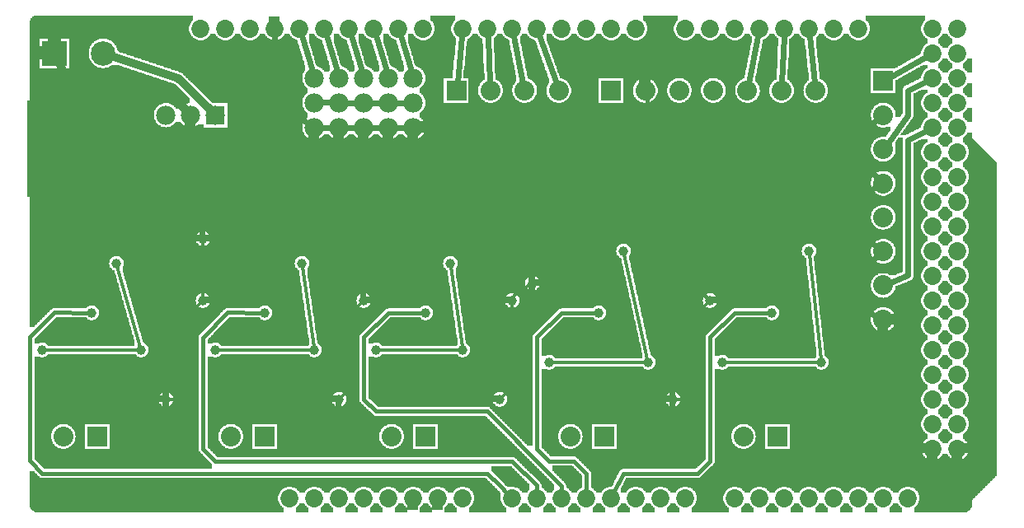
<source format=gbl>
G04 MADE WITH FRITZING*
G04 WWW.FRITZING.ORG*
G04 DOUBLE SIDED*
G04 HOLES PLATED*
G04 CONTOUR ON CENTER OF CONTOUR VECTOR*
%ASAXBY*%
%FSLAX23Y23*%
%MOIN*%
%OFA0B0*%
%SFA1.0B1.0*%
%ADD10C,0.075000*%
%ADD11C,0.078000*%
%ADD12C,0.080000*%
%ADD13C,0.072917*%
%ADD14C,0.099055*%
%ADD15C,0.039370*%
%ADD16R,0.080000X0.080000*%
%ADD17R,0.078000X0.078000*%
%ADD18R,0.099055X0.099055*%
%ADD19C,0.032000*%
%ADD20C,0.024000*%
%ADD21C,0.012000*%
%ADD22C,0.016000*%
%ADD23R,0.001000X0.001000*%
%LNCOPPER0*%
G90*
G70*
G54D10*
X390Y2012D03*
X1894Y113D03*
G54D11*
X1500Y1807D03*
X1500Y1707D03*
X1500Y1607D03*
X1200Y1807D03*
X1200Y1707D03*
X1200Y1607D03*
X1300Y1807D03*
X1300Y1707D03*
X1300Y1607D03*
X1400Y1807D03*
X1400Y1707D03*
X1400Y1607D03*
X1600Y1807D03*
X1600Y1707D03*
X1600Y1607D03*
G54D12*
X3500Y1795D03*
X3500Y1657D03*
X3500Y1519D03*
X3500Y1381D03*
X3500Y1244D03*
X3500Y1106D03*
X3500Y968D03*
X3500Y830D03*
X1775Y1757D03*
X1912Y1757D03*
X2050Y1757D03*
X2188Y1757D03*
G54D11*
X800Y1657D03*
X700Y1657D03*
X600Y1657D03*
G54D13*
X3000Y107D03*
X1400Y107D03*
X3100Y107D03*
X3200Y107D03*
X3300Y107D03*
X3400Y107D03*
X3700Y1507D03*
X3500Y107D03*
X3600Y107D03*
X1440Y2007D03*
X2000Y107D03*
X2100Y107D03*
X2200Y107D03*
X2300Y107D03*
X3700Y707D03*
X2400Y107D03*
X2500Y107D03*
X2600Y107D03*
X2700Y107D03*
X2200Y2007D03*
X3700Y1907D03*
X3700Y1107D03*
X3700Y307D03*
X1040Y2007D03*
X1800Y107D03*
X1800Y2007D03*
X3700Y1707D03*
X3700Y1307D03*
X3700Y907D03*
X3400Y2007D03*
X3700Y507D03*
X3300Y2007D03*
X3200Y2007D03*
X3100Y2007D03*
X3000Y2007D03*
X2900Y2007D03*
X2800Y2007D03*
X2700Y2007D03*
X840Y2007D03*
X1240Y2007D03*
X1640Y2007D03*
X1200Y107D03*
X1600Y107D03*
X2400Y2007D03*
X2000Y2007D03*
X3700Y2007D03*
X3700Y1807D03*
X3700Y1607D03*
X3700Y1407D03*
X3700Y1207D03*
X3700Y1007D03*
X3700Y807D03*
X3700Y607D03*
X3700Y407D03*
X740Y2007D03*
X940Y2007D03*
X1140Y2007D03*
X1340Y2007D03*
X1540Y2007D03*
X1100Y107D03*
X1300Y107D03*
X1500Y107D03*
X1700Y107D03*
X2500Y2007D03*
X2300Y2007D03*
X2100Y2007D03*
X1900Y2007D03*
X3800Y2007D03*
X3800Y1907D03*
X3800Y1807D03*
X3800Y1707D03*
X3800Y1607D03*
X3800Y1507D03*
X3800Y1407D03*
X3800Y1307D03*
X3800Y1207D03*
X3800Y1107D03*
X3800Y1007D03*
X3800Y907D03*
X3800Y807D03*
X3800Y707D03*
X3800Y607D03*
X3800Y507D03*
X3800Y407D03*
X3800Y307D03*
X2900Y107D03*
G54D12*
X2400Y1757D03*
X2538Y1757D03*
X2676Y1757D03*
X2814Y1757D03*
X2951Y1757D03*
X3089Y1757D03*
X3227Y1757D03*
G54D14*
X150Y1907D03*
X347Y1907D03*
G54D12*
X3073Y357D03*
X2935Y357D03*
X2373Y357D03*
X2235Y357D03*
X1650Y357D03*
X1512Y357D03*
X1000Y357D03*
X862Y357D03*
X323Y357D03*
X185Y357D03*
G54D15*
X500Y707D03*
X100Y707D03*
X400Y1057D03*
X800Y707D03*
X1200Y707D03*
X1150Y1057D03*
X1450Y707D03*
X1800Y707D03*
X1750Y1057D03*
X2150Y657D03*
X2550Y657D03*
X2450Y1107D03*
X3200Y1107D03*
X3250Y657D03*
X2850Y657D03*
X300Y857D03*
X1000Y857D03*
X1650Y857D03*
X2350Y857D03*
X3050Y857D03*
X2800Y907D03*
X2650Y507D03*
X1950Y507D03*
X1300Y507D03*
X600Y507D03*
X2000Y907D03*
X1400Y907D03*
X750Y907D03*
X2082Y977D03*
X750Y1157D03*
G54D16*
X3500Y1795D03*
X1775Y1757D03*
G54D17*
X800Y1657D03*
G54D16*
X2400Y1757D03*
G54D18*
X150Y1907D03*
G54D16*
X3073Y357D03*
X2373Y357D03*
X1650Y357D03*
X1000Y357D03*
X323Y357D03*
G54D19*
X650Y1806D02*
X391Y1892D01*
D02*
X775Y1682D02*
X650Y1806D01*
G54D20*
D02*
X1230Y1607D02*
X1270Y1607D01*
D02*
X1330Y1607D02*
X1370Y1607D01*
D02*
X1430Y1607D02*
X1470Y1607D01*
D02*
X1530Y1607D02*
X1570Y1607D01*
D02*
X1530Y1707D02*
X1570Y1707D01*
D02*
X1430Y1707D02*
X1470Y1707D01*
D02*
X1330Y1707D02*
X1370Y1707D01*
D02*
X1050Y1707D02*
X1041Y1977D01*
D02*
X1175Y1624D02*
X1050Y1707D01*
D02*
X1149Y1978D02*
X1192Y1836D01*
D02*
X1249Y1978D02*
X1292Y1836D01*
D02*
X1349Y1978D02*
X1392Y1836D01*
D02*
X1449Y1978D02*
X1492Y1836D01*
D02*
X1549Y1978D02*
X1592Y1836D01*
D02*
X1797Y1977D02*
X1778Y1788D01*
D02*
X1902Y1977D02*
X1911Y1788D01*
D02*
X2006Y1977D02*
X2044Y1787D01*
D02*
X2110Y1978D02*
X2178Y1786D01*
D02*
X2957Y1787D02*
X2994Y1977D01*
D02*
X3091Y1788D02*
X3099Y1977D01*
D02*
X3224Y1788D02*
X3203Y1977D01*
D02*
X3674Y1892D02*
X3527Y1810D01*
G54D19*
D02*
X401Y1707D02*
X450Y1757D01*
D02*
X450Y1757D02*
X601Y1757D01*
D02*
X601Y1757D02*
X675Y1682D01*
D02*
X249Y1707D02*
X401Y1707D01*
D02*
X171Y1866D02*
X249Y1707D01*
G54D20*
D02*
X3400Y880D02*
X3472Y844D01*
D02*
X3475Y1087D02*
X3400Y1030D01*
D02*
X3400Y1030D02*
X3400Y880D01*
D02*
X3400Y1181D02*
X3475Y1124D01*
D02*
X3400Y1331D02*
X3400Y1181D01*
D02*
X3472Y1367D02*
X3400Y1331D01*
D02*
X3400Y1480D02*
X3478Y1403D01*
D02*
X3400Y1580D02*
X3400Y1480D01*
D02*
X3475Y1638D02*
X3400Y1580D01*
G54D21*
D02*
X487Y707D02*
X114Y707D01*
D02*
X496Y720D02*
X404Y1044D01*
D02*
X814Y707D02*
X1187Y707D01*
D02*
X1198Y720D02*
X1152Y1044D01*
D02*
X1787Y707D02*
X1464Y707D01*
D02*
X1798Y720D02*
X1752Y1044D01*
D02*
X2164Y657D02*
X2537Y657D01*
D02*
X2547Y670D02*
X2453Y1094D01*
D02*
X2864Y657D02*
X3237Y657D01*
D02*
X3249Y670D02*
X3202Y1094D01*
G54D22*
D02*
X2749Y207D02*
X2449Y206D01*
D02*
X2449Y206D02*
X2411Y129D01*
D02*
X2801Y257D02*
X2749Y207D01*
D02*
X2899Y856D02*
X2801Y758D01*
D02*
X2801Y758D02*
X2801Y257D01*
D02*
X3037Y857D02*
X2899Y856D01*
D02*
X2251Y257D02*
X2300Y207D01*
D02*
X2150Y257D02*
X2251Y257D01*
D02*
X2199Y856D02*
X2101Y758D01*
D02*
X2101Y306D02*
X2150Y257D01*
D02*
X2300Y207D02*
X2300Y132D01*
D02*
X2337Y857D02*
X2199Y856D01*
D02*
X2101Y758D02*
X2101Y306D01*
D02*
X1499Y856D02*
X1637Y857D01*
D02*
X1400Y507D02*
X1400Y558D01*
D02*
X1401Y758D02*
X1499Y856D01*
D02*
X1400Y558D02*
X1401Y758D01*
D02*
X1451Y458D02*
X1400Y507D01*
D02*
X1899Y458D02*
X1451Y458D01*
D02*
X2150Y207D02*
X1899Y458D01*
D02*
X2199Y156D02*
X2150Y207D01*
D02*
X2200Y132D02*
X2199Y156D01*
D02*
X799Y256D02*
X2001Y256D01*
D02*
X751Y757D02*
X750Y307D01*
D02*
X850Y858D02*
X751Y757D01*
D02*
X750Y307D02*
X799Y256D01*
D02*
X2100Y158D02*
X2100Y132D01*
D02*
X987Y857D02*
X850Y858D01*
D02*
X2001Y256D02*
X2100Y158D01*
D02*
X1901Y207D02*
X1950Y158D01*
D02*
X50Y258D02*
X101Y207D01*
D02*
X701Y207D02*
X1901Y207D01*
D02*
X1950Y158D02*
X1983Y124D01*
D02*
X287Y857D02*
X150Y858D01*
D02*
X101Y207D02*
X701Y207D01*
D02*
X150Y858D02*
X50Y758D01*
D02*
X50Y758D02*
X50Y258D01*
G54D21*
D02*
X2750Y558D02*
X2750Y857D01*
D02*
X2700Y507D02*
X2750Y558D01*
D02*
X2664Y507D02*
X2700Y507D01*
D02*
X2750Y857D02*
X2791Y897D01*
G54D22*
D02*
X2650Y1057D02*
X2791Y916D01*
D02*
X2542Y1732D02*
X2650Y1057D01*
G54D21*
D02*
X2000Y556D02*
X2000Y893D01*
D02*
X1960Y516D02*
X2000Y556D01*
D02*
X1350Y857D02*
X1391Y897D01*
D02*
X1310Y516D02*
X1350Y556D01*
D02*
X1350Y556D02*
X1350Y857D01*
D02*
X614Y507D02*
X650Y506D01*
D02*
X700Y857D02*
X741Y897D01*
D02*
X699Y557D02*
X700Y857D01*
D02*
X650Y506D02*
X699Y557D01*
D02*
X2071Y970D02*
X2010Y929D01*
D02*
X2010Y929D02*
X2006Y919D01*
D02*
X750Y1143D02*
X750Y929D01*
D02*
X750Y929D02*
X750Y920D01*
G54D20*
D02*
X3600Y1557D02*
X3600Y1008D01*
D02*
X3600Y1008D02*
X3529Y979D01*
D02*
X3673Y1593D02*
X3600Y1557D01*
D02*
X3600Y1657D02*
X3600Y1757D01*
D02*
X3518Y1544D02*
X3600Y1657D01*
D02*
X3600Y1757D02*
X3673Y1793D01*
G36*
X1180Y1985D02*
X1180Y1981D01*
X1178Y1981D01*
X1178Y1953D01*
X1180Y1953D01*
X1180Y1947D01*
X1182Y1947D01*
X1182Y1941D01*
X1184Y1941D01*
X1184Y1935D01*
X1186Y1935D01*
X1186Y1927D01*
X1188Y1927D01*
X1188Y1921D01*
X1190Y1921D01*
X1190Y1915D01*
X1192Y1915D01*
X1192Y1907D01*
X1194Y1907D01*
X1194Y1901D01*
X1196Y1901D01*
X1196Y1895D01*
X1198Y1895D01*
X1198Y1887D01*
X1200Y1887D01*
X1200Y1881D01*
X1202Y1881D01*
X1202Y1875D01*
X1204Y1875D01*
X1204Y1867D01*
X1206Y1867D01*
X1206Y1861D01*
X1208Y1861D01*
X1208Y1855D01*
X1212Y1855D01*
X1212Y1853D01*
X1220Y1853D01*
X1220Y1851D01*
X1222Y1851D01*
X1222Y1849D01*
X1226Y1849D01*
X1226Y1847D01*
X1230Y1847D01*
X1230Y1845D01*
X1232Y1845D01*
X1232Y1843D01*
X1234Y1843D01*
X1234Y1841D01*
X1236Y1841D01*
X1236Y1839D01*
X1238Y1839D01*
X1238Y1837D01*
X1240Y1837D01*
X1240Y1833D01*
X1260Y1833D01*
X1260Y1835D01*
X1262Y1835D01*
X1262Y1861D01*
X1260Y1861D01*
X1260Y1867D01*
X1258Y1867D01*
X1258Y1875D01*
X1256Y1875D01*
X1256Y1881D01*
X1254Y1881D01*
X1254Y1887D01*
X1252Y1887D01*
X1252Y1895D01*
X1250Y1895D01*
X1250Y1901D01*
X1248Y1901D01*
X1248Y1907D01*
X1246Y1907D01*
X1246Y1915D01*
X1244Y1915D01*
X1244Y1921D01*
X1242Y1921D01*
X1242Y1927D01*
X1240Y1927D01*
X1240Y1935D01*
X1238Y1935D01*
X1238Y1941D01*
X1236Y1941D01*
X1236Y1947D01*
X1234Y1947D01*
X1234Y1955D01*
X1232Y1955D01*
X1232Y1961D01*
X1230Y1961D01*
X1230Y1963D01*
X1222Y1963D01*
X1222Y1965D01*
X1218Y1965D01*
X1218Y1967D01*
X1216Y1967D01*
X1216Y1969D01*
X1212Y1969D01*
X1212Y1971D01*
X1210Y1971D01*
X1210Y1973D01*
X1208Y1973D01*
X1208Y1975D01*
X1206Y1975D01*
X1206Y1977D01*
X1204Y1977D01*
X1204Y1979D01*
X1202Y1979D01*
X1202Y1983D01*
X1200Y1983D01*
X1200Y1985D01*
X1180Y1985D01*
G37*
D02*
G36*
X1280Y1985D02*
X1280Y1981D01*
X1278Y1981D01*
X1278Y1953D01*
X1280Y1953D01*
X1280Y1947D01*
X1282Y1947D01*
X1282Y1941D01*
X1284Y1941D01*
X1284Y1935D01*
X1286Y1935D01*
X1286Y1927D01*
X1288Y1927D01*
X1288Y1921D01*
X1290Y1921D01*
X1290Y1915D01*
X1292Y1915D01*
X1292Y1907D01*
X1294Y1907D01*
X1294Y1901D01*
X1296Y1901D01*
X1296Y1895D01*
X1298Y1895D01*
X1298Y1887D01*
X1300Y1887D01*
X1300Y1881D01*
X1302Y1881D01*
X1302Y1875D01*
X1304Y1875D01*
X1304Y1867D01*
X1306Y1867D01*
X1306Y1861D01*
X1308Y1861D01*
X1308Y1855D01*
X1312Y1855D01*
X1312Y1853D01*
X1320Y1853D01*
X1320Y1851D01*
X1322Y1851D01*
X1322Y1849D01*
X1326Y1849D01*
X1326Y1847D01*
X1330Y1847D01*
X1330Y1845D01*
X1332Y1845D01*
X1332Y1843D01*
X1334Y1843D01*
X1334Y1841D01*
X1336Y1841D01*
X1336Y1839D01*
X1338Y1839D01*
X1338Y1837D01*
X1340Y1837D01*
X1340Y1833D01*
X1360Y1833D01*
X1360Y1835D01*
X1362Y1835D01*
X1362Y1861D01*
X1360Y1861D01*
X1360Y1867D01*
X1358Y1867D01*
X1358Y1875D01*
X1356Y1875D01*
X1356Y1881D01*
X1354Y1881D01*
X1354Y1887D01*
X1352Y1887D01*
X1352Y1895D01*
X1350Y1895D01*
X1350Y1901D01*
X1348Y1901D01*
X1348Y1907D01*
X1346Y1907D01*
X1346Y1915D01*
X1344Y1915D01*
X1344Y1921D01*
X1342Y1921D01*
X1342Y1927D01*
X1340Y1927D01*
X1340Y1935D01*
X1338Y1935D01*
X1338Y1941D01*
X1336Y1941D01*
X1336Y1947D01*
X1334Y1947D01*
X1334Y1955D01*
X1332Y1955D01*
X1332Y1961D01*
X1330Y1961D01*
X1330Y1963D01*
X1322Y1963D01*
X1322Y1965D01*
X1318Y1965D01*
X1318Y1967D01*
X1316Y1967D01*
X1316Y1969D01*
X1312Y1969D01*
X1312Y1971D01*
X1310Y1971D01*
X1310Y1973D01*
X1308Y1973D01*
X1308Y1975D01*
X1306Y1975D01*
X1306Y1977D01*
X1304Y1977D01*
X1304Y1979D01*
X1302Y1979D01*
X1302Y1983D01*
X1300Y1983D01*
X1300Y1985D01*
X1280Y1985D01*
G37*
D02*
G36*
X1380Y1985D02*
X1380Y1981D01*
X1378Y1981D01*
X1378Y1953D01*
X1380Y1953D01*
X1380Y1947D01*
X1382Y1947D01*
X1382Y1941D01*
X1384Y1941D01*
X1384Y1935D01*
X1386Y1935D01*
X1386Y1927D01*
X1388Y1927D01*
X1388Y1921D01*
X1390Y1921D01*
X1390Y1915D01*
X1392Y1915D01*
X1392Y1907D01*
X1394Y1907D01*
X1394Y1901D01*
X1396Y1901D01*
X1396Y1895D01*
X1398Y1895D01*
X1398Y1887D01*
X1400Y1887D01*
X1400Y1881D01*
X1402Y1881D01*
X1402Y1875D01*
X1404Y1875D01*
X1404Y1867D01*
X1406Y1867D01*
X1406Y1861D01*
X1408Y1861D01*
X1408Y1855D01*
X1412Y1855D01*
X1412Y1853D01*
X1420Y1853D01*
X1420Y1851D01*
X1422Y1851D01*
X1422Y1849D01*
X1426Y1849D01*
X1426Y1847D01*
X1430Y1847D01*
X1430Y1845D01*
X1432Y1845D01*
X1432Y1843D01*
X1434Y1843D01*
X1434Y1841D01*
X1436Y1841D01*
X1436Y1839D01*
X1438Y1839D01*
X1438Y1837D01*
X1440Y1837D01*
X1440Y1833D01*
X1460Y1833D01*
X1460Y1835D01*
X1462Y1835D01*
X1462Y1861D01*
X1460Y1861D01*
X1460Y1867D01*
X1458Y1867D01*
X1458Y1875D01*
X1456Y1875D01*
X1456Y1881D01*
X1454Y1881D01*
X1454Y1887D01*
X1452Y1887D01*
X1452Y1895D01*
X1450Y1895D01*
X1450Y1901D01*
X1448Y1901D01*
X1448Y1907D01*
X1446Y1907D01*
X1446Y1915D01*
X1444Y1915D01*
X1444Y1921D01*
X1442Y1921D01*
X1442Y1927D01*
X1440Y1927D01*
X1440Y1935D01*
X1438Y1935D01*
X1438Y1941D01*
X1436Y1941D01*
X1436Y1947D01*
X1434Y1947D01*
X1434Y1955D01*
X1432Y1955D01*
X1432Y1961D01*
X1430Y1961D01*
X1430Y1963D01*
X1422Y1963D01*
X1422Y1965D01*
X1418Y1965D01*
X1418Y1967D01*
X1416Y1967D01*
X1416Y1969D01*
X1412Y1969D01*
X1412Y1971D01*
X1410Y1971D01*
X1410Y1973D01*
X1408Y1973D01*
X1408Y1975D01*
X1406Y1975D01*
X1406Y1977D01*
X1404Y1977D01*
X1404Y1979D01*
X1402Y1979D01*
X1402Y1983D01*
X1400Y1983D01*
X1400Y1985D01*
X1380Y1985D01*
G37*
D02*
G36*
X1480Y1985D02*
X1480Y1981D01*
X1478Y1981D01*
X1478Y1953D01*
X1480Y1953D01*
X1480Y1947D01*
X1482Y1947D01*
X1482Y1941D01*
X1484Y1941D01*
X1484Y1935D01*
X1486Y1935D01*
X1486Y1927D01*
X1488Y1927D01*
X1488Y1921D01*
X1490Y1921D01*
X1490Y1915D01*
X1492Y1915D01*
X1492Y1907D01*
X1494Y1907D01*
X1494Y1901D01*
X1496Y1901D01*
X1496Y1895D01*
X1498Y1895D01*
X1498Y1887D01*
X1500Y1887D01*
X1500Y1881D01*
X1502Y1881D01*
X1502Y1875D01*
X1504Y1875D01*
X1504Y1867D01*
X1506Y1867D01*
X1506Y1861D01*
X1508Y1861D01*
X1508Y1855D01*
X1512Y1855D01*
X1512Y1853D01*
X1520Y1853D01*
X1520Y1851D01*
X1522Y1851D01*
X1522Y1849D01*
X1526Y1849D01*
X1526Y1847D01*
X1530Y1847D01*
X1530Y1845D01*
X1532Y1845D01*
X1532Y1843D01*
X1534Y1843D01*
X1534Y1841D01*
X1536Y1841D01*
X1536Y1839D01*
X1538Y1839D01*
X1538Y1837D01*
X1540Y1837D01*
X1540Y1833D01*
X1560Y1833D01*
X1560Y1835D01*
X1562Y1835D01*
X1562Y1861D01*
X1560Y1861D01*
X1560Y1867D01*
X1558Y1867D01*
X1558Y1875D01*
X1556Y1875D01*
X1556Y1881D01*
X1554Y1881D01*
X1554Y1887D01*
X1552Y1887D01*
X1552Y1895D01*
X1550Y1895D01*
X1550Y1901D01*
X1548Y1901D01*
X1548Y1907D01*
X1546Y1907D01*
X1546Y1915D01*
X1544Y1915D01*
X1544Y1921D01*
X1542Y1921D01*
X1542Y1927D01*
X1540Y1927D01*
X1540Y1935D01*
X1538Y1935D01*
X1538Y1941D01*
X1536Y1941D01*
X1536Y1947D01*
X1534Y1947D01*
X1534Y1955D01*
X1532Y1955D01*
X1532Y1961D01*
X1530Y1961D01*
X1530Y1963D01*
X1522Y1963D01*
X1522Y1965D01*
X1518Y1965D01*
X1518Y1967D01*
X1516Y1967D01*
X1516Y1969D01*
X1512Y1969D01*
X1512Y1971D01*
X1510Y1971D01*
X1510Y1973D01*
X1508Y1973D01*
X1508Y1975D01*
X1506Y1975D01*
X1506Y1977D01*
X1504Y1977D01*
X1504Y1979D01*
X1502Y1979D01*
X1502Y1983D01*
X1500Y1983D01*
X1500Y1985D01*
X1480Y1985D01*
G37*
D02*
G36*
X3740Y1985D02*
X3740Y1981D01*
X3738Y1981D01*
X3738Y1979D01*
X3736Y1979D01*
X3736Y1977D01*
X3734Y1977D01*
X3734Y1975D01*
X3732Y1975D01*
X3732Y1973D01*
X3730Y1973D01*
X3730Y1971D01*
X3728Y1971D01*
X3728Y1969D01*
X3726Y1969D01*
X3726Y1967D01*
X3722Y1967D01*
X3722Y1947D01*
X3724Y1947D01*
X3724Y1945D01*
X3728Y1945D01*
X3728Y1943D01*
X3730Y1943D01*
X3730Y1941D01*
X3732Y1941D01*
X3732Y1939D01*
X3734Y1939D01*
X3734Y1937D01*
X3736Y1937D01*
X3736Y1935D01*
X3738Y1935D01*
X3738Y1933D01*
X3740Y1933D01*
X3740Y1929D01*
X3760Y1929D01*
X3760Y1931D01*
X3762Y1931D01*
X3762Y1935D01*
X3764Y1935D01*
X3764Y1937D01*
X3766Y1937D01*
X3766Y1939D01*
X3768Y1939D01*
X3768Y1941D01*
X3770Y1941D01*
X3770Y1943D01*
X3772Y1943D01*
X3772Y1945D01*
X3776Y1945D01*
X3776Y1947D01*
X3778Y1947D01*
X3778Y1967D01*
X3776Y1967D01*
X3776Y1969D01*
X3772Y1969D01*
X3772Y1971D01*
X3770Y1971D01*
X3770Y1973D01*
X3768Y1973D01*
X3768Y1975D01*
X3766Y1975D01*
X3766Y1977D01*
X3764Y1977D01*
X3764Y1979D01*
X3762Y1979D01*
X3762Y1983D01*
X3760Y1983D01*
X3760Y1985D01*
X3740Y1985D01*
G37*
D02*
G36*
X3740Y1885D02*
X3740Y1881D01*
X3738Y1881D01*
X3738Y1879D01*
X3736Y1879D01*
X3736Y1877D01*
X3734Y1877D01*
X3734Y1875D01*
X3732Y1875D01*
X3732Y1873D01*
X3730Y1873D01*
X3730Y1871D01*
X3728Y1871D01*
X3728Y1869D01*
X3726Y1869D01*
X3726Y1867D01*
X3722Y1867D01*
X3722Y1847D01*
X3724Y1847D01*
X3724Y1845D01*
X3728Y1845D01*
X3728Y1843D01*
X3730Y1843D01*
X3730Y1841D01*
X3732Y1841D01*
X3732Y1839D01*
X3734Y1839D01*
X3734Y1837D01*
X3736Y1837D01*
X3736Y1835D01*
X3738Y1835D01*
X3738Y1833D01*
X3740Y1833D01*
X3740Y1829D01*
X3760Y1829D01*
X3760Y1831D01*
X3762Y1831D01*
X3762Y1835D01*
X3764Y1835D01*
X3764Y1837D01*
X3766Y1837D01*
X3766Y1839D01*
X3768Y1839D01*
X3768Y1841D01*
X3770Y1841D01*
X3770Y1843D01*
X3772Y1843D01*
X3772Y1845D01*
X3776Y1845D01*
X3776Y1847D01*
X3778Y1847D01*
X3778Y1867D01*
X3776Y1867D01*
X3776Y1869D01*
X3772Y1869D01*
X3772Y1871D01*
X3770Y1871D01*
X3770Y1873D01*
X3768Y1873D01*
X3768Y1875D01*
X3766Y1875D01*
X3766Y1877D01*
X3764Y1877D01*
X3764Y1879D01*
X3762Y1879D01*
X3762Y1883D01*
X3760Y1883D01*
X3760Y1885D01*
X3740Y1885D01*
G37*
D02*
G36*
X3840Y1885D02*
X3840Y1881D01*
X3838Y1881D01*
X3838Y1879D01*
X3836Y1879D01*
X3836Y1877D01*
X3834Y1877D01*
X3834Y1875D01*
X3832Y1875D01*
X3832Y1873D01*
X3830Y1873D01*
X3830Y1871D01*
X3828Y1871D01*
X3828Y1869D01*
X3826Y1869D01*
X3826Y1867D01*
X3822Y1867D01*
X3822Y1847D01*
X3824Y1847D01*
X3824Y1845D01*
X3828Y1845D01*
X3828Y1843D01*
X3830Y1843D01*
X3830Y1841D01*
X3832Y1841D01*
X3832Y1839D01*
X3834Y1839D01*
X3834Y1837D01*
X3836Y1837D01*
X3836Y1835D01*
X3838Y1835D01*
X3838Y1833D01*
X3840Y1833D01*
X3840Y1829D01*
X3860Y1829D01*
X3860Y1885D01*
X3840Y1885D01*
G37*
D02*
G36*
X3740Y1785D02*
X3740Y1781D01*
X3738Y1781D01*
X3738Y1779D01*
X3736Y1779D01*
X3736Y1777D01*
X3734Y1777D01*
X3734Y1775D01*
X3732Y1775D01*
X3732Y1773D01*
X3730Y1773D01*
X3730Y1771D01*
X3728Y1771D01*
X3728Y1769D01*
X3726Y1769D01*
X3726Y1767D01*
X3722Y1767D01*
X3722Y1747D01*
X3724Y1747D01*
X3724Y1745D01*
X3728Y1745D01*
X3728Y1743D01*
X3730Y1743D01*
X3730Y1741D01*
X3732Y1741D01*
X3732Y1739D01*
X3734Y1739D01*
X3734Y1737D01*
X3736Y1737D01*
X3736Y1735D01*
X3738Y1735D01*
X3738Y1733D01*
X3740Y1733D01*
X3740Y1729D01*
X3760Y1729D01*
X3760Y1731D01*
X3762Y1731D01*
X3762Y1735D01*
X3764Y1735D01*
X3764Y1737D01*
X3766Y1737D01*
X3766Y1739D01*
X3768Y1739D01*
X3768Y1741D01*
X3770Y1741D01*
X3770Y1743D01*
X3772Y1743D01*
X3772Y1745D01*
X3776Y1745D01*
X3776Y1747D01*
X3778Y1747D01*
X3778Y1767D01*
X3776Y1767D01*
X3776Y1769D01*
X3772Y1769D01*
X3772Y1771D01*
X3770Y1771D01*
X3770Y1773D01*
X3768Y1773D01*
X3768Y1775D01*
X3766Y1775D01*
X3766Y1777D01*
X3764Y1777D01*
X3764Y1779D01*
X3762Y1779D01*
X3762Y1783D01*
X3760Y1783D01*
X3760Y1785D01*
X3740Y1785D01*
G37*
D02*
G36*
X3840Y1785D02*
X3840Y1781D01*
X3838Y1781D01*
X3838Y1779D01*
X3836Y1779D01*
X3836Y1777D01*
X3834Y1777D01*
X3834Y1775D01*
X3832Y1775D01*
X3832Y1773D01*
X3830Y1773D01*
X3830Y1771D01*
X3828Y1771D01*
X3828Y1769D01*
X3826Y1769D01*
X3826Y1767D01*
X3822Y1767D01*
X3822Y1747D01*
X3824Y1747D01*
X3824Y1745D01*
X3828Y1745D01*
X3828Y1743D01*
X3830Y1743D01*
X3830Y1741D01*
X3832Y1741D01*
X3832Y1739D01*
X3834Y1739D01*
X3834Y1737D01*
X3836Y1737D01*
X3836Y1735D01*
X3838Y1735D01*
X3838Y1733D01*
X3840Y1733D01*
X3840Y1729D01*
X3860Y1729D01*
X3860Y1785D01*
X3840Y1785D01*
G37*
D02*
G36*
X3656Y1761D02*
X3656Y1759D01*
X3652Y1759D01*
X3652Y1757D01*
X3648Y1757D01*
X3648Y1755D01*
X3644Y1755D01*
X3644Y1753D01*
X3640Y1753D01*
X3640Y1751D01*
X3636Y1751D01*
X3636Y1749D01*
X3632Y1749D01*
X3632Y1747D01*
X3628Y1747D01*
X3628Y1745D01*
X3624Y1745D01*
X3624Y1743D01*
X3622Y1743D01*
X3622Y1649D01*
X3620Y1649D01*
X3620Y1645D01*
X3618Y1645D01*
X3618Y1643D01*
X3616Y1643D01*
X3616Y1639D01*
X3614Y1639D01*
X3614Y1637D01*
X3612Y1637D01*
X3612Y1635D01*
X3610Y1635D01*
X3610Y1631D01*
X3608Y1631D01*
X3608Y1629D01*
X3606Y1629D01*
X3606Y1625D01*
X3604Y1625D01*
X3604Y1623D01*
X3602Y1623D01*
X3602Y1621D01*
X3600Y1621D01*
X3600Y1617D01*
X3598Y1617D01*
X3598Y1615D01*
X3596Y1615D01*
X3596Y1613D01*
X3594Y1613D01*
X3594Y1609D01*
X3592Y1609D01*
X3592Y1607D01*
X3590Y1607D01*
X3590Y1603D01*
X3588Y1603D01*
X3588Y1601D01*
X3586Y1601D01*
X3586Y1599D01*
X3584Y1599D01*
X3584Y1595D01*
X3582Y1595D01*
X3582Y1593D01*
X3580Y1593D01*
X3580Y1591D01*
X3578Y1591D01*
X3578Y1587D01*
X3576Y1587D01*
X3576Y1585D01*
X3574Y1585D01*
X3574Y1581D01*
X3572Y1581D01*
X3572Y1579D01*
X3570Y1579D01*
X3570Y1577D01*
X3568Y1577D01*
X3568Y1575D01*
X3590Y1575D01*
X3590Y1577D01*
X3594Y1577D01*
X3594Y1579D01*
X3598Y1579D01*
X3598Y1581D01*
X3602Y1581D01*
X3602Y1583D01*
X3606Y1583D01*
X3606Y1585D01*
X3610Y1585D01*
X3610Y1587D01*
X3614Y1587D01*
X3614Y1589D01*
X3618Y1589D01*
X3618Y1591D01*
X3622Y1591D01*
X3622Y1593D01*
X3626Y1593D01*
X3626Y1595D01*
X3630Y1595D01*
X3630Y1597D01*
X3634Y1597D01*
X3634Y1599D01*
X3638Y1599D01*
X3638Y1601D01*
X3642Y1601D01*
X3642Y1603D01*
X3646Y1603D01*
X3646Y1605D01*
X3650Y1605D01*
X3650Y1607D01*
X3654Y1607D01*
X3654Y1617D01*
X3656Y1617D01*
X3656Y1623D01*
X3658Y1623D01*
X3658Y1627D01*
X3660Y1627D01*
X3660Y1631D01*
X3662Y1631D01*
X3662Y1635D01*
X3664Y1635D01*
X3664Y1637D01*
X3666Y1637D01*
X3666Y1639D01*
X3668Y1639D01*
X3668Y1641D01*
X3670Y1641D01*
X3670Y1643D01*
X3672Y1643D01*
X3672Y1645D01*
X3676Y1645D01*
X3676Y1647D01*
X3678Y1647D01*
X3678Y1667D01*
X3676Y1667D01*
X3676Y1669D01*
X3672Y1669D01*
X3672Y1671D01*
X3670Y1671D01*
X3670Y1673D01*
X3668Y1673D01*
X3668Y1675D01*
X3666Y1675D01*
X3666Y1677D01*
X3664Y1677D01*
X3664Y1679D01*
X3662Y1679D01*
X3662Y1683D01*
X3660Y1683D01*
X3660Y1685D01*
X3658Y1685D01*
X3658Y1691D01*
X3656Y1691D01*
X3656Y1697D01*
X3654Y1697D01*
X3654Y1717D01*
X3656Y1717D01*
X3656Y1723D01*
X3658Y1723D01*
X3658Y1727D01*
X3660Y1727D01*
X3660Y1731D01*
X3662Y1731D01*
X3662Y1735D01*
X3664Y1735D01*
X3664Y1737D01*
X3666Y1737D01*
X3666Y1739D01*
X3668Y1739D01*
X3668Y1741D01*
X3670Y1741D01*
X3670Y1743D01*
X3672Y1743D01*
X3672Y1745D01*
X3676Y1745D01*
X3676Y1747D01*
X3678Y1747D01*
X3678Y1761D01*
X3656Y1761D01*
G37*
D02*
G36*
X3740Y1685D02*
X3740Y1681D01*
X3738Y1681D01*
X3738Y1679D01*
X3736Y1679D01*
X3736Y1677D01*
X3734Y1677D01*
X3734Y1675D01*
X3732Y1675D01*
X3732Y1673D01*
X3730Y1673D01*
X3730Y1671D01*
X3728Y1671D01*
X3728Y1669D01*
X3726Y1669D01*
X3726Y1667D01*
X3722Y1667D01*
X3722Y1647D01*
X3724Y1647D01*
X3724Y1645D01*
X3728Y1645D01*
X3728Y1643D01*
X3730Y1643D01*
X3730Y1641D01*
X3732Y1641D01*
X3732Y1639D01*
X3734Y1639D01*
X3734Y1637D01*
X3736Y1637D01*
X3736Y1635D01*
X3738Y1635D01*
X3738Y1633D01*
X3740Y1633D01*
X3740Y1629D01*
X3760Y1629D01*
X3760Y1631D01*
X3762Y1631D01*
X3762Y1635D01*
X3764Y1635D01*
X3764Y1637D01*
X3766Y1637D01*
X3766Y1639D01*
X3768Y1639D01*
X3768Y1641D01*
X3770Y1641D01*
X3770Y1643D01*
X3772Y1643D01*
X3772Y1645D01*
X3776Y1645D01*
X3776Y1647D01*
X3778Y1647D01*
X3778Y1667D01*
X3776Y1667D01*
X3776Y1669D01*
X3772Y1669D01*
X3772Y1671D01*
X3770Y1671D01*
X3770Y1673D01*
X3768Y1673D01*
X3768Y1675D01*
X3766Y1675D01*
X3766Y1677D01*
X3764Y1677D01*
X3764Y1679D01*
X3762Y1679D01*
X3762Y1683D01*
X3760Y1683D01*
X3760Y1685D01*
X3740Y1685D01*
G37*
D02*
G36*
X3840Y1685D02*
X3840Y1681D01*
X3838Y1681D01*
X3838Y1679D01*
X3836Y1679D01*
X3836Y1677D01*
X3834Y1677D01*
X3834Y1675D01*
X3832Y1675D01*
X3832Y1673D01*
X3830Y1673D01*
X3830Y1671D01*
X3828Y1671D01*
X3828Y1669D01*
X3826Y1669D01*
X3826Y1667D01*
X3822Y1667D01*
X3822Y1647D01*
X3824Y1647D01*
X3824Y1645D01*
X3828Y1645D01*
X3828Y1643D01*
X3830Y1643D01*
X3830Y1641D01*
X3832Y1641D01*
X3832Y1639D01*
X3834Y1639D01*
X3834Y1637D01*
X3836Y1637D01*
X3836Y1635D01*
X3838Y1635D01*
X3838Y1633D01*
X3840Y1633D01*
X3840Y1629D01*
X3860Y1629D01*
X3860Y1685D01*
X3840Y1685D01*
G37*
D02*
G36*
X3740Y1585D02*
X3740Y1581D01*
X3738Y1581D01*
X3738Y1579D01*
X3736Y1579D01*
X3736Y1577D01*
X3734Y1577D01*
X3734Y1575D01*
X3732Y1575D01*
X3732Y1573D01*
X3730Y1573D01*
X3730Y1571D01*
X3728Y1571D01*
X3728Y1569D01*
X3726Y1569D01*
X3726Y1567D01*
X3722Y1567D01*
X3722Y1547D01*
X3724Y1547D01*
X3724Y1545D01*
X3728Y1545D01*
X3728Y1543D01*
X3730Y1543D01*
X3730Y1541D01*
X3732Y1541D01*
X3732Y1539D01*
X3734Y1539D01*
X3734Y1537D01*
X3736Y1537D01*
X3736Y1535D01*
X3738Y1535D01*
X3738Y1533D01*
X3740Y1533D01*
X3740Y1529D01*
X3760Y1529D01*
X3760Y1531D01*
X3762Y1531D01*
X3762Y1535D01*
X3764Y1535D01*
X3764Y1537D01*
X3766Y1537D01*
X3766Y1539D01*
X3768Y1539D01*
X3768Y1541D01*
X3770Y1541D01*
X3770Y1543D01*
X3772Y1543D01*
X3772Y1545D01*
X3776Y1545D01*
X3776Y1547D01*
X3778Y1547D01*
X3778Y1567D01*
X3776Y1567D01*
X3776Y1569D01*
X3772Y1569D01*
X3772Y1571D01*
X3770Y1571D01*
X3770Y1573D01*
X3768Y1573D01*
X3768Y1575D01*
X3766Y1575D01*
X3766Y1577D01*
X3764Y1577D01*
X3764Y1579D01*
X3762Y1579D01*
X3762Y1583D01*
X3760Y1583D01*
X3760Y1585D01*
X3740Y1585D01*
G37*
D02*
G36*
X3740Y1485D02*
X3740Y1481D01*
X3738Y1481D01*
X3738Y1479D01*
X3736Y1479D01*
X3736Y1477D01*
X3734Y1477D01*
X3734Y1475D01*
X3732Y1475D01*
X3732Y1473D01*
X3730Y1473D01*
X3730Y1471D01*
X3728Y1471D01*
X3728Y1469D01*
X3726Y1469D01*
X3726Y1467D01*
X3722Y1467D01*
X3722Y1447D01*
X3724Y1447D01*
X3724Y1445D01*
X3728Y1445D01*
X3728Y1443D01*
X3730Y1443D01*
X3730Y1441D01*
X3732Y1441D01*
X3732Y1439D01*
X3734Y1439D01*
X3734Y1437D01*
X3736Y1437D01*
X3736Y1435D01*
X3738Y1435D01*
X3738Y1433D01*
X3740Y1433D01*
X3740Y1429D01*
X3760Y1429D01*
X3760Y1431D01*
X3762Y1431D01*
X3762Y1435D01*
X3764Y1435D01*
X3764Y1437D01*
X3766Y1437D01*
X3766Y1439D01*
X3768Y1439D01*
X3768Y1441D01*
X3770Y1441D01*
X3770Y1443D01*
X3772Y1443D01*
X3772Y1445D01*
X3776Y1445D01*
X3776Y1447D01*
X3778Y1447D01*
X3778Y1467D01*
X3776Y1467D01*
X3776Y1469D01*
X3772Y1469D01*
X3772Y1471D01*
X3770Y1471D01*
X3770Y1473D01*
X3768Y1473D01*
X3768Y1475D01*
X3766Y1475D01*
X3766Y1477D01*
X3764Y1477D01*
X3764Y1479D01*
X3762Y1479D01*
X3762Y1483D01*
X3760Y1483D01*
X3760Y1485D01*
X3740Y1485D01*
G37*
D02*
G36*
X3740Y1385D02*
X3740Y1381D01*
X3738Y1381D01*
X3738Y1379D01*
X3736Y1379D01*
X3736Y1377D01*
X3734Y1377D01*
X3734Y1375D01*
X3732Y1375D01*
X3732Y1373D01*
X3730Y1373D01*
X3730Y1371D01*
X3728Y1371D01*
X3728Y1369D01*
X3726Y1369D01*
X3726Y1367D01*
X3722Y1367D01*
X3722Y1347D01*
X3724Y1347D01*
X3724Y1345D01*
X3728Y1345D01*
X3728Y1343D01*
X3730Y1343D01*
X3730Y1341D01*
X3732Y1341D01*
X3732Y1339D01*
X3734Y1339D01*
X3734Y1337D01*
X3736Y1337D01*
X3736Y1335D01*
X3738Y1335D01*
X3738Y1333D01*
X3740Y1333D01*
X3740Y1329D01*
X3760Y1329D01*
X3760Y1331D01*
X3762Y1331D01*
X3762Y1335D01*
X3764Y1335D01*
X3764Y1337D01*
X3766Y1337D01*
X3766Y1339D01*
X3768Y1339D01*
X3768Y1341D01*
X3770Y1341D01*
X3770Y1343D01*
X3772Y1343D01*
X3772Y1345D01*
X3776Y1345D01*
X3776Y1347D01*
X3778Y1347D01*
X3778Y1367D01*
X3776Y1367D01*
X3776Y1369D01*
X3772Y1369D01*
X3772Y1371D01*
X3770Y1371D01*
X3770Y1373D01*
X3768Y1373D01*
X3768Y1375D01*
X3766Y1375D01*
X3766Y1377D01*
X3764Y1377D01*
X3764Y1379D01*
X3762Y1379D01*
X3762Y1383D01*
X3760Y1383D01*
X3760Y1385D01*
X3740Y1385D01*
G37*
D02*
G36*
X3740Y1285D02*
X3740Y1281D01*
X3738Y1281D01*
X3738Y1279D01*
X3736Y1279D01*
X3736Y1277D01*
X3734Y1277D01*
X3734Y1275D01*
X3732Y1275D01*
X3732Y1273D01*
X3730Y1273D01*
X3730Y1271D01*
X3728Y1271D01*
X3728Y1269D01*
X3726Y1269D01*
X3726Y1267D01*
X3722Y1267D01*
X3722Y1247D01*
X3724Y1247D01*
X3724Y1245D01*
X3728Y1245D01*
X3728Y1243D01*
X3730Y1243D01*
X3730Y1241D01*
X3732Y1241D01*
X3732Y1239D01*
X3734Y1239D01*
X3734Y1237D01*
X3736Y1237D01*
X3736Y1235D01*
X3738Y1235D01*
X3738Y1233D01*
X3740Y1233D01*
X3740Y1229D01*
X3760Y1229D01*
X3760Y1231D01*
X3762Y1231D01*
X3762Y1235D01*
X3764Y1235D01*
X3764Y1237D01*
X3766Y1237D01*
X3766Y1239D01*
X3768Y1239D01*
X3768Y1241D01*
X3770Y1241D01*
X3770Y1243D01*
X3772Y1243D01*
X3772Y1245D01*
X3776Y1245D01*
X3776Y1247D01*
X3778Y1247D01*
X3778Y1267D01*
X3776Y1267D01*
X3776Y1269D01*
X3772Y1269D01*
X3772Y1271D01*
X3770Y1271D01*
X3770Y1273D01*
X3768Y1273D01*
X3768Y1275D01*
X3766Y1275D01*
X3766Y1277D01*
X3764Y1277D01*
X3764Y1279D01*
X3762Y1279D01*
X3762Y1283D01*
X3760Y1283D01*
X3760Y1285D01*
X3740Y1285D01*
G37*
D02*
G36*
X3740Y1185D02*
X3740Y1181D01*
X3738Y1181D01*
X3738Y1179D01*
X3736Y1179D01*
X3736Y1177D01*
X3734Y1177D01*
X3734Y1175D01*
X3732Y1175D01*
X3732Y1173D01*
X3730Y1173D01*
X3730Y1171D01*
X3728Y1171D01*
X3728Y1169D01*
X3726Y1169D01*
X3726Y1167D01*
X3722Y1167D01*
X3722Y1147D01*
X3724Y1147D01*
X3724Y1145D01*
X3728Y1145D01*
X3728Y1143D01*
X3730Y1143D01*
X3730Y1141D01*
X3732Y1141D01*
X3732Y1139D01*
X3734Y1139D01*
X3734Y1137D01*
X3736Y1137D01*
X3736Y1135D01*
X3738Y1135D01*
X3738Y1133D01*
X3740Y1133D01*
X3740Y1129D01*
X3760Y1129D01*
X3760Y1131D01*
X3762Y1131D01*
X3762Y1135D01*
X3764Y1135D01*
X3764Y1137D01*
X3766Y1137D01*
X3766Y1139D01*
X3768Y1139D01*
X3768Y1141D01*
X3770Y1141D01*
X3770Y1143D01*
X3772Y1143D01*
X3772Y1145D01*
X3776Y1145D01*
X3776Y1147D01*
X3778Y1147D01*
X3778Y1167D01*
X3776Y1167D01*
X3776Y1169D01*
X3772Y1169D01*
X3772Y1171D01*
X3770Y1171D01*
X3770Y1173D01*
X3768Y1173D01*
X3768Y1175D01*
X3766Y1175D01*
X3766Y1177D01*
X3764Y1177D01*
X3764Y1179D01*
X3762Y1179D01*
X3762Y1183D01*
X3760Y1183D01*
X3760Y1185D01*
X3740Y1185D01*
G37*
D02*
G36*
X3740Y1085D02*
X3740Y1081D01*
X3738Y1081D01*
X3738Y1079D01*
X3736Y1079D01*
X3736Y1077D01*
X3734Y1077D01*
X3734Y1075D01*
X3732Y1075D01*
X3732Y1073D01*
X3730Y1073D01*
X3730Y1071D01*
X3728Y1071D01*
X3728Y1069D01*
X3726Y1069D01*
X3726Y1067D01*
X3722Y1067D01*
X3722Y1047D01*
X3724Y1047D01*
X3724Y1045D01*
X3728Y1045D01*
X3728Y1043D01*
X3730Y1043D01*
X3730Y1041D01*
X3732Y1041D01*
X3732Y1039D01*
X3734Y1039D01*
X3734Y1037D01*
X3736Y1037D01*
X3736Y1035D01*
X3738Y1035D01*
X3738Y1033D01*
X3740Y1033D01*
X3740Y1029D01*
X3760Y1029D01*
X3760Y1031D01*
X3762Y1031D01*
X3762Y1035D01*
X3764Y1035D01*
X3764Y1037D01*
X3766Y1037D01*
X3766Y1039D01*
X3768Y1039D01*
X3768Y1041D01*
X3770Y1041D01*
X3770Y1043D01*
X3772Y1043D01*
X3772Y1045D01*
X3776Y1045D01*
X3776Y1047D01*
X3778Y1047D01*
X3778Y1067D01*
X3776Y1067D01*
X3776Y1069D01*
X3772Y1069D01*
X3772Y1071D01*
X3770Y1071D01*
X3770Y1073D01*
X3768Y1073D01*
X3768Y1075D01*
X3766Y1075D01*
X3766Y1077D01*
X3764Y1077D01*
X3764Y1079D01*
X3762Y1079D01*
X3762Y1083D01*
X3760Y1083D01*
X3760Y1085D01*
X3740Y1085D01*
G37*
D02*
G36*
X3740Y985D02*
X3740Y981D01*
X3738Y981D01*
X3738Y979D01*
X3736Y979D01*
X3736Y977D01*
X3734Y977D01*
X3734Y975D01*
X3732Y975D01*
X3732Y973D01*
X3730Y973D01*
X3730Y971D01*
X3728Y971D01*
X3728Y969D01*
X3726Y969D01*
X3726Y967D01*
X3722Y967D01*
X3722Y947D01*
X3724Y947D01*
X3724Y945D01*
X3728Y945D01*
X3728Y943D01*
X3730Y943D01*
X3730Y941D01*
X3732Y941D01*
X3732Y939D01*
X3734Y939D01*
X3734Y937D01*
X3736Y937D01*
X3736Y935D01*
X3738Y935D01*
X3738Y933D01*
X3740Y933D01*
X3740Y929D01*
X3760Y929D01*
X3760Y931D01*
X3762Y931D01*
X3762Y935D01*
X3764Y935D01*
X3764Y937D01*
X3766Y937D01*
X3766Y939D01*
X3768Y939D01*
X3768Y941D01*
X3770Y941D01*
X3770Y943D01*
X3772Y943D01*
X3772Y945D01*
X3776Y945D01*
X3776Y947D01*
X3778Y947D01*
X3778Y967D01*
X3776Y967D01*
X3776Y969D01*
X3772Y969D01*
X3772Y971D01*
X3770Y971D01*
X3770Y973D01*
X3768Y973D01*
X3768Y975D01*
X3766Y975D01*
X3766Y977D01*
X3764Y977D01*
X3764Y979D01*
X3762Y979D01*
X3762Y983D01*
X3760Y983D01*
X3760Y985D01*
X3740Y985D01*
G37*
D02*
G36*
X3740Y885D02*
X3740Y881D01*
X3738Y881D01*
X3738Y879D01*
X3736Y879D01*
X3736Y877D01*
X3734Y877D01*
X3734Y875D01*
X3732Y875D01*
X3732Y873D01*
X3730Y873D01*
X3730Y871D01*
X3728Y871D01*
X3728Y869D01*
X3726Y869D01*
X3726Y867D01*
X3722Y867D01*
X3722Y847D01*
X3724Y847D01*
X3724Y845D01*
X3728Y845D01*
X3728Y843D01*
X3730Y843D01*
X3730Y841D01*
X3732Y841D01*
X3732Y839D01*
X3734Y839D01*
X3734Y837D01*
X3736Y837D01*
X3736Y835D01*
X3738Y835D01*
X3738Y833D01*
X3740Y833D01*
X3740Y829D01*
X3760Y829D01*
X3760Y831D01*
X3762Y831D01*
X3762Y835D01*
X3764Y835D01*
X3764Y837D01*
X3766Y837D01*
X3766Y839D01*
X3768Y839D01*
X3768Y841D01*
X3770Y841D01*
X3770Y843D01*
X3772Y843D01*
X3772Y845D01*
X3776Y845D01*
X3776Y847D01*
X3778Y847D01*
X3778Y867D01*
X3776Y867D01*
X3776Y869D01*
X3772Y869D01*
X3772Y871D01*
X3770Y871D01*
X3770Y873D01*
X3768Y873D01*
X3768Y875D01*
X3766Y875D01*
X3766Y877D01*
X3764Y877D01*
X3764Y879D01*
X3762Y879D01*
X3762Y883D01*
X3760Y883D01*
X3760Y885D01*
X3740Y885D01*
G37*
D02*
G36*
X3740Y785D02*
X3740Y781D01*
X3738Y781D01*
X3738Y779D01*
X3736Y779D01*
X3736Y777D01*
X3734Y777D01*
X3734Y775D01*
X3732Y775D01*
X3732Y773D01*
X3730Y773D01*
X3730Y771D01*
X3728Y771D01*
X3728Y769D01*
X3726Y769D01*
X3726Y767D01*
X3722Y767D01*
X3722Y747D01*
X3724Y747D01*
X3724Y745D01*
X3728Y745D01*
X3728Y743D01*
X3730Y743D01*
X3730Y741D01*
X3732Y741D01*
X3732Y739D01*
X3734Y739D01*
X3734Y737D01*
X3736Y737D01*
X3736Y735D01*
X3738Y735D01*
X3738Y733D01*
X3740Y733D01*
X3740Y729D01*
X3760Y729D01*
X3760Y731D01*
X3762Y731D01*
X3762Y735D01*
X3764Y735D01*
X3764Y737D01*
X3766Y737D01*
X3766Y739D01*
X3768Y739D01*
X3768Y741D01*
X3770Y741D01*
X3770Y743D01*
X3772Y743D01*
X3772Y745D01*
X3776Y745D01*
X3776Y747D01*
X3778Y747D01*
X3778Y767D01*
X3776Y767D01*
X3776Y769D01*
X3772Y769D01*
X3772Y771D01*
X3770Y771D01*
X3770Y773D01*
X3768Y773D01*
X3768Y775D01*
X3766Y775D01*
X3766Y777D01*
X3764Y777D01*
X3764Y779D01*
X3762Y779D01*
X3762Y783D01*
X3760Y783D01*
X3760Y785D01*
X3740Y785D01*
G37*
D02*
G36*
X3740Y685D02*
X3740Y681D01*
X3738Y681D01*
X3738Y679D01*
X3736Y679D01*
X3736Y677D01*
X3734Y677D01*
X3734Y675D01*
X3732Y675D01*
X3732Y673D01*
X3730Y673D01*
X3730Y671D01*
X3728Y671D01*
X3728Y669D01*
X3726Y669D01*
X3726Y667D01*
X3722Y667D01*
X3722Y647D01*
X3724Y647D01*
X3724Y645D01*
X3728Y645D01*
X3728Y643D01*
X3730Y643D01*
X3730Y641D01*
X3732Y641D01*
X3732Y639D01*
X3734Y639D01*
X3734Y637D01*
X3736Y637D01*
X3736Y635D01*
X3738Y635D01*
X3738Y633D01*
X3740Y633D01*
X3740Y629D01*
X3760Y629D01*
X3760Y631D01*
X3762Y631D01*
X3762Y635D01*
X3764Y635D01*
X3764Y637D01*
X3766Y637D01*
X3766Y639D01*
X3768Y639D01*
X3768Y641D01*
X3770Y641D01*
X3770Y643D01*
X3772Y643D01*
X3772Y645D01*
X3776Y645D01*
X3776Y647D01*
X3778Y647D01*
X3778Y667D01*
X3776Y667D01*
X3776Y669D01*
X3772Y669D01*
X3772Y671D01*
X3770Y671D01*
X3770Y673D01*
X3768Y673D01*
X3768Y675D01*
X3766Y675D01*
X3766Y677D01*
X3764Y677D01*
X3764Y679D01*
X3762Y679D01*
X3762Y683D01*
X3760Y683D01*
X3760Y685D01*
X3740Y685D01*
G37*
D02*
G36*
X70Y2061D02*
X70Y2059D01*
X66Y2059D01*
X66Y2057D01*
X64Y2057D01*
X64Y2055D01*
X60Y2055D01*
X60Y2053D01*
X58Y2053D01*
X58Y2051D01*
X56Y2051D01*
X56Y2049D01*
X54Y2049D01*
X54Y2045D01*
X52Y2045D01*
X52Y2041D01*
X50Y2041D01*
X50Y2037D01*
X48Y2037D01*
X48Y1967D01*
X354Y1967D01*
X354Y1965D01*
X364Y1965D01*
X364Y1963D01*
X370Y1963D01*
X370Y1961D01*
X730Y1961D01*
X730Y1963D01*
X722Y1963D01*
X722Y1965D01*
X718Y1965D01*
X718Y1967D01*
X716Y1967D01*
X716Y1969D01*
X712Y1969D01*
X712Y1971D01*
X710Y1971D01*
X710Y1973D01*
X708Y1973D01*
X708Y1975D01*
X706Y1975D01*
X706Y1977D01*
X704Y1977D01*
X704Y1979D01*
X702Y1979D01*
X702Y1983D01*
X700Y1983D01*
X700Y1985D01*
X698Y1985D01*
X698Y1989D01*
X696Y1989D01*
X696Y1997D01*
X694Y1997D01*
X694Y2017D01*
X696Y2017D01*
X696Y2023D01*
X698Y2023D01*
X698Y2027D01*
X700Y2027D01*
X700Y2031D01*
X702Y2031D01*
X702Y2035D01*
X704Y2035D01*
X704Y2037D01*
X706Y2037D01*
X706Y2039D01*
X708Y2039D01*
X708Y2041D01*
X710Y2041D01*
X710Y2061D01*
X70Y2061D01*
G37*
D02*
G36*
X1670Y2061D02*
X1670Y2041D01*
X1672Y2041D01*
X1672Y2039D01*
X1674Y2039D01*
X1674Y2037D01*
X1676Y2037D01*
X1676Y2035D01*
X1678Y2035D01*
X1678Y2033D01*
X1680Y2033D01*
X1680Y2029D01*
X1682Y2029D01*
X1682Y2025D01*
X1684Y2025D01*
X1684Y2019D01*
X1686Y2019D01*
X1686Y1995D01*
X1684Y1995D01*
X1684Y1989D01*
X1682Y1989D01*
X1682Y1985D01*
X1680Y1985D01*
X1680Y1981D01*
X1678Y1981D01*
X1678Y1979D01*
X1676Y1979D01*
X1676Y1977D01*
X1674Y1977D01*
X1674Y1975D01*
X1672Y1975D01*
X1672Y1973D01*
X1670Y1973D01*
X1670Y1971D01*
X1668Y1971D01*
X1668Y1969D01*
X1666Y1969D01*
X1666Y1967D01*
X1662Y1967D01*
X1662Y1965D01*
X1658Y1965D01*
X1658Y1963D01*
X1652Y1963D01*
X1652Y1961D01*
X1772Y1961D01*
X1772Y1971D01*
X1770Y1971D01*
X1770Y1973D01*
X1768Y1973D01*
X1768Y1975D01*
X1766Y1975D01*
X1766Y1977D01*
X1764Y1977D01*
X1764Y1979D01*
X1762Y1979D01*
X1762Y1983D01*
X1760Y1983D01*
X1760Y1985D01*
X1758Y1985D01*
X1758Y1991D01*
X1756Y1991D01*
X1756Y1997D01*
X1754Y1997D01*
X1754Y2017D01*
X1756Y2017D01*
X1756Y2023D01*
X1758Y2023D01*
X1758Y2027D01*
X1760Y2027D01*
X1760Y2031D01*
X1762Y2031D01*
X1762Y2035D01*
X1764Y2035D01*
X1764Y2037D01*
X1766Y2037D01*
X1766Y2039D01*
X1768Y2039D01*
X1768Y2041D01*
X1770Y2041D01*
X1770Y2061D01*
X1670Y2061D01*
G37*
D02*
G36*
X2530Y2061D02*
X2530Y2041D01*
X2532Y2041D01*
X2532Y2039D01*
X2534Y2039D01*
X2534Y2037D01*
X2536Y2037D01*
X2536Y2035D01*
X2538Y2035D01*
X2538Y2033D01*
X2540Y2033D01*
X2540Y2029D01*
X2542Y2029D01*
X2542Y2025D01*
X2544Y2025D01*
X2544Y2019D01*
X2546Y2019D01*
X2546Y1995D01*
X2544Y1995D01*
X2544Y1989D01*
X2542Y1989D01*
X2542Y1985D01*
X2540Y1985D01*
X2540Y1981D01*
X2538Y1981D01*
X2538Y1979D01*
X2536Y1979D01*
X2536Y1977D01*
X2534Y1977D01*
X2534Y1975D01*
X2532Y1975D01*
X2532Y1973D01*
X2530Y1973D01*
X2530Y1971D01*
X2528Y1971D01*
X2528Y1969D01*
X2526Y1969D01*
X2526Y1967D01*
X2522Y1967D01*
X2522Y1965D01*
X2518Y1965D01*
X2518Y1963D01*
X2512Y1963D01*
X2512Y1961D01*
X2690Y1961D01*
X2690Y1963D01*
X2682Y1963D01*
X2682Y1965D01*
X2678Y1965D01*
X2678Y1967D01*
X2676Y1967D01*
X2676Y1969D01*
X2672Y1969D01*
X2672Y1971D01*
X2670Y1971D01*
X2670Y1973D01*
X2668Y1973D01*
X2668Y1975D01*
X2666Y1975D01*
X2666Y1977D01*
X2664Y1977D01*
X2664Y1979D01*
X2662Y1979D01*
X2662Y1983D01*
X2660Y1983D01*
X2660Y1985D01*
X2658Y1985D01*
X2658Y1991D01*
X2656Y1991D01*
X2656Y1997D01*
X2654Y1997D01*
X2654Y2017D01*
X2656Y2017D01*
X2656Y2023D01*
X2658Y2023D01*
X2658Y2027D01*
X2660Y2027D01*
X2660Y2031D01*
X2662Y2031D01*
X2662Y2035D01*
X2664Y2035D01*
X2664Y2037D01*
X2666Y2037D01*
X2666Y2039D01*
X2668Y2039D01*
X2668Y2041D01*
X2670Y2041D01*
X2670Y2061D01*
X2530Y2061D01*
G37*
D02*
G36*
X3430Y2061D02*
X3430Y2041D01*
X3432Y2041D01*
X3432Y2039D01*
X3434Y2039D01*
X3434Y2037D01*
X3436Y2037D01*
X3436Y2035D01*
X3438Y2035D01*
X3438Y2033D01*
X3440Y2033D01*
X3440Y2029D01*
X3442Y2029D01*
X3442Y2025D01*
X3444Y2025D01*
X3444Y2019D01*
X3446Y2019D01*
X3446Y1995D01*
X3444Y1995D01*
X3444Y1989D01*
X3442Y1989D01*
X3442Y1985D01*
X3440Y1985D01*
X3440Y1981D01*
X3438Y1981D01*
X3438Y1979D01*
X3436Y1979D01*
X3436Y1977D01*
X3434Y1977D01*
X3434Y1975D01*
X3432Y1975D01*
X3432Y1973D01*
X3430Y1973D01*
X3430Y1971D01*
X3428Y1971D01*
X3428Y1969D01*
X3426Y1969D01*
X3426Y1967D01*
X3422Y1967D01*
X3422Y1965D01*
X3418Y1965D01*
X3418Y1963D01*
X3412Y1963D01*
X3412Y1961D01*
X3678Y1961D01*
X3678Y1967D01*
X3676Y1967D01*
X3676Y1969D01*
X3672Y1969D01*
X3672Y1971D01*
X3670Y1971D01*
X3670Y1973D01*
X3668Y1973D01*
X3668Y1975D01*
X3666Y1975D01*
X3666Y1977D01*
X3664Y1977D01*
X3664Y1979D01*
X3662Y1979D01*
X3662Y1983D01*
X3660Y1983D01*
X3660Y1985D01*
X3658Y1985D01*
X3658Y1991D01*
X3656Y1991D01*
X3656Y1997D01*
X3654Y1997D01*
X3654Y2017D01*
X3656Y2017D01*
X3656Y2023D01*
X3658Y2023D01*
X3658Y2027D01*
X3660Y2027D01*
X3660Y2031D01*
X3662Y2031D01*
X3662Y2035D01*
X3664Y2035D01*
X3664Y2037D01*
X3666Y2037D01*
X3666Y2039D01*
X3668Y2039D01*
X3668Y2041D01*
X3670Y2041D01*
X3670Y2061D01*
X3430Y2061D01*
G37*
D02*
G36*
X780Y1985D02*
X780Y1981D01*
X778Y1981D01*
X778Y1979D01*
X776Y1979D01*
X776Y1977D01*
X774Y1977D01*
X774Y1975D01*
X772Y1975D01*
X772Y1973D01*
X770Y1973D01*
X770Y1971D01*
X768Y1971D01*
X768Y1969D01*
X766Y1969D01*
X766Y1967D01*
X762Y1967D01*
X762Y1965D01*
X758Y1965D01*
X758Y1963D01*
X752Y1963D01*
X752Y1961D01*
X830Y1961D01*
X830Y1963D01*
X822Y1963D01*
X822Y1965D01*
X818Y1965D01*
X818Y1967D01*
X816Y1967D01*
X816Y1969D01*
X812Y1969D01*
X812Y1971D01*
X810Y1971D01*
X810Y1973D01*
X808Y1973D01*
X808Y1975D01*
X806Y1975D01*
X806Y1977D01*
X804Y1977D01*
X804Y1979D01*
X802Y1979D01*
X802Y1983D01*
X800Y1983D01*
X800Y1985D01*
X780Y1985D01*
G37*
D02*
G36*
X880Y1985D02*
X880Y1981D01*
X878Y1981D01*
X878Y1979D01*
X876Y1979D01*
X876Y1977D01*
X874Y1977D01*
X874Y1975D01*
X872Y1975D01*
X872Y1973D01*
X870Y1973D01*
X870Y1971D01*
X868Y1971D01*
X868Y1969D01*
X866Y1969D01*
X866Y1967D01*
X862Y1967D01*
X862Y1965D01*
X858Y1965D01*
X858Y1963D01*
X852Y1963D01*
X852Y1961D01*
X930Y1961D01*
X930Y1963D01*
X922Y1963D01*
X922Y1965D01*
X918Y1965D01*
X918Y1967D01*
X916Y1967D01*
X916Y1969D01*
X912Y1969D01*
X912Y1971D01*
X910Y1971D01*
X910Y1973D01*
X908Y1973D01*
X908Y1975D01*
X906Y1975D01*
X906Y1977D01*
X904Y1977D01*
X904Y1979D01*
X902Y1979D01*
X902Y1983D01*
X900Y1983D01*
X900Y1985D01*
X880Y1985D01*
G37*
D02*
G36*
X980Y1985D02*
X980Y1981D01*
X978Y1981D01*
X978Y1979D01*
X976Y1979D01*
X976Y1977D01*
X974Y1977D01*
X974Y1975D01*
X972Y1975D01*
X972Y1973D01*
X970Y1973D01*
X970Y1971D01*
X968Y1971D01*
X968Y1969D01*
X966Y1969D01*
X966Y1967D01*
X962Y1967D01*
X962Y1965D01*
X958Y1965D01*
X958Y1963D01*
X952Y1963D01*
X952Y1961D01*
X1030Y1961D01*
X1030Y1963D01*
X1022Y1963D01*
X1022Y1965D01*
X1018Y1965D01*
X1018Y1967D01*
X1016Y1967D01*
X1016Y1969D01*
X1012Y1969D01*
X1012Y1971D01*
X1010Y1971D01*
X1010Y1973D01*
X1008Y1973D01*
X1008Y1975D01*
X1006Y1975D01*
X1006Y1977D01*
X1004Y1977D01*
X1004Y1979D01*
X1002Y1979D01*
X1002Y1983D01*
X1000Y1983D01*
X1000Y1985D01*
X980Y1985D01*
G37*
D02*
G36*
X1080Y1985D02*
X1080Y1981D01*
X1078Y1981D01*
X1078Y1979D01*
X1076Y1979D01*
X1076Y1977D01*
X1074Y1977D01*
X1074Y1975D01*
X1072Y1975D01*
X1072Y1973D01*
X1070Y1973D01*
X1070Y1971D01*
X1068Y1971D01*
X1068Y1969D01*
X1066Y1969D01*
X1066Y1967D01*
X1062Y1967D01*
X1062Y1965D01*
X1058Y1965D01*
X1058Y1963D01*
X1052Y1963D01*
X1052Y1961D01*
X1130Y1961D01*
X1130Y1963D01*
X1122Y1963D01*
X1122Y1965D01*
X1118Y1965D01*
X1118Y1967D01*
X1116Y1967D01*
X1116Y1969D01*
X1112Y1969D01*
X1112Y1971D01*
X1110Y1971D01*
X1110Y1973D01*
X1108Y1973D01*
X1108Y1975D01*
X1106Y1975D01*
X1106Y1977D01*
X1104Y1977D01*
X1104Y1979D01*
X1102Y1979D01*
X1102Y1983D01*
X1100Y1983D01*
X1100Y1985D01*
X1080Y1985D01*
G37*
D02*
G36*
X1580Y1985D02*
X1580Y1981D01*
X1578Y1981D01*
X1578Y1961D01*
X1630Y1961D01*
X1630Y1963D01*
X1622Y1963D01*
X1622Y1965D01*
X1618Y1965D01*
X1618Y1967D01*
X1616Y1967D01*
X1616Y1969D01*
X1612Y1969D01*
X1612Y1971D01*
X1610Y1971D01*
X1610Y1973D01*
X1608Y1973D01*
X1608Y1975D01*
X1606Y1975D01*
X1606Y1977D01*
X1604Y1977D01*
X1604Y1979D01*
X1602Y1979D01*
X1602Y1983D01*
X1600Y1983D01*
X1600Y1985D01*
X1580Y1985D01*
G37*
D02*
G36*
X1840Y1985D02*
X1840Y1981D01*
X1838Y1981D01*
X1838Y1979D01*
X1836Y1979D01*
X1836Y1977D01*
X1834Y1977D01*
X1834Y1975D01*
X1832Y1975D01*
X1832Y1973D01*
X1830Y1973D01*
X1830Y1971D01*
X1828Y1971D01*
X1828Y1969D01*
X1826Y1969D01*
X1826Y1967D01*
X1822Y1967D01*
X1822Y1965D01*
X1818Y1965D01*
X1818Y1955D01*
X1816Y1955D01*
X1816Y1935D01*
X1814Y1935D01*
X1814Y1917D01*
X1812Y1917D01*
X1812Y1897D01*
X1810Y1897D01*
X1810Y1877D01*
X1808Y1877D01*
X1808Y1857D01*
X1806Y1857D01*
X1806Y1839D01*
X1804Y1839D01*
X1804Y1807D01*
X1824Y1807D01*
X1824Y1707D01*
X1902Y1707D01*
X1902Y1709D01*
X1896Y1709D01*
X1896Y1711D01*
X1890Y1711D01*
X1890Y1713D01*
X1888Y1713D01*
X1888Y1715D01*
X1884Y1715D01*
X1884Y1717D01*
X1882Y1717D01*
X1882Y1719D01*
X1878Y1719D01*
X1878Y1721D01*
X1876Y1721D01*
X1876Y1725D01*
X1874Y1725D01*
X1874Y1727D01*
X1872Y1727D01*
X1872Y1729D01*
X1870Y1729D01*
X1870Y1733D01*
X1868Y1733D01*
X1868Y1737D01*
X1866Y1737D01*
X1866Y1741D01*
X1864Y1741D01*
X1864Y1749D01*
X1862Y1749D01*
X1862Y1765D01*
X1864Y1765D01*
X1864Y1773D01*
X1866Y1773D01*
X1866Y1777D01*
X1868Y1777D01*
X1868Y1781D01*
X1870Y1781D01*
X1870Y1785D01*
X1872Y1785D01*
X1872Y1787D01*
X1874Y1787D01*
X1874Y1789D01*
X1876Y1789D01*
X1876Y1793D01*
X1880Y1793D01*
X1880Y1795D01*
X1882Y1795D01*
X1882Y1797D01*
X1884Y1797D01*
X1884Y1799D01*
X1888Y1799D01*
X1888Y1825D01*
X1886Y1825D01*
X1886Y1867D01*
X1884Y1867D01*
X1884Y1907D01*
X1882Y1907D01*
X1882Y1947D01*
X1880Y1947D01*
X1880Y1965D01*
X1878Y1965D01*
X1878Y1967D01*
X1876Y1967D01*
X1876Y1969D01*
X1872Y1969D01*
X1872Y1971D01*
X1870Y1971D01*
X1870Y1973D01*
X1868Y1973D01*
X1868Y1975D01*
X1866Y1975D01*
X1866Y1977D01*
X1864Y1977D01*
X1864Y1979D01*
X1862Y1979D01*
X1862Y1983D01*
X1860Y1983D01*
X1860Y1985D01*
X1840Y1985D01*
G37*
D02*
G36*
X1940Y1985D02*
X1940Y1981D01*
X1938Y1981D01*
X1938Y1979D01*
X1936Y1979D01*
X1936Y1977D01*
X1934Y1977D01*
X1934Y1975D01*
X1932Y1975D01*
X1932Y1973D01*
X1930Y1973D01*
X1930Y1971D01*
X1928Y1971D01*
X1928Y1969D01*
X1926Y1969D01*
X1926Y1909D01*
X1928Y1909D01*
X1928Y1867D01*
X1930Y1867D01*
X1930Y1827D01*
X1932Y1827D01*
X1932Y1803D01*
X1934Y1803D01*
X1934Y1801D01*
X1938Y1801D01*
X1938Y1799D01*
X1940Y1799D01*
X1940Y1797D01*
X1944Y1797D01*
X1944Y1795D01*
X1946Y1795D01*
X1946Y1793D01*
X1948Y1793D01*
X1948Y1791D01*
X1950Y1791D01*
X1950Y1789D01*
X1952Y1789D01*
X1952Y1785D01*
X1954Y1785D01*
X1954Y1783D01*
X1956Y1783D01*
X1956Y1779D01*
X1958Y1779D01*
X1958Y1775D01*
X1960Y1775D01*
X1960Y1767D01*
X1962Y1767D01*
X1962Y1745D01*
X1960Y1745D01*
X1960Y1739D01*
X1958Y1739D01*
X1958Y1735D01*
X1956Y1735D01*
X1956Y1731D01*
X1954Y1731D01*
X1954Y1729D01*
X1952Y1729D01*
X1952Y1725D01*
X1950Y1725D01*
X1950Y1723D01*
X1948Y1723D01*
X1948Y1721D01*
X1946Y1721D01*
X1946Y1719D01*
X1944Y1719D01*
X1944Y1717D01*
X1940Y1717D01*
X1940Y1715D01*
X1938Y1715D01*
X1938Y1713D01*
X1934Y1713D01*
X1934Y1711D01*
X1930Y1711D01*
X1930Y1709D01*
X1922Y1709D01*
X1922Y1707D01*
X2040Y1707D01*
X2040Y1709D01*
X2034Y1709D01*
X2034Y1711D01*
X2028Y1711D01*
X2028Y1713D01*
X2026Y1713D01*
X2026Y1715D01*
X2022Y1715D01*
X2022Y1717D01*
X2020Y1717D01*
X2020Y1719D01*
X2016Y1719D01*
X2016Y1721D01*
X2014Y1721D01*
X2014Y1723D01*
X2012Y1723D01*
X2012Y1727D01*
X2010Y1727D01*
X2010Y1729D01*
X2008Y1729D01*
X2008Y1733D01*
X2006Y1733D01*
X2006Y1735D01*
X2004Y1735D01*
X2004Y1741D01*
X2002Y1741D01*
X2002Y1749D01*
X2000Y1749D01*
X2000Y1765D01*
X2002Y1765D01*
X2002Y1773D01*
X2004Y1773D01*
X2004Y1779D01*
X2006Y1779D01*
X2006Y1781D01*
X2008Y1781D01*
X2008Y1785D01*
X2010Y1785D01*
X2010Y1787D01*
X2012Y1787D01*
X2012Y1791D01*
X2014Y1791D01*
X2014Y1793D01*
X2016Y1793D01*
X2016Y1821D01*
X2014Y1821D01*
X2014Y1831D01*
X2012Y1831D01*
X2012Y1841D01*
X2010Y1841D01*
X2010Y1851D01*
X2008Y1851D01*
X2008Y1861D01*
X2006Y1861D01*
X2006Y1871D01*
X2004Y1871D01*
X2004Y1881D01*
X2002Y1881D01*
X2002Y1891D01*
X2000Y1891D01*
X2000Y1901D01*
X1998Y1901D01*
X1998Y1911D01*
X1996Y1911D01*
X1996Y1921D01*
X1994Y1921D01*
X1994Y1931D01*
X1992Y1931D01*
X1992Y1941D01*
X1990Y1941D01*
X1990Y1951D01*
X1988Y1951D01*
X1988Y1961D01*
X1986Y1961D01*
X1986Y1963D01*
X1982Y1963D01*
X1982Y1965D01*
X1978Y1965D01*
X1978Y1967D01*
X1976Y1967D01*
X1976Y1969D01*
X1972Y1969D01*
X1972Y1971D01*
X1970Y1971D01*
X1970Y1973D01*
X1968Y1973D01*
X1968Y1975D01*
X1966Y1975D01*
X1966Y1977D01*
X1964Y1977D01*
X1964Y1979D01*
X1962Y1979D01*
X1962Y1983D01*
X1960Y1983D01*
X1960Y1985D01*
X1940Y1985D01*
G37*
D02*
G36*
X2040Y1985D02*
X2040Y1981D01*
X2038Y1981D01*
X2038Y1979D01*
X2036Y1979D01*
X2036Y1977D01*
X2034Y1977D01*
X2034Y1975D01*
X2032Y1975D01*
X2032Y1955D01*
X2034Y1955D01*
X2034Y1945D01*
X2036Y1945D01*
X2036Y1935D01*
X2038Y1935D01*
X2038Y1925D01*
X2040Y1925D01*
X2040Y1915D01*
X2042Y1915D01*
X2042Y1905D01*
X2044Y1905D01*
X2044Y1895D01*
X2046Y1895D01*
X2046Y1885D01*
X2048Y1885D01*
X2048Y1875D01*
X2050Y1875D01*
X2050Y1865D01*
X2052Y1865D01*
X2052Y1855D01*
X2054Y1855D01*
X2054Y1845D01*
X2056Y1845D01*
X2056Y1835D01*
X2058Y1835D01*
X2058Y1825D01*
X2060Y1825D01*
X2060Y1815D01*
X2062Y1815D01*
X2062Y1805D01*
X2066Y1805D01*
X2066Y1803D01*
X2072Y1803D01*
X2072Y1801D01*
X2074Y1801D01*
X2074Y1799D01*
X2078Y1799D01*
X2078Y1797D01*
X2080Y1797D01*
X2080Y1795D01*
X2084Y1795D01*
X2084Y1793D01*
X2086Y1793D01*
X2086Y1791D01*
X2088Y1791D01*
X2088Y1787D01*
X2090Y1787D01*
X2090Y1785D01*
X2092Y1785D01*
X2092Y1783D01*
X2094Y1783D01*
X2094Y1779D01*
X2096Y1779D01*
X2096Y1775D01*
X2098Y1775D01*
X2098Y1767D01*
X2100Y1767D01*
X2100Y1747D01*
X2098Y1747D01*
X2098Y1739D01*
X2096Y1739D01*
X2096Y1735D01*
X2094Y1735D01*
X2094Y1731D01*
X2092Y1731D01*
X2092Y1729D01*
X2090Y1729D01*
X2090Y1725D01*
X2088Y1725D01*
X2088Y1723D01*
X2086Y1723D01*
X2086Y1721D01*
X2084Y1721D01*
X2084Y1719D01*
X2082Y1719D01*
X2082Y1717D01*
X2078Y1717D01*
X2078Y1715D01*
X2076Y1715D01*
X2076Y1713D01*
X2072Y1713D01*
X2072Y1711D01*
X2068Y1711D01*
X2068Y1709D01*
X2060Y1709D01*
X2060Y1707D01*
X2178Y1707D01*
X2178Y1709D01*
X2170Y1709D01*
X2170Y1711D01*
X2166Y1711D01*
X2166Y1713D01*
X2162Y1713D01*
X2162Y1715D01*
X2160Y1715D01*
X2160Y1717D01*
X2156Y1717D01*
X2156Y1719D01*
X2154Y1719D01*
X2154Y1721D01*
X2152Y1721D01*
X2152Y1723D01*
X2150Y1723D01*
X2150Y1727D01*
X2148Y1727D01*
X2148Y1729D01*
X2146Y1729D01*
X2146Y1731D01*
X2144Y1731D01*
X2144Y1735D01*
X2142Y1735D01*
X2142Y1739D01*
X2140Y1739D01*
X2140Y1747D01*
X2138Y1747D01*
X2138Y1767D01*
X2140Y1767D01*
X2140Y1773D01*
X2142Y1773D01*
X2142Y1779D01*
X2144Y1779D01*
X2144Y1781D01*
X2146Y1781D01*
X2146Y1785D01*
X2148Y1785D01*
X2148Y1807D01*
X2146Y1807D01*
X2146Y1813D01*
X2144Y1813D01*
X2144Y1819D01*
X2142Y1819D01*
X2142Y1825D01*
X2140Y1825D01*
X2140Y1829D01*
X2138Y1829D01*
X2138Y1835D01*
X2136Y1835D01*
X2136Y1841D01*
X2134Y1841D01*
X2134Y1847D01*
X2132Y1847D01*
X2132Y1853D01*
X2130Y1853D01*
X2130Y1859D01*
X2128Y1859D01*
X2128Y1865D01*
X2126Y1865D01*
X2126Y1869D01*
X2124Y1869D01*
X2124Y1875D01*
X2122Y1875D01*
X2122Y1881D01*
X2120Y1881D01*
X2120Y1887D01*
X2118Y1887D01*
X2118Y1893D01*
X2116Y1893D01*
X2116Y1899D01*
X2114Y1899D01*
X2114Y1903D01*
X2112Y1903D01*
X2112Y1909D01*
X2110Y1909D01*
X2110Y1915D01*
X2108Y1915D01*
X2108Y1921D01*
X2106Y1921D01*
X2106Y1927D01*
X2104Y1927D01*
X2104Y1933D01*
X2102Y1933D01*
X2102Y1939D01*
X2100Y1939D01*
X2100Y1943D01*
X2098Y1943D01*
X2098Y1949D01*
X2096Y1949D01*
X2096Y1955D01*
X2094Y1955D01*
X2094Y1961D01*
X2090Y1961D01*
X2090Y1963D01*
X2082Y1963D01*
X2082Y1965D01*
X2078Y1965D01*
X2078Y1967D01*
X2076Y1967D01*
X2076Y1969D01*
X2072Y1969D01*
X2072Y1971D01*
X2070Y1971D01*
X2070Y1973D01*
X2068Y1973D01*
X2068Y1975D01*
X2066Y1975D01*
X2066Y1977D01*
X2064Y1977D01*
X2064Y1979D01*
X2062Y1979D01*
X2062Y1983D01*
X2060Y1983D01*
X2060Y1985D01*
X2040Y1985D01*
G37*
D02*
G36*
X2140Y1985D02*
X2140Y1961D01*
X2190Y1961D01*
X2190Y1963D01*
X2182Y1963D01*
X2182Y1965D01*
X2178Y1965D01*
X2178Y1967D01*
X2176Y1967D01*
X2176Y1969D01*
X2172Y1969D01*
X2172Y1971D01*
X2170Y1971D01*
X2170Y1973D01*
X2168Y1973D01*
X2168Y1975D01*
X2166Y1975D01*
X2166Y1977D01*
X2164Y1977D01*
X2164Y1979D01*
X2162Y1979D01*
X2162Y1983D01*
X2160Y1983D01*
X2160Y1985D01*
X2140Y1985D01*
G37*
D02*
G36*
X2240Y1985D02*
X2240Y1981D01*
X2238Y1981D01*
X2238Y1979D01*
X2236Y1979D01*
X2236Y1977D01*
X2234Y1977D01*
X2234Y1975D01*
X2232Y1975D01*
X2232Y1973D01*
X2230Y1973D01*
X2230Y1971D01*
X2228Y1971D01*
X2228Y1969D01*
X2226Y1969D01*
X2226Y1967D01*
X2222Y1967D01*
X2222Y1965D01*
X2218Y1965D01*
X2218Y1963D01*
X2212Y1963D01*
X2212Y1961D01*
X2290Y1961D01*
X2290Y1963D01*
X2282Y1963D01*
X2282Y1965D01*
X2278Y1965D01*
X2278Y1967D01*
X2276Y1967D01*
X2276Y1969D01*
X2272Y1969D01*
X2272Y1971D01*
X2270Y1971D01*
X2270Y1973D01*
X2268Y1973D01*
X2268Y1975D01*
X2266Y1975D01*
X2266Y1977D01*
X2264Y1977D01*
X2264Y1979D01*
X2262Y1979D01*
X2262Y1983D01*
X2260Y1983D01*
X2260Y1985D01*
X2240Y1985D01*
G37*
D02*
G36*
X2340Y1985D02*
X2340Y1981D01*
X2338Y1981D01*
X2338Y1979D01*
X2336Y1979D01*
X2336Y1977D01*
X2334Y1977D01*
X2334Y1975D01*
X2332Y1975D01*
X2332Y1973D01*
X2330Y1973D01*
X2330Y1971D01*
X2328Y1971D01*
X2328Y1969D01*
X2326Y1969D01*
X2326Y1967D01*
X2322Y1967D01*
X2322Y1965D01*
X2318Y1965D01*
X2318Y1963D01*
X2312Y1963D01*
X2312Y1961D01*
X2390Y1961D01*
X2390Y1963D01*
X2382Y1963D01*
X2382Y1965D01*
X2378Y1965D01*
X2378Y1967D01*
X2376Y1967D01*
X2376Y1969D01*
X2372Y1969D01*
X2372Y1971D01*
X2370Y1971D01*
X2370Y1973D01*
X2368Y1973D01*
X2368Y1975D01*
X2366Y1975D01*
X2366Y1977D01*
X2364Y1977D01*
X2364Y1979D01*
X2362Y1979D01*
X2362Y1983D01*
X2360Y1983D01*
X2360Y1985D01*
X2340Y1985D01*
G37*
D02*
G36*
X2440Y1985D02*
X2440Y1981D01*
X2438Y1981D01*
X2438Y1979D01*
X2436Y1979D01*
X2436Y1977D01*
X2434Y1977D01*
X2434Y1975D01*
X2432Y1975D01*
X2432Y1973D01*
X2430Y1973D01*
X2430Y1971D01*
X2428Y1971D01*
X2428Y1969D01*
X2426Y1969D01*
X2426Y1967D01*
X2422Y1967D01*
X2422Y1965D01*
X2418Y1965D01*
X2418Y1963D01*
X2412Y1963D01*
X2412Y1961D01*
X2490Y1961D01*
X2490Y1963D01*
X2482Y1963D01*
X2482Y1965D01*
X2478Y1965D01*
X2478Y1967D01*
X2476Y1967D01*
X2476Y1969D01*
X2472Y1969D01*
X2472Y1971D01*
X2470Y1971D01*
X2470Y1973D01*
X2468Y1973D01*
X2468Y1975D01*
X2466Y1975D01*
X2466Y1977D01*
X2464Y1977D01*
X2464Y1979D01*
X2462Y1979D01*
X2462Y1983D01*
X2460Y1983D01*
X2460Y1985D01*
X2440Y1985D01*
G37*
D02*
G36*
X2740Y1985D02*
X2740Y1981D01*
X2738Y1981D01*
X2738Y1979D01*
X2736Y1979D01*
X2736Y1977D01*
X2734Y1977D01*
X2734Y1975D01*
X2732Y1975D01*
X2732Y1973D01*
X2730Y1973D01*
X2730Y1971D01*
X2728Y1971D01*
X2728Y1969D01*
X2726Y1969D01*
X2726Y1967D01*
X2722Y1967D01*
X2722Y1965D01*
X2718Y1965D01*
X2718Y1963D01*
X2712Y1963D01*
X2712Y1961D01*
X2790Y1961D01*
X2790Y1963D01*
X2782Y1963D01*
X2782Y1965D01*
X2778Y1965D01*
X2778Y1967D01*
X2776Y1967D01*
X2776Y1969D01*
X2772Y1969D01*
X2772Y1971D01*
X2770Y1971D01*
X2770Y1973D01*
X2768Y1973D01*
X2768Y1975D01*
X2766Y1975D01*
X2766Y1977D01*
X2764Y1977D01*
X2764Y1979D01*
X2762Y1979D01*
X2762Y1983D01*
X2760Y1983D01*
X2760Y1985D01*
X2740Y1985D01*
G37*
D02*
G36*
X2840Y1985D02*
X2840Y1981D01*
X2838Y1981D01*
X2838Y1979D01*
X2836Y1979D01*
X2836Y1977D01*
X2834Y1977D01*
X2834Y1975D01*
X2832Y1975D01*
X2832Y1973D01*
X2830Y1973D01*
X2830Y1971D01*
X2828Y1971D01*
X2828Y1969D01*
X2826Y1969D01*
X2826Y1967D01*
X2822Y1967D01*
X2822Y1965D01*
X2818Y1965D01*
X2818Y1963D01*
X2812Y1963D01*
X2812Y1961D01*
X2890Y1961D01*
X2890Y1963D01*
X2882Y1963D01*
X2882Y1965D01*
X2878Y1965D01*
X2878Y1967D01*
X2876Y1967D01*
X2876Y1969D01*
X2872Y1969D01*
X2872Y1971D01*
X2870Y1971D01*
X2870Y1973D01*
X2868Y1973D01*
X2868Y1975D01*
X2866Y1975D01*
X2866Y1977D01*
X2864Y1977D01*
X2864Y1979D01*
X2862Y1979D01*
X2862Y1983D01*
X2860Y1983D01*
X2860Y1985D01*
X2840Y1985D01*
G37*
D02*
G36*
X2940Y1985D02*
X2940Y1981D01*
X2938Y1981D01*
X2938Y1979D01*
X2936Y1979D01*
X2936Y1977D01*
X2934Y1977D01*
X2934Y1975D01*
X2932Y1975D01*
X2932Y1973D01*
X2930Y1973D01*
X2930Y1971D01*
X2928Y1971D01*
X2928Y1969D01*
X2926Y1969D01*
X2926Y1967D01*
X2922Y1967D01*
X2922Y1965D01*
X2918Y1965D01*
X2918Y1963D01*
X2912Y1963D01*
X2912Y1961D01*
X2968Y1961D01*
X2968Y1975D01*
X2966Y1975D01*
X2966Y1977D01*
X2964Y1977D01*
X2964Y1979D01*
X2962Y1979D01*
X2962Y1983D01*
X2960Y1983D01*
X2960Y1985D01*
X2940Y1985D01*
G37*
D02*
G36*
X3040Y1985D02*
X3040Y1981D01*
X3038Y1981D01*
X3038Y1979D01*
X3036Y1979D01*
X3036Y1977D01*
X3034Y1977D01*
X3034Y1975D01*
X3032Y1975D01*
X3032Y1973D01*
X3030Y1973D01*
X3030Y1971D01*
X3028Y1971D01*
X3028Y1969D01*
X3026Y1969D01*
X3026Y1967D01*
X3022Y1967D01*
X3022Y1965D01*
X3018Y1965D01*
X3018Y1963D01*
X3014Y1963D01*
X3014Y1957D01*
X3012Y1957D01*
X3012Y1947D01*
X3010Y1947D01*
X3010Y1937D01*
X3008Y1937D01*
X3008Y1927D01*
X3006Y1927D01*
X3006Y1917D01*
X3004Y1917D01*
X3004Y1907D01*
X3002Y1907D01*
X3002Y1897D01*
X3000Y1897D01*
X3000Y1887D01*
X2998Y1887D01*
X2998Y1875D01*
X2996Y1875D01*
X2996Y1865D01*
X2994Y1865D01*
X2994Y1855D01*
X2992Y1855D01*
X2992Y1845D01*
X2990Y1845D01*
X2990Y1835D01*
X2988Y1835D01*
X2988Y1825D01*
X2986Y1825D01*
X2986Y1815D01*
X2984Y1815D01*
X2984Y1793D01*
X2986Y1793D01*
X2986Y1791D01*
X2988Y1791D01*
X2988Y1789D01*
X2990Y1789D01*
X2990Y1787D01*
X2992Y1787D01*
X2992Y1785D01*
X2994Y1785D01*
X2994Y1781D01*
X2996Y1781D01*
X2996Y1777D01*
X2998Y1777D01*
X2998Y1771D01*
X3000Y1771D01*
X3000Y1761D01*
X3002Y1761D01*
X3002Y1751D01*
X3000Y1751D01*
X3000Y1743D01*
X2998Y1743D01*
X2998Y1737D01*
X2996Y1737D01*
X2996Y1733D01*
X2994Y1733D01*
X2994Y1729D01*
X2992Y1729D01*
X2992Y1727D01*
X2990Y1727D01*
X2990Y1725D01*
X2988Y1725D01*
X2988Y1721D01*
X2984Y1721D01*
X2984Y1719D01*
X2982Y1719D01*
X2982Y1717D01*
X2980Y1717D01*
X2980Y1715D01*
X2976Y1715D01*
X2976Y1713D01*
X2972Y1713D01*
X2972Y1711D01*
X2968Y1711D01*
X2968Y1709D01*
X2962Y1709D01*
X2962Y1707D01*
X3080Y1707D01*
X3080Y1709D01*
X3072Y1709D01*
X3072Y1711D01*
X3068Y1711D01*
X3068Y1713D01*
X3064Y1713D01*
X3064Y1715D01*
X3060Y1715D01*
X3060Y1717D01*
X3058Y1717D01*
X3058Y1719D01*
X3056Y1719D01*
X3056Y1721D01*
X3054Y1721D01*
X3054Y1723D01*
X3052Y1723D01*
X3052Y1725D01*
X3050Y1725D01*
X3050Y1727D01*
X3048Y1727D01*
X3048Y1731D01*
X3046Y1731D01*
X3046Y1733D01*
X3044Y1733D01*
X3044Y1737D01*
X3042Y1737D01*
X3042Y1743D01*
X3040Y1743D01*
X3040Y1769D01*
X3042Y1769D01*
X3042Y1777D01*
X3044Y1777D01*
X3044Y1779D01*
X3046Y1779D01*
X3046Y1783D01*
X3048Y1783D01*
X3048Y1787D01*
X3050Y1787D01*
X3050Y1789D01*
X3052Y1789D01*
X3052Y1791D01*
X3054Y1791D01*
X3054Y1793D01*
X3056Y1793D01*
X3056Y1795D01*
X3058Y1795D01*
X3058Y1797D01*
X3060Y1797D01*
X3060Y1799D01*
X3064Y1799D01*
X3064Y1801D01*
X3068Y1801D01*
X3068Y1803D01*
X3070Y1803D01*
X3070Y1845D01*
X3072Y1845D01*
X3072Y1891D01*
X3074Y1891D01*
X3074Y1937D01*
X3076Y1937D01*
X3076Y1969D01*
X3072Y1969D01*
X3072Y1971D01*
X3070Y1971D01*
X3070Y1973D01*
X3068Y1973D01*
X3068Y1975D01*
X3066Y1975D01*
X3066Y1977D01*
X3064Y1977D01*
X3064Y1979D01*
X3062Y1979D01*
X3062Y1983D01*
X3060Y1983D01*
X3060Y1985D01*
X3040Y1985D01*
G37*
D02*
G36*
X3140Y1985D02*
X3140Y1981D01*
X3138Y1981D01*
X3138Y1979D01*
X3136Y1979D01*
X3136Y1977D01*
X3134Y1977D01*
X3134Y1975D01*
X3132Y1975D01*
X3132Y1973D01*
X3130Y1973D01*
X3130Y1971D01*
X3128Y1971D01*
X3128Y1969D01*
X3126Y1969D01*
X3126Y1967D01*
X3122Y1967D01*
X3122Y1965D01*
X3120Y1965D01*
X3120Y1935D01*
X3118Y1935D01*
X3118Y1889D01*
X3116Y1889D01*
X3116Y1843D01*
X3114Y1843D01*
X3114Y1799D01*
X3118Y1799D01*
X3118Y1797D01*
X3120Y1797D01*
X3120Y1795D01*
X3122Y1795D01*
X3122Y1793D01*
X3124Y1793D01*
X3124Y1791D01*
X3126Y1791D01*
X3126Y1789D01*
X3128Y1789D01*
X3128Y1787D01*
X3130Y1787D01*
X3130Y1783D01*
X3132Y1783D01*
X3132Y1781D01*
X3134Y1781D01*
X3134Y1777D01*
X3136Y1777D01*
X3136Y1771D01*
X3138Y1771D01*
X3138Y1759D01*
X3140Y1759D01*
X3140Y1755D01*
X3138Y1755D01*
X3138Y1743D01*
X3136Y1743D01*
X3136Y1737D01*
X3134Y1737D01*
X3134Y1733D01*
X3132Y1733D01*
X3132Y1729D01*
X3130Y1729D01*
X3130Y1727D01*
X3128Y1727D01*
X3128Y1725D01*
X3126Y1725D01*
X3126Y1723D01*
X3124Y1723D01*
X3124Y1721D01*
X3122Y1721D01*
X3122Y1719D01*
X3120Y1719D01*
X3120Y1717D01*
X3118Y1717D01*
X3118Y1715D01*
X3114Y1715D01*
X3114Y1713D01*
X3110Y1713D01*
X3110Y1711D01*
X3106Y1711D01*
X3106Y1709D01*
X3098Y1709D01*
X3098Y1707D01*
X3218Y1707D01*
X3218Y1709D01*
X3210Y1709D01*
X3210Y1711D01*
X3206Y1711D01*
X3206Y1713D01*
X3202Y1713D01*
X3202Y1715D01*
X3198Y1715D01*
X3198Y1717D01*
X3196Y1717D01*
X3196Y1719D01*
X3194Y1719D01*
X3194Y1721D01*
X3192Y1721D01*
X3192Y1723D01*
X3190Y1723D01*
X3190Y1725D01*
X3188Y1725D01*
X3188Y1727D01*
X3186Y1727D01*
X3186Y1729D01*
X3184Y1729D01*
X3184Y1733D01*
X3182Y1733D01*
X3182Y1737D01*
X3180Y1737D01*
X3180Y1743D01*
X3178Y1743D01*
X3178Y1755D01*
X3176Y1755D01*
X3176Y1759D01*
X3178Y1759D01*
X3178Y1771D01*
X3180Y1771D01*
X3180Y1777D01*
X3182Y1777D01*
X3182Y1781D01*
X3184Y1781D01*
X3184Y1783D01*
X3186Y1783D01*
X3186Y1787D01*
X3188Y1787D01*
X3188Y1789D01*
X3190Y1789D01*
X3190Y1791D01*
X3192Y1791D01*
X3192Y1793D01*
X3194Y1793D01*
X3194Y1795D01*
X3196Y1795D01*
X3196Y1797D01*
X3198Y1797D01*
X3198Y1829D01*
X3196Y1829D01*
X3196Y1849D01*
X3194Y1849D01*
X3194Y1867D01*
X3192Y1867D01*
X3192Y1885D01*
X3190Y1885D01*
X3190Y1905D01*
X3188Y1905D01*
X3188Y1923D01*
X3186Y1923D01*
X3186Y1941D01*
X3184Y1941D01*
X3184Y1961D01*
X3182Y1961D01*
X3182Y1965D01*
X3178Y1965D01*
X3178Y1967D01*
X3176Y1967D01*
X3176Y1969D01*
X3172Y1969D01*
X3172Y1971D01*
X3170Y1971D01*
X3170Y1973D01*
X3168Y1973D01*
X3168Y1975D01*
X3166Y1975D01*
X3166Y1977D01*
X3164Y1977D01*
X3164Y1979D01*
X3162Y1979D01*
X3162Y1983D01*
X3160Y1983D01*
X3160Y1985D01*
X3140Y1985D01*
G37*
D02*
G36*
X3240Y1985D02*
X3240Y1981D01*
X3238Y1981D01*
X3238Y1979D01*
X3236Y1979D01*
X3236Y1977D01*
X3234Y1977D01*
X3234Y1975D01*
X3232Y1975D01*
X3232Y1973D01*
X3230Y1973D01*
X3230Y1971D01*
X3228Y1971D01*
X3228Y1961D01*
X3290Y1961D01*
X3290Y1963D01*
X3282Y1963D01*
X3282Y1965D01*
X3278Y1965D01*
X3278Y1967D01*
X3276Y1967D01*
X3276Y1969D01*
X3272Y1969D01*
X3272Y1971D01*
X3270Y1971D01*
X3270Y1973D01*
X3268Y1973D01*
X3268Y1975D01*
X3266Y1975D01*
X3266Y1977D01*
X3264Y1977D01*
X3264Y1979D01*
X3262Y1979D01*
X3262Y1983D01*
X3260Y1983D01*
X3260Y1985D01*
X3240Y1985D01*
G37*
D02*
G36*
X3340Y1985D02*
X3340Y1981D01*
X3338Y1981D01*
X3338Y1979D01*
X3336Y1979D01*
X3336Y1977D01*
X3334Y1977D01*
X3334Y1975D01*
X3332Y1975D01*
X3332Y1973D01*
X3330Y1973D01*
X3330Y1971D01*
X3328Y1971D01*
X3328Y1969D01*
X3326Y1969D01*
X3326Y1967D01*
X3322Y1967D01*
X3322Y1965D01*
X3318Y1965D01*
X3318Y1963D01*
X3312Y1963D01*
X3312Y1961D01*
X3390Y1961D01*
X3390Y1963D01*
X3382Y1963D01*
X3382Y1965D01*
X3378Y1965D01*
X3378Y1967D01*
X3376Y1967D01*
X3376Y1969D01*
X3372Y1969D01*
X3372Y1971D01*
X3370Y1971D01*
X3370Y1973D01*
X3368Y1973D01*
X3368Y1975D01*
X3366Y1975D01*
X3366Y1977D01*
X3364Y1977D01*
X3364Y1979D01*
X3362Y1979D01*
X3362Y1983D01*
X3360Y1983D01*
X3360Y1985D01*
X3340Y1985D01*
G37*
D02*
G36*
X48Y1967D02*
X48Y1847D01*
X90Y1847D01*
X90Y1965D01*
X92Y1965D01*
X92Y1967D01*
X48Y1967D01*
G37*
D02*
G36*
X210Y1967D02*
X210Y1847D01*
X340Y1847D01*
X340Y1849D01*
X330Y1849D01*
X330Y1851D01*
X324Y1851D01*
X324Y1853D01*
X320Y1853D01*
X320Y1855D01*
X316Y1855D01*
X316Y1857D01*
X314Y1857D01*
X314Y1859D01*
X310Y1859D01*
X310Y1861D01*
X308Y1861D01*
X308Y1863D01*
X306Y1863D01*
X306Y1865D01*
X304Y1865D01*
X304Y1867D01*
X302Y1867D01*
X302Y1869D01*
X300Y1869D01*
X300Y1871D01*
X298Y1871D01*
X298Y1875D01*
X296Y1875D01*
X296Y1879D01*
X294Y1879D01*
X294Y1881D01*
X292Y1881D01*
X292Y1887D01*
X290Y1887D01*
X290Y1895D01*
X288Y1895D01*
X288Y1919D01*
X290Y1919D01*
X290Y1927D01*
X292Y1927D01*
X292Y1931D01*
X294Y1931D01*
X294Y1935D01*
X296Y1935D01*
X296Y1939D01*
X298Y1939D01*
X298Y1941D01*
X300Y1941D01*
X300Y1945D01*
X302Y1945D01*
X302Y1947D01*
X304Y1947D01*
X304Y1949D01*
X306Y1949D01*
X306Y1951D01*
X308Y1951D01*
X308Y1953D01*
X310Y1953D01*
X310Y1955D01*
X314Y1955D01*
X314Y1957D01*
X316Y1957D01*
X316Y1959D01*
X320Y1959D01*
X320Y1961D01*
X324Y1961D01*
X324Y1963D01*
X330Y1963D01*
X330Y1965D01*
X340Y1965D01*
X340Y1967D01*
X210Y1967D01*
G37*
D02*
G36*
X374Y1961D02*
X374Y1959D01*
X1132Y1959D01*
X1132Y1961D01*
X374Y1961D01*
G37*
D02*
G36*
X374Y1961D02*
X374Y1959D01*
X1132Y1959D01*
X1132Y1961D01*
X374Y1961D01*
G37*
D02*
G36*
X374Y1961D02*
X374Y1959D01*
X1132Y1959D01*
X1132Y1961D01*
X374Y1961D01*
G37*
D02*
G36*
X374Y1961D02*
X374Y1959D01*
X1132Y1959D01*
X1132Y1961D01*
X374Y1961D01*
G37*
D02*
G36*
X374Y1961D02*
X374Y1959D01*
X1132Y1959D01*
X1132Y1961D01*
X374Y1961D01*
G37*
D02*
G36*
X1578Y1961D02*
X1578Y1959D01*
X1772Y1959D01*
X1772Y1961D01*
X1578Y1961D01*
G37*
D02*
G36*
X1578Y1961D02*
X1578Y1959D01*
X1772Y1959D01*
X1772Y1961D01*
X1578Y1961D01*
G37*
D02*
G36*
X2140Y1961D02*
X2140Y1959D01*
X2968Y1959D01*
X2968Y1961D01*
X2140Y1961D01*
G37*
D02*
G36*
X2140Y1961D02*
X2140Y1959D01*
X2968Y1959D01*
X2968Y1961D01*
X2140Y1961D01*
G37*
D02*
G36*
X2140Y1961D02*
X2140Y1959D01*
X2968Y1959D01*
X2968Y1961D01*
X2140Y1961D01*
G37*
D02*
G36*
X2140Y1961D02*
X2140Y1959D01*
X2968Y1959D01*
X2968Y1961D01*
X2140Y1961D01*
G37*
D02*
G36*
X2140Y1961D02*
X2140Y1959D01*
X2968Y1959D01*
X2968Y1961D01*
X2140Y1961D01*
G37*
D02*
G36*
X2140Y1961D02*
X2140Y1959D01*
X2968Y1959D01*
X2968Y1961D01*
X2140Y1961D01*
G37*
D02*
G36*
X2140Y1961D02*
X2140Y1959D01*
X2968Y1959D01*
X2968Y1961D01*
X2140Y1961D01*
G37*
D02*
G36*
X2140Y1961D02*
X2140Y1959D01*
X2968Y1959D01*
X2968Y1961D01*
X2140Y1961D01*
G37*
D02*
G36*
X3228Y1961D02*
X3228Y1959D01*
X3678Y1959D01*
X3678Y1961D01*
X3228Y1961D01*
G37*
D02*
G36*
X3228Y1961D02*
X3228Y1959D01*
X3678Y1959D01*
X3678Y1961D01*
X3228Y1961D01*
G37*
D02*
G36*
X3228Y1961D02*
X3228Y1959D01*
X3678Y1959D01*
X3678Y1961D01*
X3228Y1961D01*
G37*
D02*
G36*
X378Y1959D02*
X378Y1957D01*
X380Y1957D01*
X380Y1955D01*
X384Y1955D01*
X384Y1953D01*
X386Y1953D01*
X386Y1951D01*
X388Y1951D01*
X388Y1949D01*
X390Y1949D01*
X390Y1947D01*
X392Y1947D01*
X392Y1945D01*
X394Y1945D01*
X394Y1941D01*
X396Y1941D01*
X396Y1939D01*
X398Y1939D01*
X398Y1935D01*
X400Y1935D01*
X400Y1931D01*
X402Y1931D01*
X402Y1927D01*
X404Y1927D01*
X404Y1919D01*
X406Y1919D01*
X406Y1915D01*
X408Y1915D01*
X408Y1913D01*
X414Y1913D01*
X414Y1911D01*
X420Y1911D01*
X420Y1909D01*
X426Y1909D01*
X426Y1907D01*
X432Y1907D01*
X432Y1905D01*
X438Y1905D01*
X438Y1903D01*
X444Y1903D01*
X444Y1901D01*
X450Y1901D01*
X450Y1899D01*
X456Y1899D01*
X456Y1897D01*
X462Y1897D01*
X462Y1895D01*
X468Y1895D01*
X468Y1893D01*
X474Y1893D01*
X474Y1891D01*
X480Y1891D01*
X480Y1889D01*
X486Y1889D01*
X486Y1887D01*
X492Y1887D01*
X492Y1885D01*
X498Y1885D01*
X498Y1883D01*
X504Y1883D01*
X504Y1881D01*
X510Y1881D01*
X510Y1879D01*
X516Y1879D01*
X516Y1877D01*
X522Y1877D01*
X522Y1875D01*
X528Y1875D01*
X528Y1873D01*
X534Y1873D01*
X534Y1871D01*
X540Y1871D01*
X540Y1869D01*
X546Y1869D01*
X546Y1867D01*
X552Y1867D01*
X552Y1865D01*
X558Y1865D01*
X558Y1863D01*
X564Y1863D01*
X564Y1861D01*
X570Y1861D01*
X570Y1859D01*
X576Y1859D01*
X576Y1857D01*
X582Y1857D01*
X582Y1855D01*
X588Y1855D01*
X588Y1853D01*
X594Y1853D01*
X594Y1851D01*
X600Y1851D01*
X600Y1849D01*
X606Y1849D01*
X606Y1847D01*
X612Y1847D01*
X612Y1845D01*
X618Y1845D01*
X618Y1843D01*
X624Y1843D01*
X624Y1841D01*
X630Y1841D01*
X630Y1839D01*
X636Y1839D01*
X636Y1837D01*
X642Y1837D01*
X642Y1835D01*
X648Y1835D01*
X648Y1833D01*
X654Y1833D01*
X654Y1831D01*
X660Y1831D01*
X660Y1829D01*
X664Y1829D01*
X664Y1827D01*
X666Y1827D01*
X666Y1825D01*
X668Y1825D01*
X668Y1823D01*
X670Y1823D01*
X670Y1821D01*
X672Y1821D01*
X672Y1819D01*
X674Y1819D01*
X674Y1817D01*
X676Y1817D01*
X676Y1815D01*
X678Y1815D01*
X678Y1813D01*
X680Y1813D01*
X680Y1811D01*
X682Y1811D01*
X682Y1809D01*
X684Y1809D01*
X684Y1807D01*
X686Y1807D01*
X686Y1805D01*
X688Y1805D01*
X688Y1803D01*
X690Y1803D01*
X690Y1801D01*
X692Y1801D01*
X692Y1799D01*
X694Y1799D01*
X694Y1797D01*
X696Y1797D01*
X696Y1795D01*
X698Y1795D01*
X698Y1793D01*
X700Y1793D01*
X700Y1791D01*
X702Y1791D01*
X702Y1789D01*
X706Y1789D01*
X706Y1787D01*
X708Y1787D01*
X708Y1785D01*
X710Y1785D01*
X710Y1783D01*
X712Y1783D01*
X712Y1781D01*
X714Y1781D01*
X714Y1779D01*
X716Y1779D01*
X716Y1777D01*
X718Y1777D01*
X718Y1775D01*
X720Y1775D01*
X720Y1773D01*
X722Y1773D01*
X722Y1771D01*
X724Y1771D01*
X724Y1769D01*
X726Y1769D01*
X726Y1767D01*
X728Y1767D01*
X728Y1765D01*
X730Y1765D01*
X730Y1763D01*
X732Y1763D01*
X732Y1761D01*
X734Y1761D01*
X734Y1759D01*
X736Y1759D01*
X736Y1757D01*
X738Y1757D01*
X738Y1755D01*
X740Y1755D01*
X740Y1753D01*
X742Y1753D01*
X742Y1751D01*
X744Y1751D01*
X744Y1749D01*
X746Y1749D01*
X746Y1747D01*
X748Y1747D01*
X748Y1745D01*
X750Y1745D01*
X750Y1743D01*
X752Y1743D01*
X752Y1741D01*
X754Y1741D01*
X754Y1739D01*
X756Y1739D01*
X756Y1737D01*
X758Y1737D01*
X758Y1735D01*
X760Y1735D01*
X760Y1733D01*
X762Y1733D01*
X762Y1731D01*
X764Y1731D01*
X764Y1729D01*
X766Y1729D01*
X766Y1727D01*
X768Y1727D01*
X768Y1725D01*
X770Y1725D01*
X770Y1723D01*
X772Y1723D01*
X772Y1721D01*
X774Y1721D01*
X774Y1719D01*
X776Y1719D01*
X776Y1717D01*
X778Y1717D01*
X778Y1715D01*
X780Y1715D01*
X780Y1713D01*
X782Y1713D01*
X782Y1711D01*
X784Y1711D01*
X784Y1709D01*
X786Y1709D01*
X786Y1707D01*
X788Y1707D01*
X788Y1705D01*
X850Y1705D01*
X850Y1609D01*
X848Y1609D01*
X848Y1607D01*
X1152Y1607D01*
X1152Y1619D01*
X1154Y1619D01*
X1154Y1625D01*
X1156Y1625D01*
X1156Y1629D01*
X1158Y1629D01*
X1158Y1633D01*
X1160Y1633D01*
X1160Y1635D01*
X1162Y1635D01*
X1162Y1639D01*
X1164Y1639D01*
X1164Y1641D01*
X1166Y1641D01*
X1166Y1643D01*
X1168Y1643D01*
X1168Y1645D01*
X1172Y1645D01*
X1172Y1647D01*
X1174Y1647D01*
X1174Y1667D01*
X1170Y1667D01*
X1170Y1669D01*
X1168Y1669D01*
X1168Y1671D01*
X1166Y1671D01*
X1166Y1673D01*
X1164Y1673D01*
X1164Y1675D01*
X1162Y1675D01*
X1162Y1677D01*
X1160Y1677D01*
X1160Y1681D01*
X1158Y1681D01*
X1158Y1685D01*
X1156Y1685D01*
X1156Y1689D01*
X1154Y1689D01*
X1154Y1695D01*
X1152Y1695D01*
X1152Y1719D01*
X1154Y1719D01*
X1154Y1725D01*
X1156Y1725D01*
X1156Y1729D01*
X1158Y1729D01*
X1158Y1733D01*
X1160Y1733D01*
X1160Y1735D01*
X1162Y1735D01*
X1162Y1739D01*
X1164Y1739D01*
X1164Y1741D01*
X1166Y1741D01*
X1166Y1743D01*
X1168Y1743D01*
X1168Y1745D01*
X1172Y1745D01*
X1172Y1747D01*
X1174Y1747D01*
X1174Y1767D01*
X1170Y1767D01*
X1170Y1769D01*
X1168Y1769D01*
X1168Y1771D01*
X1166Y1771D01*
X1166Y1773D01*
X1164Y1773D01*
X1164Y1775D01*
X1162Y1775D01*
X1162Y1777D01*
X1160Y1777D01*
X1160Y1781D01*
X1158Y1781D01*
X1158Y1785D01*
X1156Y1785D01*
X1156Y1789D01*
X1154Y1789D01*
X1154Y1795D01*
X1152Y1795D01*
X1152Y1819D01*
X1154Y1819D01*
X1154Y1825D01*
X1156Y1825D01*
X1156Y1829D01*
X1158Y1829D01*
X1158Y1833D01*
X1160Y1833D01*
X1160Y1835D01*
X1162Y1835D01*
X1162Y1861D01*
X1160Y1861D01*
X1160Y1867D01*
X1158Y1867D01*
X1158Y1875D01*
X1156Y1875D01*
X1156Y1881D01*
X1154Y1881D01*
X1154Y1887D01*
X1152Y1887D01*
X1152Y1895D01*
X1150Y1895D01*
X1150Y1901D01*
X1148Y1901D01*
X1148Y1907D01*
X1146Y1907D01*
X1146Y1915D01*
X1144Y1915D01*
X1144Y1921D01*
X1142Y1921D01*
X1142Y1927D01*
X1140Y1927D01*
X1140Y1935D01*
X1138Y1935D01*
X1138Y1941D01*
X1136Y1941D01*
X1136Y1947D01*
X1134Y1947D01*
X1134Y1955D01*
X1132Y1955D01*
X1132Y1959D01*
X378Y1959D01*
G37*
D02*
G36*
X1578Y1959D02*
X1578Y1955D01*
X1580Y1955D01*
X1580Y1947D01*
X1582Y1947D01*
X1582Y1941D01*
X1584Y1941D01*
X1584Y1935D01*
X1586Y1935D01*
X1586Y1927D01*
X1588Y1927D01*
X1588Y1921D01*
X1590Y1921D01*
X1590Y1915D01*
X1592Y1915D01*
X1592Y1907D01*
X1594Y1907D01*
X1594Y1901D01*
X1596Y1901D01*
X1596Y1895D01*
X1598Y1895D01*
X1598Y1887D01*
X1600Y1887D01*
X1600Y1881D01*
X1602Y1881D01*
X1602Y1875D01*
X1604Y1875D01*
X1604Y1867D01*
X1606Y1867D01*
X1606Y1861D01*
X1608Y1861D01*
X1608Y1855D01*
X1612Y1855D01*
X1612Y1853D01*
X1620Y1853D01*
X1620Y1851D01*
X1622Y1851D01*
X1622Y1849D01*
X1626Y1849D01*
X1626Y1847D01*
X1630Y1847D01*
X1630Y1845D01*
X1632Y1845D01*
X1632Y1843D01*
X1634Y1843D01*
X1634Y1841D01*
X1636Y1841D01*
X1636Y1839D01*
X1638Y1839D01*
X1638Y1837D01*
X1640Y1837D01*
X1640Y1833D01*
X1642Y1833D01*
X1642Y1831D01*
X1644Y1831D01*
X1644Y1827D01*
X1646Y1827D01*
X1646Y1821D01*
X1648Y1821D01*
X1648Y1809D01*
X1650Y1809D01*
X1650Y1805D01*
X1648Y1805D01*
X1648Y1793D01*
X1646Y1793D01*
X1646Y1787D01*
X1644Y1787D01*
X1644Y1783D01*
X1642Y1783D01*
X1642Y1781D01*
X1640Y1781D01*
X1640Y1777D01*
X1638Y1777D01*
X1638Y1775D01*
X1636Y1775D01*
X1636Y1773D01*
X1634Y1773D01*
X1634Y1771D01*
X1632Y1771D01*
X1632Y1769D01*
X1630Y1769D01*
X1630Y1767D01*
X1626Y1767D01*
X1626Y1747D01*
X1630Y1747D01*
X1630Y1745D01*
X1632Y1745D01*
X1632Y1743D01*
X1634Y1743D01*
X1634Y1741D01*
X1636Y1741D01*
X1636Y1739D01*
X1638Y1739D01*
X1638Y1737D01*
X1640Y1737D01*
X1640Y1733D01*
X1642Y1733D01*
X1642Y1731D01*
X1644Y1731D01*
X1644Y1727D01*
X1646Y1727D01*
X1646Y1721D01*
X1648Y1721D01*
X1648Y1709D01*
X1650Y1709D01*
X1650Y1707D01*
X1724Y1707D01*
X1724Y1807D01*
X1758Y1807D01*
X1758Y1821D01*
X1760Y1821D01*
X1760Y1841D01*
X1762Y1841D01*
X1762Y1861D01*
X1764Y1861D01*
X1764Y1879D01*
X1766Y1879D01*
X1766Y1899D01*
X1768Y1899D01*
X1768Y1919D01*
X1770Y1919D01*
X1770Y1939D01*
X1772Y1939D01*
X1772Y1959D01*
X1578Y1959D01*
G37*
D02*
G36*
X2140Y1959D02*
X2140Y1957D01*
X2142Y1957D01*
X2142Y1951D01*
X2144Y1951D01*
X2144Y1945D01*
X2146Y1945D01*
X2146Y1939D01*
X2148Y1939D01*
X2148Y1935D01*
X2150Y1935D01*
X2150Y1929D01*
X2152Y1929D01*
X2152Y1923D01*
X2154Y1923D01*
X2154Y1917D01*
X2156Y1917D01*
X2156Y1911D01*
X2158Y1911D01*
X2158Y1905D01*
X2160Y1905D01*
X2160Y1901D01*
X2162Y1901D01*
X2162Y1895D01*
X2164Y1895D01*
X2164Y1889D01*
X2166Y1889D01*
X2166Y1883D01*
X2168Y1883D01*
X2168Y1877D01*
X2170Y1877D01*
X2170Y1871D01*
X2172Y1871D01*
X2172Y1865D01*
X2174Y1865D01*
X2174Y1861D01*
X2176Y1861D01*
X2176Y1855D01*
X2178Y1855D01*
X2178Y1849D01*
X2180Y1849D01*
X2180Y1843D01*
X2182Y1843D01*
X2182Y1837D01*
X2184Y1837D01*
X2184Y1831D01*
X2186Y1831D01*
X2186Y1827D01*
X2188Y1827D01*
X2188Y1821D01*
X2190Y1821D01*
X2190Y1815D01*
X2192Y1815D01*
X2192Y1809D01*
X2194Y1809D01*
X2194Y1807D01*
X2822Y1807D01*
X2822Y1805D01*
X2830Y1805D01*
X2830Y1803D01*
X2834Y1803D01*
X2834Y1801D01*
X2838Y1801D01*
X2838Y1799D01*
X2842Y1799D01*
X2842Y1797D01*
X2844Y1797D01*
X2844Y1795D01*
X2846Y1795D01*
X2846Y1793D01*
X2850Y1793D01*
X2850Y1789D01*
X2852Y1789D01*
X2852Y1787D01*
X2854Y1787D01*
X2854Y1785D01*
X2856Y1785D01*
X2856Y1781D01*
X2858Y1781D01*
X2858Y1777D01*
X2860Y1777D01*
X2860Y1773D01*
X2862Y1773D01*
X2862Y1763D01*
X2864Y1763D01*
X2864Y1751D01*
X2862Y1751D01*
X2862Y1741D01*
X2860Y1741D01*
X2860Y1737D01*
X2858Y1737D01*
X2858Y1733D01*
X2856Y1733D01*
X2856Y1729D01*
X2854Y1729D01*
X2854Y1727D01*
X2852Y1727D01*
X2852Y1725D01*
X2850Y1725D01*
X2850Y1721D01*
X2846Y1721D01*
X2846Y1719D01*
X2844Y1719D01*
X2844Y1717D01*
X2842Y1717D01*
X2842Y1715D01*
X2838Y1715D01*
X2838Y1713D01*
X2836Y1713D01*
X2836Y1711D01*
X2830Y1711D01*
X2830Y1709D01*
X2824Y1709D01*
X2824Y1707D01*
X2942Y1707D01*
X2942Y1709D01*
X2934Y1709D01*
X2934Y1711D01*
X2930Y1711D01*
X2930Y1713D01*
X2926Y1713D01*
X2926Y1715D01*
X2922Y1715D01*
X2922Y1717D01*
X2920Y1717D01*
X2920Y1719D01*
X2918Y1719D01*
X2918Y1721D01*
X2916Y1721D01*
X2916Y1723D01*
X2914Y1723D01*
X2914Y1725D01*
X2912Y1725D01*
X2912Y1727D01*
X2910Y1727D01*
X2910Y1731D01*
X2908Y1731D01*
X2908Y1735D01*
X2906Y1735D01*
X2906Y1739D01*
X2904Y1739D01*
X2904Y1745D01*
X2902Y1745D01*
X2902Y1769D01*
X2904Y1769D01*
X2904Y1775D01*
X2906Y1775D01*
X2906Y1779D01*
X2908Y1779D01*
X2908Y1783D01*
X2910Y1783D01*
X2910Y1787D01*
X2912Y1787D01*
X2912Y1789D01*
X2914Y1789D01*
X2914Y1791D01*
X2916Y1791D01*
X2916Y1793D01*
X2918Y1793D01*
X2918Y1795D01*
X2920Y1795D01*
X2920Y1797D01*
X2924Y1797D01*
X2924Y1799D01*
X2926Y1799D01*
X2926Y1801D01*
X2930Y1801D01*
X2930Y1803D01*
X2934Y1803D01*
X2934Y1805D01*
X2938Y1805D01*
X2938Y1809D01*
X2940Y1809D01*
X2940Y1819D01*
X2942Y1819D01*
X2942Y1829D01*
X2944Y1829D01*
X2944Y1839D01*
X2946Y1839D01*
X2946Y1849D01*
X2948Y1849D01*
X2948Y1859D01*
X2950Y1859D01*
X2950Y1869D01*
X2952Y1869D01*
X2952Y1881D01*
X2954Y1881D01*
X2954Y1891D01*
X2956Y1891D01*
X2956Y1901D01*
X2958Y1901D01*
X2958Y1911D01*
X2960Y1911D01*
X2960Y1921D01*
X2962Y1921D01*
X2962Y1931D01*
X2964Y1931D01*
X2964Y1941D01*
X2966Y1941D01*
X2966Y1951D01*
X2968Y1951D01*
X2968Y1959D01*
X2140Y1959D01*
G37*
D02*
G36*
X3228Y1959D02*
X3228Y1945D01*
X3230Y1945D01*
X3230Y1925D01*
X3232Y1925D01*
X3232Y1907D01*
X3234Y1907D01*
X3234Y1889D01*
X3236Y1889D01*
X3236Y1869D01*
X3238Y1869D01*
X3238Y1851D01*
X3240Y1851D01*
X3240Y1833D01*
X3242Y1833D01*
X3242Y1813D01*
X3244Y1813D01*
X3244Y1803D01*
X3248Y1803D01*
X3248Y1801D01*
X3252Y1801D01*
X3252Y1799D01*
X3256Y1799D01*
X3256Y1797D01*
X3258Y1797D01*
X3258Y1795D01*
X3260Y1795D01*
X3260Y1793D01*
X3262Y1793D01*
X3262Y1791D01*
X3264Y1791D01*
X3264Y1789D01*
X3266Y1789D01*
X3266Y1787D01*
X3268Y1787D01*
X3268Y1783D01*
X3270Y1783D01*
X3270Y1779D01*
X3272Y1779D01*
X3272Y1777D01*
X3274Y1777D01*
X3274Y1771D01*
X3276Y1771D01*
X3276Y1745D01*
X3450Y1745D01*
X3450Y1845D01*
X3546Y1845D01*
X3546Y1847D01*
X3550Y1847D01*
X3550Y1849D01*
X3554Y1849D01*
X3554Y1851D01*
X3558Y1851D01*
X3558Y1853D01*
X3560Y1853D01*
X3560Y1855D01*
X3564Y1855D01*
X3564Y1857D01*
X3568Y1857D01*
X3568Y1859D01*
X3572Y1859D01*
X3572Y1861D01*
X3576Y1861D01*
X3576Y1863D01*
X3578Y1863D01*
X3578Y1865D01*
X3582Y1865D01*
X3582Y1867D01*
X3586Y1867D01*
X3586Y1869D01*
X3590Y1869D01*
X3590Y1871D01*
X3592Y1871D01*
X3592Y1873D01*
X3596Y1873D01*
X3596Y1875D01*
X3600Y1875D01*
X3600Y1877D01*
X3604Y1877D01*
X3604Y1879D01*
X3608Y1879D01*
X3608Y1881D01*
X3610Y1881D01*
X3610Y1883D01*
X3614Y1883D01*
X3614Y1885D01*
X3618Y1885D01*
X3618Y1887D01*
X3622Y1887D01*
X3622Y1889D01*
X3626Y1889D01*
X3626Y1891D01*
X3628Y1891D01*
X3628Y1893D01*
X3632Y1893D01*
X3632Y1895D01*
X3636Y1895D01*
X3636Y1897D01*
X3640Y1897D01*
X3640Y1899D01*
X3642Y1899D01*
X3642Y1901D01*
X3646Y1901D01*
X3646Y1903D01*
X3650Y1903D01*
X3650Y1905D01*
X3654Y1905D01*
X3654Y1917D01*
X3656Y1917D01*
X3656Y1923D01*
X3658Y1923D01*
X3658Y1927D01*
X3660Y1927D01*
X3660Y1931D01*
X3662Y1931D01*
X3662Y1935D01*
X3664Y1935D01*
X3664Y1937D01*
X3666Y1937D01*
X3666Y1939D01*
X3668Y1939D01*
X3668Y1941D01*
X3670Y1941D01*
X3670Y1943D01*
X3672Y1943D01*
X3672Y1945D01*
X3676Y1945D01*
X3676Y1947D01*
X3678Y1947D01*
X3678Y1959D01*
X3228Y1959D01*
G37*
D02*
G36*
X384Y1861D02*
X384Y1859D01*
X380Y1859D01*
X380Y1857D01*
X378Y1857D01*
X378Y1855D01*
X374Y1855D01*
X374Y1853D01*
X370Y1853D01*
X370Y1851D01*
X364Y1851D01*
X364Y1849D01*
X354Y1849D01*
X354Y1847D01*
X442Y1847D01*
X442Y1849D01*
X436Y1849D01*
X436Y1851D01*
X430Y1851D01*
X430Y1853D01*
X424Y1853D01*
X424Y1855D01*
X418Y1855D01*
X418Y1857D01*
X412Y1857D01*
X412Y1859D01*
X406Y1859D01*
X406Y1861D01*
X384Y1861D01*
G37*
D02*
G36*
X3658Y1859D02*
X3658Y1857D01*
X3654Y1857D01*
X3654Y1855D01*
X3650Y1855D01*
X3650Y1853D01*
X3648Y1853D01*
X3648Y1851D01*
X3644Y1851D01*
X3644Y1849D01*
X3640Y1849D01*
X3640Y1847D01*
X3636Y1847D01*
X3636Y1845D01*
X3634Y1845D01*
X3634Y1843D01*
X3630Y1843D01*
X3630Y1841D01*
X3626Y1841D01*
X3626Y1839D01*
X3622Y1839D01*
X3622Y1837D01*
X3618Y1837D01*
X3618Y1835D01*
X3616Y1835D01*
X3616Y1833D01*
X3612Y1833D01*
X3612Y1831D01*
X3608Y1831D01*
X3608Y1829D01*
X3604Y1829D01*
X3604Y1827D01*
X3600Y1827D01*
X3600Y1825D01*
X3598Y1825D01*
X3598Y1823D01*
X3594Y1823D01*
X3594Y1821D01*
X3590Y1821D01*
X3590Y1819D01*
X3586Y1819D01*
X3586Y1817D01*
X3584Y1817D01*
X3584Y1815D01*
X3580Y1815D01*
X3580Y1813D01*
X3576Y1813D01*
X3576Y1811D01*
X3572Y1811D01*
X3572Y1809D01*
X3568Y1809D01*
X3568Y1807D01*
X3566Y1807D01*
X3566Y1805D01*
X3562Y1805D01*
X3562Y1803D01*
X3558Y1803D01*
X3558Y1801D01*
X3554Y1801D01*
X3554Y1799D01*
X3550Y1799D01*
X3550Y1745D01*
X3578Y1745D01*
X3578Y1763D01*
X3580Y1763D01*
X3580Y1767D01*
X3582Y1767D01*
X3582Y1771D01*
X3584Y1771D01*
X3584Y1773D01*
X3586Y1773D01*
X3586Y1775D01*
X3590Y1775D01*
X3590Y1777D01*
X3594Y1777D01*
X3594Y1779D01*
X3598Y1779D01*
X3598Y1781D01*
X3602Y1781D01*
X3602Y1783D01*
X3606Y1783D01*
X3606Y1785D01*
X3610Y1785D01*
X3610Y1787D01*
X3614Y1787D01*
X3614Y1789D01*
X3618Y1789D01*
X3618Y1791D01*
X3622Y1791D01*
X3622Y1793D01*
X3626Y1793D01*
X3626Y1795D01*
X3630Y1795D01*
X3630Y1797D01*
X3634Y1797D01*
X3634Y1799D01*
X3638Y1799D01*
X3638Y1801D01*
X3642Y1801D01*
X3642Y1803D01*
X3646Y1803D01*
X3646Y1805D01*
X3650Y1805D01*
X3650Y1807D01*
X3654Y1807D01*
X3654Y1817D01*
X3656Y1817D01*
X3656Y1823D01*
X3658Y1823D01*
X3658Y1827D01*
X3660Y1827D01*
X3660Y1831D01*
X3662Y1831D01*
X3662Y1835D01*
X3664Y1835D01*
X3664Y1837D01*
X3666Y1837D01*
X3666Y1839D01*
X3668Y1839D01*
X3668Y1841D01*
X3670Y1841D01*
X3670Y1843D01*
X3672Y1843D01*
X3672Y1845D01*
X3676Y1845D01*
X3676Y1847D01*
X3678Y1847D01*
X3678Y1859D01*
X3658Y1859D01*
G37*
D02*
G36*
X48Y1847D02*
X48Y1845D01*
X448Y1845D01*
X448Y1847D01*
X48Y1847D01*
G37*
D02*
G36*
X48Y1847D02*
X48Y1845D01*
X448Y1845D01*
X448Y1847D01*
X48Y1847D01*
G37*
D02*
G36*
X48Y1847D02*
X48Y1845D01*
X448Y1845D01*
X448Y1847D01*
X48Y1847D01*
G37*
D02*
G36*
X48Y1845D02*
X48Y1717D01*
X40Y1717D01*
X40Y1705D01*
X612Y1705D01*
X612Y1703D01*
X620Y1703D01*
X620Y1701D01*
X622Y1701D01*
X622Y1699D01*
X626Y1699D01*
X626Y1697D01*
X630Y1697D01*
X630Y1695D01*
X632Y1695D01*
X632Y1693D01*
X634Y1693D01*
X634Y1691D01*
X636Y1691D01*
X636Y1689D01*
X638Y1689D01*
X638Y1687D01*
X640Y1687D01*
X640Y1683D01*
X660Y1683D01*
X660Y1685D01*
X662Y1685D01*
X662Y1689D01*
X664Y1689D01*
X664Y1691D01*
X666Y1691D01*
X666Y1693D01*
X668Y1693D01*
X668Y1695D01*
X672Y1695D01*
X672Y1697D01*
X674Y1697D01*
X674Y1699D01*
X678Y1699D01*
X678Y1701D01*
X682Y1701D01*
X682Y1703D01*
X688Y1703D01*
X688Y1705D01*
X696Y1705D01*
X696Y1725D01*
X694Y1725D01*
X694Y1727D01*
X692Y1727D01*
X692Y1729D01*
X690Y1729D01*
X690Y1731D01*
X688Y1731D01*
X688Y1733D01*
X686Y1733D01*
X686Y1735D01*
X684Y1735D01*
X684Y1737D01*
X682Y1737D01*
X682Y1739D01*
X680Y1739D01*
X680Y1741D01*
X678Y1741D01*
X678Y1743D01*
X676Y1743D01*
X676Y1745D01*
X674Y1745D01*
X674Y1747D01*
X672Y1747D01*
X672Y1749D01*
X670Y1749D01*
X670Y1751D01*
X668Y1751D01*
X668Y1753D01*
X666Y1753D01*
X666Y1755D01*
X664Y1755D01*
X664Y1757D01*
X662Y1757D01*
X662Y1759D01*
X660Y1759D01*
X660Y1761D01*
X658Y1761D01*
X658Y1763D01*
X656Y1763D01*
X656Y1765D01*
X654Y1765D01*
X654Y1767D01*
X652Y1767D01*
X652Y1769D01*
X650Y1769D01*
X650Y1771D01*
X648Y1771D01*
X648Y1773D01*
X646Y1773D01*
X646Y1775D01*
X644Y1775D01*
X644Y1777D01*
X642Y1777D01*
X642Y1779D01*
X640Y1779D01*
X640Y1781D01*
X638Y1781D01*
X638Y1783D01*
X634Y1783D01*
X634Y1785D01*
X628Y1785D01*
X628Y1787D01*
X622Y1787D01*
X622Y1789D01*
X616Y1789D01*
X616Y1791D01*
X610Y1791D01*
X610Y1793D01*
X604Y1793D01*
X604Y1795D01*
X598Y1795D01*
X598Y1797D01*
X592Y1797D01*
X592Y1799D01*
X586Y1799D01*
X586Y1801D01*
X580Y1801D01*
X580Y1803D01*
X574Y1803D01*
X574Y1805D01*
X568Y1805D01*
X568Y1807D01*
X562Y1807D01*
X562Y1809D01*
X556Y1809D01*
X556Y1811D01*
X550Y1811D01*
X550Y1813D01*
X544Y1813D01*
X544Y1815D01*
X538Y1815D01*
X538Y1817D01*
X532Y1817D01*
X532Y1819D01*
X526Y1819D01*
X526Y1821D01*
X520Y1821D01*
X520Y1823D01*
X514Y1823D01*
X514Y1825D01*
X508Y1825D01*
X508Y1827D01*
X502Y1827D01*
X502Y1829D01*
X496Y1829D01*
X496Y1831D01*
X490Y1831D01*
X490Y1833D01*
X484Y1833D01*
X484Y1835D01*
X478Y1835D01*
X478Y1837D01*
X472Y1837D01*
X472Y1839D01*
X466Y1839D01*
X466Y1841D01*
X460Y1841D01*
X460Y1843D01*
X454Y1843D01*
X454Y1845D01*
X48Y1845D01*
G37*
D02*
G36*
X2196Y1807D02*
X2196Y1805D01*
X2204Y1805D01*
X2204Y1803D01*
X2210Y1803D01*
X2210Y1801D01*
X2212Y1801D01*
X2212Y1799D01*
X2216Y1799D01*
X2216Y1797D01*
X2218Y1797D01*
X2218Y1795D01*
X2222Y1795D01*
X2222Y1793D01*
X2224Y1793D01*
X2224Y1791D01*
X2226Y1791D01*
X2226Y1787D01*
X2228Y1787D01*
X2228Y1785D01*
X2230Y1785D01*
X2230Y1781D01*
X2232Y1781D01*
X2232Y1779D01*
X2234Y1779D01*
X2234Y1773D01*
X2236Y1773D01*
X2236Y1767D01*
X2238Y1767D01*
X2238Y1747D01*
X2236Y1747D01*
X2236Y1741D01*
X2234Y1741D01*
X2234Y1735D01*
X2232Y1735D01*
X2232Y1733D01*
X2230Y1733D01*
X2230Y1729D01*
X2228Y1729D01*
X2228Y1727D01*
X2226Y1727D01*
X2226Y1723D01*
X2224Y1723D01*
X2224Y1721D01*
X2222Y1721D01*
X2222Y1719D01*
X2218Y1719D01*
X2218Y1717D01*
X2216Y1717D01*
X2216Y1715D01*
X2214Y1715D01*
X2214Y1713D01*
X2210Y1713D01*
X2210Y1711D01*
X2206Y1711D01*
X2206Y1709D01*
X2198Y1709D01*
X2198Y1707D01*
X2350Y1707D01*
X2350Y1807D01*
X2196Y1807D01*
G37*
D02*
G36*
X2450Y1807D02*
X2450Y1707D01*
X2528Y1707D01*
X2528Y1709D01*
X2520Y1709D01*
X2520Y1711D01*
X2516Y1711D01*
X2516Y1713D01*
X2512Y1713D01*
X2512Y1715D01*
X2510Y1715D01*
X2510Y1717D01*
X2506Y1717D01*
X2506Y1719D01*
X2504Y1719D01*
X2504Y1721D01*
X2502Y1721D01*
X2502Y1723D01*
X2500Y1723D01*
X2500Y1727D01*
X2498Y1727D01*
X2498Y1729D01*
X2496Y1729D01*
X2496Y1731D01*
X2494Y1731D01*
X2494Y1735D01*
X2492Y1735D01*
X2492Y1739D01*
X2490Y1739D01*
X2490Y1747D01*
X2488Y1747D01*
X2488Y1767D01*
X2490Y1767D01*
X2490Y1773D01*
X2492Y1773D01*
X2492Y1779D01*
X2494Y1779D01*
X2494Y1781D01*
X2496Y1781D01*
X2496Y1785D01*
X2498Y1785D01*
X2498Y1787D01*
X2500Y1787D01*
X2500Y1791D01*
X2502Y1791D01*
X2502Y1793D01*
X2504Y1793D01*
X2504Y1795D01*
X2508Y1795D01*
X2508Y1797D01*
X2510Y1797D01*
X2510Y1799D01*
X2514Y1799D01*
X2514Y1801D01*
X2516Y1801D01*
X2516Y1803D01*
X2522Y1803D01*
X2522Y1805D01*
X2530Y1805D01*
X2530Y1807D01*
X2450Y1807D01*
G37*
D02*
G36*
X2546Y1807D02*
X2546Y1805D01*
X2554Y1805D01*
X2554Y1803D01*
X2560Y1803D01*
X2560Y1801D01*
X2562Y1801D01*
X2562Y1799D01*
X2566Y1799D01*
X2566Y1797D01*
X2568Y1797D01*
X2568Y1795D01*
X2572Y1795D01*
X2572Y1793D01*
X2574Y1793D01*
X2574Y1791D01*
X2576Y1791D01*
X2576Y1787D01*
X2578Y1787D01*
X2578Y1785D01*
X2580Y1785D01*
X2580Y1781D01*
X2582Y1781D01*
X2582Y1779D01*
X2584Y1779D01*
X2584Y1773D01*
X2586Y1773D01*
X2586Y1767D01*
X2588Y1767D01*
X2588Y1747D01*
X2586Y1747D01*
X2586Y1741D01*
X2584Y1741D01*
X2584Y1735D01*
X2582Y1735D01*
X2582Y1733D01*
X2580Y1733D01*
X2580Y1729D01*
X2578Y1729D01*
X2578Y1727D01*
X2576Y1727D01*
X2576Y1723D01*
X2574Y1723D01*
X2574Y1721D01*
X2572Y1721D01*
X2572Y1719D01*
X2568Y1719D01*
X2568Y1717D01*
X2566Y1717D01*
X2566Y1715D01*
X2564Y1715D01*
X2564Y1713D01*
X2560Y1713D01*
X2560Y1711D01*
X2556Y1711D01*
X2556Y1709D01*
X2548Y1709D01*
X2548Y1707D01*
X2666Y1707D01*
X2666Y1709D01*
X2658Y1709D01*
X2658Y1711D01*
X2654Y1711D01*
X2654Y1713D01*
X2650Y1713D01*
X2650Y1715D01*
X2648Y1715D01*
X2648Y1717D01*
X2644Y1717D01*
X2644Y1719D01*
X2642Y1719D01*
X2642Y1721D01*
X2640Y1721D01*
X2640Y1723D01*
X2638Y1723D01*
X2638Y1725D01*
X2636Y1725D01*
X2636Y1729D01*
X2634Y1729D01*
X2634Y1731D01*
X2632Y1731D01*
X2632Y1735D01*
X2630Y1735D01*
X2630Y1739D01*
X2628Y1739D01*
X2628Y1747D01*
X2626Y1747D01*
X2626Y1767D01*
X2628Y1767D01*
X2628Y1775D01*
X2630Y1775D01*
X2630Y1779D01*
X2632Y1779D01*
X2632Y1783D01*
X2634Y1783D01*
X2634Y1785D01*
X2636Y1785D01*
X2636Y1789D01*
X2638Y1789D01*
X2638Y1791D01*
X2640Y1791D01*
X2640Y1793D01*
X2642Y1793D01*
X2642Y1795D01*
X2644Y1795D01*
X2644Y1797D01*
X2648Y1797D01*
X2648Y1799D01*
X2650Y1799D01*
X2650Y1801D01*
X2654Y1801D01*
X2654Y1803D01*
X2660Y1803D01*
X2660Y1805D01*
X2668Y1805D01*
X2668Y1807D01*
X2546Y1807D01*
G37*
D02*
G36*
X2684Y1807D02*
X2684Y1805D01*
X2692Y1805D01*
X2692Y1803D01*
X2696Y1803D01*
X2696Y1801D01*
X2700Y1801D01*
X2700Y1799D01*
X2704Y1799D01*
X2704Y1797D01*
X2706Y1797D01*
X2706Y1795D01*
X2708Y1795D01*
X2708Y1793D01*
X2712Y1793D01*
X2712Y1789D01*
X2714Y1789D01*
X2714Y1787D01*
X2716Y1787D01*
X2716Y1785D01*
X2718Y1785D01*
X2718Y1781D01*
X2720Y1781D01*
X2720Y1777D01*
X2722Y1777D01*
X2722Y1773D01*
X2724Y1773D01*
X2724Y1765D01*
X2726Y1765D01*
X2726Y1749D01*
X2724Y1749D01*
X2724Y1741D01*
X2722Y1741D01*
X2722Y1735D01*
X2720Y1735D01*
X2720Y1733D01*
X2718Y1733D01*
X2718Y1729D01*
X2716Y1729D01*
X2716Y1727D01*
X2714Y1727D01*
X2714Y1723D01*
X2712Y1723D01*
X2712Y1721D01*
X2710Y1721D01*
X2710Y1719D01*
X2706Y1719D01*
X2706Y1717D01*
X2704Y1717D01*
X2704Y1715D01*
X2700Y1715D01*
X2700Y1713D01*
X2698Y1713D01*
X2698Y1711D01*
X2692Y1711D01*
X2692Y1709D01*
X2686Y1709D01*
X2686Y1707D01*
X2804Y1707D01*
X2804Y1709D01*
X2796Y1709D01*
X2796Y1711D01*
X2792Y1711D01*
X2792Y1713D01*
X2788Y1713D01*
X2788Y1715D01*
X2786Y1715D01*
X2786Y1717D01*
X2782Y1717D01*
X2782Y1719D01*
X2780Y1719D01*
X2780Y1721D01*
X2778Y1721D01*
X2778Y1723D01*
X2776Y1723D01*
X2776Y1725D01*
X2774Y1725D01*
X2774Y1727D01*
X2772Y1727D01*
X2772Y1731D01*
X2770Y1731D01*
X2770Y1735D01*
X2768Y1735D01*
X2768Y1739D01*
X2766Y1739D01*
X2766Y1745D01*
X2764Y1745D01*
X2764Y1769D01*
X2766Y1769D01*
X2766Y1775D01*
X2768Y1775D01*
X2768Y1779D01*
X2770Y1779D01*
X2770Y1783D01*
X2772Y1783D01*
X2772Y1785D01*
X2774Y1785D01*
X2774Y1789D01*
X2776Y1789D01*
X2776Y1791D01*
X2778Y1791D01*
X2778Y1793D01*
X2780Y1793D01*
X2780Y1795D01*
X2782Y1795D01*
X2782Y1797D01*
X2786Y1797D01*
X2786Y1799D01*
X2788Y1799D01*
X2788Y1801D01*
X2792Y1801D01*
X2792Y1803D01*
X2796Y1803D01*
X2796Y1805D01*
X2804Y1805D01*
X2804Y1807D01*
X2684Y1807D01*
G37*
D02*
G36*
X3276Y1745D02*
X3276Y1743D01*
X3578Y1743D01*
X3578Y1745D01*
X3276Y1745D01*
G37*
D02*
G36*
X3276Y1745D02*
X3276Y1743D01*
X3578Y1743D01*
X3578Y1745D01*
X3276Y1745D01*
G37*
D02*
G36*
X3274Y1743D02*
X3274Y1737D01*
X3272Y1737D01*
X3272Y1733D01*
X3270Y1733D01*
X3270Y1731D01*
X3268Y1731D01*
X3268Y1727D01*
X3266Y1727D01*
X3266Y1725D01*
X3264Y1725D01*
X3264Y1723D01*
X3262Y1723D01*
X3262Y1721D01*
X3260Y1721D01*
X3260Y1719D01*
X3258Y1719D01*
X3258Y1717D01*
X3256Y1717D01*
X3256Y1715D01*
X3252Y1715D01*
X3252Y1713D01*
X3248Y1713D01*
X3248Y1711D01*
X3244Y1711D01*
X3244Y1709D01*
X3236Y1709D01*
X3236Y1707D01*
X3508Y1707D01*
X3508Y1705D01*
X3516Y1705D01*
X3516Y1703D01*
X3522Y1703D01*
X3522Y1701D01*
X3524Y1701D01*
X3524Y1699D01*
X3528Y1699D01*
X3528Y1697D01*
X3530Y1697D01*
X3530Y1695D01*
X3534Y1695D01*
X3534Y1693D01*
X3536Y1693D01*
X3536Y1691D01*
X3538Y1691D01*
X3538Y1687D01*
X3540Y1687D01*
X3540Y1685D01*
X3542Y1685D01*
X3542Y1683D01*
X3544Y1683D01*
X3544Y1679D01*
X3546Y1679D01*
X3546Y1675D01*
X3548Y1675D01*
X3548Y1667D01*
X3550Y1667D01*
X3550Y1651D01*
X3570Y1651D01*
X3570Y1653D01*
X3572Y1653D01*
X3572Y1657D01*
X3574Y1657D01*
X3574Y1659D01*
X3576Y1659D01*
X3576Y1663D01*
X3578Y1663D01*
X3578Y1743D01*
X3274Y1743D01*
G37*
D02*
G36*
X1650Y1707D02*
X1650Y1705D01*
X3492Y1705D01*
X3492Y1707D01*
X1650Y1707D01*
G37*
D02*
G36*
X1650Y1707D02*
X1650Y1705D01*
X3492Y1705D01*
X3492Y1707D01*
X1650Y1707D01*
G37*
D02*
G36*
X1650Y1707D02*
X1650Y1705D01*
X3492Y1705D01*
X3492Y1707D01*
X1650Y1707D01*
G37*
D02*
G36*
X1650Y1707D02*
X1650Y1705D01*
X3492Y1705D01*
X3492Y1707D01*
X1650Y1707D01*
G37*
D02*
G36*
X1650Y1707D02*
X1650Y1705D01*
X3492Y1705D01*
X3492Y1707D01*
X1650Y1707D01*
G37*
D02*
G36*
X1650Y1707D02*
X1650Y1705D01*
X3492Y1705D01*
X3492Y1707D01*
X1650Y1707D01*
G37*
D02*
G36*
X1650Y1707D02*
X1650Y1705D01*
X3492Y1705D01*
X3492Y1707D01*
X1650Y1707D01*
G37*
D02*
G36*
X1650Y1707D02*
X1650Y1705D01*
X3492Y1705D01*
X3492Y1707D01*
X1650Y1707D01*
G37*
D02*
G36*
X1650Y1707D02*
X1650Y1705D01*
X3492Y1705D01*
X3492Y1707D01*
X1650Y1707D01*
G37*
D02*
G36*
X1650Y1707D02*
X1650Y1705D01*
X3492Y1705D01*
X3492Y1707D01*
X1650Y1707D01*
G37*
D02*
G36*
X1650Y1707D02*
X1650Y1705D01*
X3492Y1705D01*
X3492Y1707D01*
X1650Y1707D01*
G37*
D02*
G36*
X1650Y1707D02*
X1650Y1705D01*
X3492Y1705D01*
X3492Y1707D01*
X1650Y1707D01*
G37*
D02*
G36*
X40Y1705D02*
X40Y1607D01*
X598Y1607D01*
X598Y1609D01*
X586Y1609D01*
X586Y1611D01*
X580Y1611D01*
X580Y1613D01*
X578Y1613D01*
X578Y1615D01*
X574Y1615D01*
X574Y1617D01*
X570Y1617D01*
X570Y1619D01*
X568Y1619D01*
X568Y1621D01*
X566Y1621D01*
X566Y1623D01*
X564Y1623D01*
X564Y1625D01*
X562Y1625D01*
X562Y1627D01*
X560Y1627D01*
X560Y1631D01*
X558Y1631D01*
X558Y1635D01*
X556Y1635D01*
X556Y1639D01*
X554Y1639D01*
X554Y1645D01*
X552Y1645D01*
X552Y1669D01*
X554Y1669D01*
X554Y1675D01*
X556Y1675D01*
X556Y1679D01*
X558Y1679D01*
X558Y1683D01*
X560Y1683D01*
X560Y1685D01*
X562Y1685D01*
X562Y1689D01*
X564Y1689D01*
X564Y1691D01*
X566Y1691D01*
X566Y1693D01*
X568Y1693D01*
X568Y1695D01*
X572Y1695D01*
X572Y1697D01*
X574Y1697D01*
X574Y1699D01*
X578Y1699D01*
X578Y1701D01*
X582Y1701D01*
X582Y1703D01*
X588Y1703D01*
X588Y1705D01*
X40Y1705D01*
G37*
D02*
G36*
X1648Y1705D02*
X1648Y1693D01*
X1646Y1693D01*
X1646Y1687D01*
X1644Y1687D01*
X1644Y1683D01*
X1642Y1683D01*
X1642Y1681D01*
X1640Y1681D01*
X1640Y1677D01*
X1638Y1677D01*
X1638Y1675D01*
X1636Y1675D01*
X1636Y1673D01*
X1634Y1673D01*
X1634Y1671D01*
X1632Y1671D01*
X1632Y1669D01*
X1630Y1669D01*
X1630Y1667D01*
X1626Y1667D01*
X1626Y1647D01*
X1630Y1647D01*
X1630Y1645D01*
X1632Y1645D01*
X1632Y1643D01*
X1634Y1643D01*
X1634Y1641D01*
X1636Y1641D01*
X1636Y1639D01*
X1638Y1639D01*
X1638Y1637D01*
X1640Y1637D01*
X1640Y1633D01*
X1642Y1633D01*
X1642Y1631D01*
X1644Y1631D01*
X1644Y1627D01*
X1646Y1627D01*
X1646Y1621D01*
X1648Y1621D01*
X1648Y1609D01*
X1650Y1609D01*
X1650Y1607D01*
X3490Y1607D01*
X3490Y1609D01*
X3484Y1609D01*
X3484Y1611D01*
X3478Y1611D01*
X3478Y1613D01*
X3476Y1613D01*
X3476Y1615D01*
X3472Y1615D01*
X3472Y1617D01*
X3470Y1617D01*
X3470Y1619D01*
X3466Y1619D01*
X3466Y1621D01*
X3464Y1621D01*
X3464Y1623D01*
X3462Y1623D01*
X3462Y1627D01*
X3460Y1627D01*
X3460Y1629D01*
X3458Y1629D01*
X3458Y1633D01*
X3456Y1633D01*
X3456Y1635D01*
X3454Y1635D01*
X3454Y1641D01*
X3452Y1641D01*
X3452Y1649D01*
X3450Y1649D01*
X3450Y1665D01*
X3452Y1665D01*
X3452Y1673D01*
X3454Y1673D01*
X3454Y1679D01*
X3456Y1679D01*
X3456Y1681D01*
X3458Y1681D01*
X3458Y1685D01*
X3460Y1685D01*
X3460Y1687D01*
X3462Y1687D01*
X3462Y1691D01*
X3464Y1691D01*
X3464Y1693D01*
X3466Y1693D01*
X3466Y1695D01*
X3470Y1695D01*
X3470Y1697D01*
X3472Y1697D01*
X3472Y1699D01*
X3476Y1699D01*
X3476Y1701D01*
X3478Y1701D01*
X3478Y1703D01*
X3484Y1703D01*
X3484Y1705D01*
X1648Y1705D01*
G37*
D02*
G36*
X640Y1631D02*
X640Y1627D01*
X638Y1627D01*
X638Y1625D01*
X636Y1625D01*
X636Y1623D01*
X634Y1623D01*
X634Y1621D01*
X632Y1621D01*
X632Y1619D01*
X630Y1619D01*
X630Y1617D01*
X626Y1617D01*
X626Y1615D01*
X624Y1615D01*
X624Y1613D01*
X620Y1613D01*
X620Y1611D01*
X614Y1611D01*
X614Y1609D01*
X602Y1609D01*
X602Y1607D01*
X698Y1607D01*
X698Y1609D01*
X686Y1609D01*
X686Y1611D01*
X680Y1611D01*
X680Y1613D01*
X678Y1613D01*
X678Y1615D01*
X674Y1615D01*
X674Y1617D01*
X670Y1617D01*
X670Y1619D01*
X668Y1619D01*
X668Y1621D01*
X666Y1621D01*
X666Y1623D01*
X664Y1623D01*
X664Y1625D01*
X662Y1625D01*
X662Y1627D01*
X660Y1627D01*
X660Y1631D01*
X640Y1631D01*
G37*
D02*
G36*
X732Y1621D02*
X732Y1619D01*
X730Y1619D01*
X730Y1617D01*
X726Y1617D01*
X726Y1615D01*
X724Y1615D01*
X724Y1613D01*
X720Y1613D01*
X720Y1611D01*
X714Y1611D01*
X714Y1609D01*
X702Y1609D01*
X702Y1607D01*
X752Y1607D01*
X752Y1621D01*
X732Y1621D01*
G37*
D02*
G36*
X3510Y1609D02*
X3510Y1607D01*
X3530Y1607D01*
X3530Y1609D01*
X3510Y1609D01*
G37*
D02*
G36*
X40Y1607D02*
X40Y1605D01*
X1152Y1605D01*
X1152Y1607D01*
X40Y1607D01*
G37*
D02*
G36*
X40Y1607D02*
X40Y1605D01*
X1152Y1605D01*
X1152Y1607D01*
X40Y1607D01*
G37*
D02*
G36*
X40Y1607D02*
X40Y1605D01*
X1152Y1605D01*
X1152Y1607D01*
X40Y1607D01*
G37*
D02*
G36*
X40Y1607D02*
X40Y1605D01*
X1152Y1605D01*
X1152Y1607D01*
X40Y1607D01*
G37*
D02*
G36*
X1650Y1607D02*
X1650Y1605D01*
X3530Y1605D01*
X3530Y1607D01*
X1650Y1607D01*
G37*
D02*
G36*
X1650Y1607D02*
X1650Y1605D01*
X3530Y1605D01*
X3530Y1607D01*
X1650Y1607D01*
G37*
D02*
G36*
X40Y1605D02*
X40Y1557D01*
X1198Y1557D01*
X1198Y1559D01*
X1186Y1559D01*
X1186Y1561D01*
X1180Y1561D01*
X1180Y1563D01*
X1178Y1563D01*
X1178Y1565D01*
X1174Y1565D01*
X1174Y1567D01*
X1170Y1567D01*
X1170Y1569D01*
X1168Y1569D01*
X1168Y1571D01*
X1166Y1571D01*
X1166Y1573D01*
X1164Y1573D01*
X1164Y1575D01*
X1162Y1575D01*
X1162Y1577D01*
X1160Y1577D01*
X1160Y1581D01*
X1158Y1581D01*
X1158Y1585D01*
X1156Y1585D01*
X1156Y1589D01*
X1154Y1589D01*
X1154Y1595D01*
X1152Y1595D01*
X1152Y1605D01*
X40Y1605D01*
G37*
D02*
G36*
X1648Y1605D02*
X1648Y1593D01*
X1646Y1593D01*
X1646Y1587D01*
X1644Y1587D01*
X1644Y1583D01*
X1642Y1583D01*
X1642Y1581D01*
X1640Y1581D01*
X1640Y1577D01*
X1638Y1577D01*
X1638Y1575D01*
X1636Y1575D01*
X1636Y1573D01*
X1634Y1573D01*
X1634Y1571D01*
X1632Y1571D01*
X1632Y1569D01*
X1630Y1569D01*
X1630Y1567D01*
X1626Y1567D01*
X1626Y1565D01*
X1624Y1565D01*
X1624Y1563D01*
X1620Y1563D01*
X1620Y1561D01*
X1614Y1561D01*
X1614Y1559D01*
X1602Y1559D01*
X1602Y1557D01*
X3470Y1557D01*
X3470Y1559D01*
X3472Y1559D01*
X3472Y1561D01*
X3474Y1561D01*
X3474Y1563D01*
X3478Y1563D01*
X3478Y1565D01*
X3482Y1565D01*
X3482Y1567D01*
X3490Y1567D01*
X3490Y1569D01*
X3510Y1569D01*
X3510Y1571D01*
X3512Y1571D01*
X3512Y1575D01*
X3514Y1575D01*
X3514Y1577D01*
X3516Y1577D01*
X3516Y1579D01*
X3518Y1579D01*
X3518Y1583D01*
X3520Y1583D01*
X3520Y1585D01*
X3522Y1585D01*
X3522Y1587D01*
X3524Y1587D01*
X3524Y1591D01*
X3526Y1591D01*
X3526Y1593D01*
X3528Y1593D01*
X3528Y1597D01*
X3530Y1597D01*
X3530Y1605D01*
X1648Y1605D01*
G37*
D02*
G36*
X3840Y1585D02*
X3840Y1581D01*
X3838Y1581D01*
X3838Y1579D01*
X3836Y1579D01*
X3836Y1577D01*
X3834Y1577D01*
X3834Y1575D01*
X3832Y1575D01*
X3832Y1573D01*
X3830Y1573D01*
X3830Y1571D01*
X3828Y1571D01*
X3828Y1569D01*
X3826Y1569D01*
X3826Y1567D01*
X3822Y1567D01*
X3822Y1547D01*
X3824Y1547D01*
X3824Y1545D01*
X3828Y1545D01*
X3828Y1543D01*
X3830Y1543D01*
X3830Y1541D01*
X3832Y1541D01*
X3832Y1539D01*
X3834Y1539D01*
X3834Y1537D01*
X3836Y1537D01*
X3836Y1535D01*
X3838Y1535D01*
X3838Y1533D01*
X3840Y1533D01*
X3840Y1529D01*
X3842Y1529D01*
X3842Y1525D01*
X3844Y1525D01*
X3844Y1519D01*
X3846Y1519D01*
X3846Y1495D01*
X3844Y1495D01*
X3844Y1489D01*
X3842Y1489D01*
X3842Y1485D01*
X3840Y1485D01*
X3840Y1481D01*
X3838Y1481D01*
X3838Y1479D01*
X3836Y1479D01*
X3836Y1477D01*
X3834Y1477D01*
X3834Y1475D01*
X3832Y1475D01*
X3832Y1473D01*
X3830Y1473D01*
X3830Y1471D01*
X3828Y1471D01*
X3828Y1469D01*
X3826Y1469D01*
X3826Y1467D01*
X3822Y1467D01*
X3822Y1447D01*
X3824Y1447D01*
X3824Y1445D01*
X3828Y1445D01*
X3828Y1443D01*
X3830Y1443D01*
X3830Y1441D01*
X3832Y1441D01*
X3832Y1439D01*
X3834Y1439D01*
X3834Y1437D01*
X3836Y1437D01*
X3836Y1435D01*
X3838Y1435D01*
X3838Y1433D01*
X3840Y1433D01*
X3840Y1429D01*
X3842Y1429D01*
X3842Y1425D01*
X3844Y1425D01*
X3844Y1419D01*
X3846Y1419D01*
X3846Y1395D01*
X3844Y1395D01*
X3844Y1389D01*
X3842Y1389D01*
X3842Y1385D01*
X3840Y1385D01*
X3840Y1381D01*
X3838Y1381D01*
X3838Y1379D01*
X3836Y1379D01*
X3836Y1377D01*
X3834Y1377D01*
X3834Y1375D01*
X3832Y1375D01*
X3832Y1373D01*
X3830Y1373D01*
X3830Y1371D01*
X3828Y1371D01*
X3828Y1369D01*
X3826Y1369D01*
X3826Y1367D01*
X3822Y1367D01*
X3822Y1347D01*
X3824Y1347D01*
X3824Y1345D01*
X3828Y1345D01*
X3828Y1343D01*
X3830Y1343D01*
X3830Y1341D01*
X3832Y1341D01*
X3832Y1339D01*
X3834Y1339D01*
X3834Y1337D01*
X3836Y1337D01*
X3836Y1335D01*
X3838Y1335D01*
X3838Y1333D01*
X3840Y1333D01*
X3840Y1329D01*
X3842Y1329D01*
X3842Y1325D01*
X3844Y1325D01*
X3844Y1319D01*
X3846Y1319D01*
X3846Y1295D01*
X3844Y1295D01*
X3844Y1289D01*
X3842Y1289D01*
X3842Y1285D01*
X3840Y1285D01*
X3840Y1281D01*
X3838Y1281D01*
X3838Y1279D01*
X3836Y1279D01*
X3836Y1277D01*
X3834Y1277D01*
X3834Y1275D01*
X3832Y1275D01*
X3832Y1273D01*
X3830Y1273D01*
X3830Y1271D01*
X3828Y1271D01*
X3828Y1269D01*
X3826Y1269D01*
X3826Y1267D01*
X3822Y1267D01*
X3822Y1247D01*
X3824Y1247D01*
X3824Y1245D01*
X3828Y1245D01*
X3828Y1243D01*
X3830Y1243D01*
X3830Y1241D01*
X3832Y1241D01*
X3832Y1239D01*
X3834Y1239D01*
X3834Y1237D01*
X3836Y1237D01*
X3836Y1235D01*
X3838Y1235D01*
X3838Y1233D01*
X3840Y1233D01*
X3840Y1229D01*
X3842Y1229D01*
X3842Y1225D01*
X3844Y1225D01*
X3844Y1219D01*
X3846Y1219D01*
X3846Y1195D01*
X3844Y1195D01*
X3844Y1189D01*
X3842Y1189D01*
X3842Y1185D01*
X3840Y1185D01*
X3840Y1181D01*
X3838Y1181D01*
X3838Y1179D01*
X3836Y1179D01*
X3836Y1177D01*
X3834Y1177D01*
X3834Y1175D01*
X3832Y1175D01*
X3832Y1173D01*
X3830Y1173D01*
X3830Y1171D01*
X3828Y1171D01*
X3828Y1169D01*
X3826Y1169D01*
X3826Y1167D01*
X3822Y1167D01*
X3822Y1147D01*
X3824Y1147D01*
X3824Y1145D01*
X3828Y1145D01*
X3828Y1143D01*
X3830Y1143D01*
X3830Y1141D01*
X3832Y1141D01*
X3832Y1139D01*
X3834Y1139D01*
X3834Y1137D01*
X3836Y1137D01*
X3836Y1135D01*
X3838Y1135D01*
X3838Y1133D01*
X3840Y1133D01*
X3840Y1129D01*
X3842Y1129D01*
X3842Y1125D01*
X3844Y1125D01*
X3844Y1119D01*
X3846Y1119D01*
X3846Y1095D01*
X3844Y1095D01*
X3844Y1089D01*
X3842Y1089D01*
X3842Y1085D01*
X3840Y1085D01*
X3840Y1081D01*
X3838Y1081D01*
X3838Y1079D01*
X3836Y1079D01*
X3836Y1077D01*
X3834Y1077D01*
X3834Y1075D01*
X3832Y1075D01*
X3832Y1073D01*
X3830Y1073D01*
X3830Y1071D01*
X3828Y1071D01*
X3828Y1069D01*
X3826Y1069D01*
X3826Y1067D01*
X3822Y1067D01*
X3822Y1047D01*
X3824Y1047D01*
X3824Y1045D01*
X3828Y1045D01*
X3828Y1043D01*
X3830Y1043D01*
X3830Y1041D01*
X3832Y1041D01*
X3832Y1039D01*
X3834Y1039D01*
X3834Y1037D01*
X3836Y1037D01*
X3836Y1035D01*
X3838Y1035D01*
X3838Y1033D01*
X3840Y1033D01*
X3840Y1029D01*
X3842Y1029D01*
X3842Y1025D01*
X3844Y1025D01*
X3844Y1019D01*
X3846Y1019D01*
X3846Y995D01*
X3844Y995D01*
X3844Y989D01*
X3842Y989D01*
X3842Y985D01*
X3840Y985D01*
X3840Y981D01*
X3838Y981D01*
X3838Y979D01*
X3836Y979D01*
X3836Y977D01*
X3834Y977D01*
X3834Y975D01*
X3832Y975D01*
X3832Y973D01*
X3830Y973D01*
X3830Y971D01*
X3828Y971D01*
X3828Y969D01*
X3826Y969D01*
X3826Y967D01*
X3822Y967D01*
X3822Y947D01*
X3824Y947D01*
X3824Y945D01*
X3828Y945D01*
X3828Y943D01*
X3830Y943D01*
X3830Y941D01*
X3832Y941D01*
X3832Y939D01*
X3834Y939D01*
X3834Y937D01*
X3836Y937D01*
X3836Y935D01*
X3838Y935D01*
X3838Y933D01*
X3840Y933D01*
X3840Y929D01*
X3842Y929D01*
X3842Y925D01*
X3844Y925D01*
X3844Y919D01*
X3846Y919D01*
X3846Y895D01*
X3844Y895D01*
X3844Y889D01*
X3842Y889D01*
X3842Y885D01*
X3840Y885D01*
X3840Y881D01*
X3838Y881D01*
X3838Y879D01*
X3836Y879D01*
X3836Y877D01*
X3834Y877D01*
X3834Y875D01*
X3832Y875D01*
X3832Y873D01*
X3830Y873D01*
X3830Y871D01*
X3828Y871D01*
X3828Y869D01*
X3826Y869D01*
X3826Y867D01*
X3822Y867D01*
X3822Y847D01*
X3824Y847D01*
X3824Y845D01*
X3828Y845D01*
X3828Y843D01*
X3830Y843D01*
X3830Y841D01*
X3832Y841D01*
X3832Y839D01*
X3834Y839D01*
X3834Y837D01*
X3836Y837D01*
X3836Y835D01*
X3838Y835D01*
X3838Y833D01*
X3840Y833D01*
X3840Y829D01*
X3842Y829D01*
X3842Y825D01*
X3844Y825D01*
X3844Y819D01*
X3846Y819D01*
X3846Y795D01*
X3844Y795D01*
X3844Y789D01*
X3842Y789D01*
X3842Y785D01*
X3840Y785D01*
X3840Y781D01*
X3838Y781D01*
X3838Y779D01*
X3836Y779D01*
X3836Y777D01*
X3834Y777D01*
X3834Y775D01*
X3832Y775D01*
X3832Y773D01*
X3830Y773D01*
X3830Y771D01*
X3828Y771D01*
X3828Y769D01*
X3826Y769D01*
X3826Y767D01*
X3822Y767D01*
X3822Y747D01*
X3824Y747D01*
X3824Y745D01*
X3828Y745D01*
X3828Y743D01*
X3830Y743D01*
X3830Y741D01*
X3832Y741D01*
X3832Y739D01*
X3834Y739D01*
X3834Y737D01*
X3836Y737D01*
X3836Y735D01*
X3838Y735D01*
X3838Y733D01*
X3840Y733D01*
X3840Y729D01*
X3842Y729D01*
X3842Y725D01*
X3844Y725D01*
X3844Y719D01*
X3846Y719D01*
X3846Y695D01*
X3844Y695D01*
X3844Y689D01*
X3842Y689D01*
X3842Y685D01*
X3840Y685D01*
X3840Y681D01*
X3838Y681D01*
X3838Y679D01*
X3836Y679D01*
X3836Y677D01*
X3834Y677D01*
X3834Y675D01*
X3832Y675D01*
X3832Y673D01*
X3830Y673D01*
X3830Y671D01*
X3828Y671D01*
X3828Y669D01*
X3826Y669D01*
X3826Y667D01*
X3822Y667D01*
X3822Y647D01*
X3824Y647D01*
X3824Y645D01*
X3828Y645D01*
X3828Y643D01*
X3830Y643D01*
X3830Y641D01*
X3832Y641D01*
X3832Y639D01*
X3834Y639D01*
X3834Y637D01*
X3836Y637D01*
X3836Y635D01*
X3838Y635D01*
X3838Y633D01*
X3840Y633D01*
X3840Y629D01*
X3842Y629D01*
X3842Y625D01*
X3844Y625D01*
X3844Y619D01*
X3846Y619D01*
X3846Y595D01*
X3844Y595D01*
X3844Y589D01*
X3842Y589D01*
X3842Y585D01*
X3840Y585D01*
X3840Y581D01*
X3838Y581D01*
X3838Y579D01*
X3836Y579D01*
X3836Y577D01*
X3834Y577D01*
X3834Y575D01*
X3832Y575D01*
X3832Y573D01*
X3830Y573D01*
X3830Y571D01*
X3828Y571D01*
X3828Y569D01*
X3826Y569D01*
X3826Y567D01*
X3822Y567D01*
X3822Y547D01*
X3824Y547D01*
X3824Y545D01*
X3828Y545D01*
X3828Y543D01*
X3830Y543D01*
X3830Y541D01*
X3832Y541D01*
X3832Y539D01*
X3834Y539D01*
X3834Y537D01*
X3836Y537D01*
X3836Y535D01*
X3838Y535D01*
X3838Y533D01*
X3840Y533D01*
X3840Y529D01*
X3842Y529D01*
X3842Y525D01*
X3844Y525D01*
X3844Y519D01*
X3846Y519D01*
X3846Y495D01*
X3844Y495D01*
X3844Y489D01*
X3842Y489D01*
X3842Y485D01*
X3840Y485D01*
X3840Y481D01*
X3838Y481D01*
X3838Y479D01*
X3836Y479D01*
X3836Y477D01*
X3834Y477D01*
X3834Y475D01*
X3832Y475D01*
X3832Y473D01*
X3830Y473D01*
X3830Y471D01*
X3828Y471D01*
X3828Y469D01*
X3826Y469D01*
X3826Y467D01*
X3822Y467D01*
X3822Y447D01*
X3824Y447D01*
X3824Y445D01*
X3828Y445D01*
X3828Y443D01*
X3830Y443D01*
X3830Y441D01*
X3832Y441D01*
X3832Y439D01*
X3834Y439D01*
X3834Y437D01*
X3836Y437D01*
X3836Y435D01*
X3838Y435D01*
X3838Y433D01*
X3840Y433D01*
X3840Y429D01*
X3842Y429D01*
X3842Y425D01*
X3844Y425D01*
X3844Y419D01*
X3846Y419D01*
X3846Y395D01*
X3844Y395D01*
X3844Y389D01*
X3842Y389D01*
X3842Y385D01*
X3840Y385D01*
X3840Y381D01*
X3838Y381D01*
X3838Y379D01*
X3836Y379D01*
X3836Y377D01*
X3834Y377D01*
X3834Y375D01*
X3832Y375D01*
X3832Y373D01*
X3830Y373D01*
X3830Y371D01*
X3828Y371D01*
X3828Y369D01*
X3826Y369D01*
X3826Y367D01*
X3822Y367D01*
X3822Y347D01*
X3824Y347D01*
X3824Y345D01*
X3828Y345D01*
X3828Y343D01*
X3830Y343D01*
X3830Y341D01*
X3832Y341D01*
X3832Y339D01*
X3834Y339D01*
X3834Y337D01*
X3836Y337D01*
X3836Y335D01*
X3838Y335D01*
X3838Y333D01*
X3840Y333D01*
X3840Y329D01*
X3842Y329D01*
X3842Y325D01*
X3844Y325D01*
X3844Y319D01*
X3846Y319D01*
X3846Y295D01*
X3844Y295D01*
X3844Y289D01*
X3842Y289D01*
X3842Y285D01*
X3840Y285D01*
X3840Y281D01*
X3838Y281D01*
X3838Y279D01*
X3836Y279D01*
X3836Y277D01*
X3834Y277D01*
X3834Y275D01*
X3832Y275D01*
X3832Y273D01*
X3830Y273D01*
X3830Y271D01*
X3828Y271D01*
X3828Y269D01*
X3826Y269D01*
X3826Y267D01*
X3822Y267D01*
X3822Y265D01*
X3818Y265D01*
X3818Y263D01*
X3812Y263D01*
X3812Y261D01*
X3960Y261D01*
X3960Y1465D01*
X3958Y1465D01*
X3958Y1467D01*
X3956Y1467D01*
X3956Y1469D01*
X3954Y1469D01*
X3954Y1471D01*
X3952Y1471D01*
X3952Y1473D01*
X3950Y1473D01*
X3950Y1475D01*
X3948Y1475D01*
X3948Y1477D01*
X3946Y1477D01*
X3946Y1479D01*
X3944Y1479D01*
X3944Y1481D01*
X3942Y1481D01*
X3942Y1483D01*
X3940Y1483D01*
X3940Y1485D01*
X3938Y1485D01*
X3938Y1487D01*
X3936Y1487D01*
X3936Y1489D01*
X3934Y1489D01*
X3934Y1491D01*
X3932Y1491D01*
X3932Y1493D01*
X3930Y1493D01*
X3930Y1495D01*
X3928Y1495D01*
X3928Y1497D01*
X3926Y1497D01*
X3926Y1499D01*
X3924Y1499D01*
X3924Y1501D01*
X3922Y1501D01*
X3922Y1503D01*
X3920Y1503D01*
X3920Y1505D01*
X3918Y1505D01*
X3918Y1507D01*
X3916Y1507D01*
X3916Y1509D01*
X3914Y1509D01*
X3914Y1511D01*
X3912Y1511D01*
X3912Y1513D01*
X3910Y1513D01*
X3910Y1515D01*
X3908Y1515D01*
X3908Y1517D01*
X3906Y1517D01*
X3906Y1519D01*
X3904Y1519D01*
X3904Y1521D01*
X3902Y1521D01*
X3902Y1523D01*
X3900Y1523D01*
X3900Y1525D01*
X3898Y1525D01*
X3898Y1527D01*
X3896Y1527D01*
X3896Y1529D01*
X3894Y1529D01*
X3894Y1531D01*
X3892Y1531D01*
X3892Y1533D01*
X3890Y1533D01*
X3890Y1535D01*
X3888Y1535D01*
X3888Y1537D01*
X3886Y1537D01*
X3886Y1539D01*
X3884Y1539D01*
X3884Y1541D01*
X3882Y1541D01*
X3882Y1543D01*
X3880Y1543D01*
X3880Y1545D01*
X3878Y1545D01*
X3878Y1547D01*
X3876Y1547D01*
X3876Y1549D01*
X3874Y1549D01*
X3874Y1551D01*
X3872Y1551D01*
X3872Y1553D01*
X3870Y1553D01*
X3870Y1555D01*
X3868Y1555D01*
X3868Y1557D01*
X3866Y1557D01*
X3866Y1559D01*
X3864Y1559D01*
X3864Y1561D01*
X3862Y1561D01*
X3862Y1563D01*
X3860Y1563D01*
X3860Y1585D01*
X3840Y1585D01*
G37*
D02*
G36*
X1240Y1581D02*
X1240Y1577D01*
X1238Y1577D01*
X1238Y1575D01*
X1236Y1575D01*
X1236Y1573D01*
X1234Y1573D01*
X1234Y1571D01*
X1232Y1571D01*
X1232Y1569D01*
X1230Y1569D01*
X1230Y1567D01*
X1226Y1567D01*
X1226Y1565D01*
X1224Y1565D01*
X1224Y1563D01*
X1220Y1563D01*
X1220Y1561D01*
X1214Y1561D01*
X1214Y1559D01*
X1202Y1559D01*
X1202Y1557D01*
X1298Y1557D01*
X1298Y1559D01*
X1286Y1559D01*
X1286Y1561D01*
X1280Y1561D01*
X1280Y1563D01*
X1278Y1563D01*
X1278Y1565D01*
X1274Y1565D01*
X1274Y1567D01*
X1270Y1567D01*
X1270Y1569D01*
X1268Y1569D01*
X1268Y1571D01*
X1266Y1571D01*
X1266Y1573D01*
X1264Y1573D01*
X1264Y1575D01*
X1262Y1575D01*
X1262Y1577D01*
X1260Y1577D01*
X1260Y1581D01*
X1240Y1581D01*
G37*
D02*
G36*
X1340Y1581D02*
X1340Y1577D01*
X1338Y1577D01*
X1338Y1575D01*
X1336Y1575D01*
X1336Y1573D01*
X1334Y1573D01*
X1334Y1571D01*
X1332Y1571D01*
X1332Y1569D01*
X1330Y1569D01*
X1330Y1567D01*
X1326Y1567D01*
X1326Y1565D01*
X1324Y1565D01*
X1324Y1563D01*
X1320Y1563D01*
X1320Y1561D01*
X1314Y1561D01*
X1314Y1559D01*
X1302Y1559D01*
X1302Y1557D01*
X1398Y1557D01*
X1398Y1559D01*
X1386Y1559D01*
X1386Y1561D01*
X1380Y1561D01*
X1380Y1563D01*
X1378Y1563D01*
X1378Y1565D01*
X1374Y1565D01*
X1374Y1567D01*
X1370Y1567D01*
X1370Y1569D01*
X1368Y1569D01*
X1368Y1571D01*
X1366Y1571D01*
X1366Y1573D01*
X1364Y1573D01*
X1364Y1575D01*
X1362Y1575D01*
X1362Y1577D01*
X1360Y1577D01*
X1360Y1581D01*
X1340Y1581D01*
G37*
D02*
G36*
X1440Y1581D02*
X1440Y1577D01*
X1438Y1577D01*
X1438Y1575D01*
X1436Y1575D01*
X1436Y1573D01*
X1434Y1573D01*
X1434Y1571D01*
X1432Y1571D01*
X1432Y1569D01*
X1430Y1569D01*
X1430Y1567D01*
X1426Y1567D01*
X1426Y1565D01*
X1424Y1565D01*
X1424Y1563D01*
X1420Y1563D01*
X1420Y1561D01*
X1414Y1561D01*
X1414Y1559D01*
X1402Y1559D01*
X1402Y1557D01*
X1498Y1557D01*
X1498Y1559D01*
X1486Y1559D01*
X1486Y1561D01*
X1480Y1561D01*
X1480Y1563D01*
X1478Y1563D01*
X1478Y1565D01*
X1474Y1565D01*
X1474Y1567D01*
X1470Y1567D01*
X1470Y1569D01*
X1468Y1569D01*
X1468Y1571D01*
X1466Y1571D01*
X1466Y1573D01*
X1464Y1573D01*
X1464Y1575D01*
X1462Y1575D01*
X1462Y1577D01*
X1460Y1577D01*
X1460Y1581D01*
X1440Y1581D01*
G37*
D02*
G36*
X1540Y1581D02*
X1540Y1577D01*
X1538Y1577D01*
X1538Y1575D01*
X1536Y1575D01*
X1536Y1573D01*
X1534Y1573D01*
X1534Y1571D01*
X1532Y1571D01*
X1532Y1569D01*
X1530Y1569D01*
X1530Y1567D01*
X1526Y1567D01*
X1526Y1565D01*
X1524Y1565D01*
X1524Y1563D01*
X1520Y1563D01*
X1520Y1561D01*
X1514Y1561D01*
X1514Y1559D01*
X1502Y1559D01*
X1502Y1557D01*
X1598Y1557D01*
X1598Y1559D01*
X1586Y1559D01*
X1586Y1561D01*
X1580Y1561D01*
X1580Y1563D01*
X1578Y1563D01*
X1578Y1565D01*
X1574Y1565D01*
X1574Y1567D01*
X1570Y1567D01*
X1570Y1569D01*
X1568Y1569D01*
X1568Y1571D01*
X1566Y1571D01*
X1566Y1573D01*
X1564Y1573D01*
X1564Y1575D01*
X1562Y1575D01*
X1562Y1577D01*
X1560Y1577D01*
X1560Y1581D01*
X1540Y1581D01*
G37*
D02*
G36*
X3560Y1565D02*
X3560Y1563D01*
X3558Y1563D01*
X3558Y1559D01*
X3556Y1559D01*
X3556Y1557D01*
X3554Y1557D01*
X3554Y1555D01*
X3552Y1555D01*
X3552Y1551D01*
X3550Y1551D01*
X3550Y1549D01*
X3548Y1549D01*
X3548Y1529D01*
X3550Y1529D01*
X3550Y1509D01*
X3548Y1509D01*
X3548Y1501D01*
X3546Y1501D01*
X3546Y1497D01*
X3544Y1497D01*
X3544Y1493D01*
X3542Y1493D01*
X3542Y1491D01*
X3540Y1491D01*
X3540Y1489D01*
X3538Y1489D01*
X3538Y1485D01*
X3536Y1485D01*
X3536Y1483D01*
X3534Y1483D01*
X3534Y1481D01*
X3530Y1481D01*
X3530Y1479D01*
X3528Y1479D01*
X3528Y1477D01*
X3524Y1477D01*
X3524Y1475D01*
X3522Y1475D01*
X3522Y1473D01*
X3516Y1473D01*
X3516Y1471D01*
X3508Y1471D01*
X3508Y1469D01*
X3578Y1469D01*
X3578Y1563D01*
X3580Y1563D01*
X3580Y1565D01*
X3560Y1565D01*
G37*
D02*
G36*
X3656Y1561D02*
X3656Y1559D01*
X3652Y1559D01*
X3652Y1557D01*
X3648Y1557D01*
X3648Y1555D01*
X3644Y1555D01*
X3644Y1553D01*
X3640Y1553D01*
X3640Y1551D01*
X3636Y1551D01*
X3636Y1549D01*
X3632Y1549D01*
X3632Y1547D01*
X3628Y1547D01*
X3628Y1545D01*
X3624Y1545D01*
X3624Y1543D01*
X3622Y1543D01*
X3622Y1001D01*
X3620Y1001D01*
X3620Y997D01*
X3618Y997D01*
X3618Y993D01*
X3616Y993D01*
X3616Y991D01*
X3614Y991D01*
X3614Y989D01*
X3610Y989D01*
X3610Y987D01*
X3606Y987D01*
X3606Y985D01*
X3600Y985D01*
X3600Y983D01*
X3596Y983D01*
X3596Y981D01*
X3590Y981D01*
X3590Y979D01*
X3586Y979D01*
X3586Y977D01*
X3580Y977D01*
X3580Y975D01*
X3576Y975D01*
X3576Y973D01*
X3570Y973D01*
X3570Y971D01*
X3566Y971D01*
X3566Y969D01*
X3560Y969D01*
X3560Y967D01*
X3556Y967D01*
X3556Y965D01*
X3550Y965D01*
X3550Y957D01*
X3548Y957D01*
X3548Y951D01*
X3546Y951D01*
X3546Y947D01*
X3544Y947D01*
X3544Y943D01*
X3542Y943D01*
X3542Y939D01*
X3540Y939D01*
X3540Y937D01*
X3538Y937D01*
X3538Y935D01*
X3536Y935D01*
X3536Y933D01*
X3534Y933D01*
X3534Y931D01*
X3532Y931D01*
X3532Y929D01*
X3530Y929D01*
X3530Y927D01*
X3528Y927D01*
X3528Y925D01*
X3524Y925D01*
X3524Y923D01*
X3520Y923D01*
X3520Y921D01*
X3514Y921D01*
X3514Y919D01*
X3502Y919D01*
X3502Y917D01*
X3656Y917D01*
X3656Y923D01*
X3658Y923D01*
X3658Y927D01*
X3660Y927D01*
X3660Y931D01*
X3662Y931D01*
X3662Y935D01*
X3664Y935D01*
X3664Y937D01*
X3666Y937D01*
X3666Y939D01*
X3668Y939D01*
X3668Y941D01*
X3670Y941D01*
X3670Y943D01*
X3672Y943D01*
X3672Y945D01*
X3676Y945D01*
X3676Y947D01*
X3678Y947D01*
X3678Y967D01*
X3676Y967D01*
X3676Y969D01*
X3672Y969D01*
X3672Y971D01*
X3670Y971D01*
X3670Y973D01*
X3668Y973D01*
X3668Y975D01*
X3666Y975D01*
X3666Y977D01*
X3664Y977D01*
X3664Y979D01*
X3662Y979D01*
X3662Y983D01*
X3660Y983D01*
X3660Y985D01*
X3658Y985D01*
X3658Y991D01*
X3656Y991D01*
X3656Y997D01*
X3654Y997D01*
X3654Y1017D01*
X3656Y1017D01*
X3656Y1023D01*
X3658Y1023D01*
X3658Y1027D01*
X3660Y1027D01*
X3660Y1031D01*
X3662Y1031D01*
X3662Y1035D01*
X3664Y1035D01*
X3664Y1037D01*
X3666Y1037D01*
X3666Y1039D01*
X3668Y1039D01*
X3668Y1041D01*
X3670Y1041D01*
X3670Y1043D01*
X3672Y1043D01*
X3672Y1045D01*
X3676Y1045D01*
X3676Y1047D01*
X3678Y1047D01*
X3678Y1067D01*
X3676Y1067D01*
X3676Y1069D01*
X3672Y1069D01*
X3672Y1071D01*
X3670Y1071D01*
X3670Y1073D01*
X3668Y1073D01*
X3668Y1075D01*
X3666Y1075D01*
X3666Y1077D01*
X3664Y1077D01*
X3664Y1079D01*
X3662Y1079D01*
X3662Y1083D01*
X3660Y1083D01*
X3660Y1085D01*
X3658Y1085D01*
X3658Y1091D01*
X3656Y1091D01*
X3656Y1097D01*
X3654Y1097D01*
X3654Y1117D01*
X3656Y1117D01*
X3656Y1123D01*
X3658Y1123D01*
X3658Y1127D01*
X3660Y1127D01*
X3660Y1131D01*
X3662Y1131D01*
X3662Y1135D01*
X3664Y1135D01*
X3664Y1137D01*
X3666Y1137D01*
X3666Y1139D01*
X3668Y1139D01*
X3668Y1141D01*
X3670Y1141D01*
X3670Y1143D01*
X3672Y1143D01*
X3672Y1145D01*
X3676Y1145D01*
X3676Y1147D01*
X3678Y1147D01*
X3678Y1167D01*
X3676Y1167D01*
X3676Y1169D01*
X3672Y1169D01*
X3672Y1171D01*
X3670Y1171D01*
X3670Y1173D01*
X3668Y1173D01*
X3668Y1175D01*
X3666Y1175D01*
X3666Y1177D01*
X3664Y1177D01*
X3664Y1179D01*
X3662Y1179D01*
X3662Y1183D01*
X3660Y1183D01*
X3660Y1185D01*
X3658Y1185D01*
X3658Y1191D01*
X3656Y1191D01*
X3656Y1197D01*
X3654Y1197D01*
X3654Y1217D01*
X3656Y1217D01*
X3656Y1223D01*
X3658Y1223D01*
X3658Y1227D01*
X3660Y1227D01*
X3660Y1231D01*
X3662Y1231D01*
X3662Y1235D01*
X3664Y1235D01*
X3664Y1237D01*
X3666Y1237D01*
X3666Y1239D01*
X3668Y1239D01*
X3668Y1241D01*
X3670Y1241D01*
X3670Y1243D01*
X3672Y1243D01*
X3672Y1245D01*
X3676Y1245D01*
X3676Y1247D01*
X3678Y1247D01*
X3678Y1267D01*
X3676Y1267D01*
X3676Y1269D01*
X3672Y1269D01*
X3672Y1271D01*
X3670Y1271D01*
X3670Y1273D01*
X3668Y1273D01*
X3668Y1275D01*
X3666Y1275D01*
X3666Y1277D01*
X3664Y1277D01*
X3664Y1279D01*
X3662Y1279D01*
X3662Y1283D01*
X3660Y1283D01*
X3660Y1285D01*
X3658Y1285D01*
X3658Y1291D01*
X3656Y1291D01*
X3656Y1297D01*
X3654Y1297D01*
X3654Y1317D01*
X3656Y1317D01*
X3656Y1323D01*
X3658Y1323D01*
X3658Y1327D01*
X3660Y1327D01*
X3660Y1331D01*
X3662Y1331D01*
X3662Y1335D01*
X3664Y1335D01*
X3664Y1337D01*
X3666Y1337D01*
X3666Y1339D01*
X3668Y1339D01*
X3668Y1341D01*
X3670Y1341D01*
X3670Y1343D01*
X3672Y1343D01*
X3672Y1345D01*
X3676Y1345D01*
X3676Y1347D01*
X3678Y1347D01*
X3678Y1367D01*
X3676Y1367D01*
X3676Y1369D01*
X3672Y1369D01*
X3672Y1371D01*
X3670Y1371D01*
X3670Y1373D01*
X3668Y1373D01*
X3668Y1375D01*
X3666Y1375D01*
X3666Y1377D01*
X3664Y1377D01*
X3664Y1379D01*
X3662Y1379D01*
X3662Y1383D01*
X3660Y1383D01*
X3660Y1385D01*
X3658Y1385D01*
X3658Y1391D01*
X3656Y1391D01*
X3656Y1397D01*
X3654Y1397D01*
X3654Y1417D01*
X3656Y1417D01*
X3656Y1423D01*
X3658Y1423D01*
X3658Y1427D01*
X3660Y1427D01*
X3660Y1431D01*
X3662Y1431D01*
X3662Y1435D01*
X3664Y1435D01*
X3664Y1437D01*
X3666Y1437D01*
X3666Y1439D01*
X3668Y1439D01*
X3668Y1441D01*
X3670Y1441D01*
X3670Y1443D01*
X3672Y1443D01*
X3672Y1445D01*
X3676Y1445D01*
X3676Y1447D01*
X3678Y1447D01*
X3678Y1467D01*
X3676Y1467D01*
X3676Y1469D01*
X3672Y1469D01*
X3672Y1471D01*
X3670Y1471D01*
X3670Y1473D01*
X3668Y1473D01*
X3668Y1475D01*
X3666Y1475D01*
X3666Y1477D01*
X3664Y1477D01*
X3664Y1479D01*
X3662Y1479D01*
X3662Y1483D01*
X3660Y1483D01*
X3660Y1485D01*
X3658Y1485D01*
X3658Y1491D01*
X3656Y1491D01*
X3656Y1497D01*
X3654Y1497D01*
X3654Y1517D01*
X3656Y1517D01*
X3656Y1523D01*
X3658Y1523D01*
X3658Y1527D01*
X3660Y1527D01*
X3660Y1531D01*
X3662Y1531D01*
X3662Y1535D01*
X3664Y1535D01*
X3664Y1537D01*
X3666Y1537D01*
X3666Y1539D01*
X3668Y1539D01*
X3668Y1541D01*
X3670Y1541D01*
X3670Y1543D01*
X3672Y1543D01*
X3672Y1545D01*
X3676Y1545D01*
X3676Y1547D01*
X3678Y1547D01*
X3678Y1561D01*
X3656Y1561D01*
G37*
D02*
G36*
X40Y1557D02*
X40Y1555D01*
X3466Y1555D01*
X3466Y1557D01*
X40Y1557D01*
G37*
D02*
G36*
X40Y1557D02*
X40Y1555D01*
X3466Y1555D01*
X3466Y1557D01*
X40Y1557D01*
G37*
D02*
G36*
X40Y1557D02*
X40Y1555D01*
X3466Y1555D01*
X3466Y1557D01*
X40Y1557D01*
G37*
D02*
G36*
X40Y1557D02*
X40Y1555D01*
X3466Y1555D01*
X3466Y1557D01*
X40Y1557D01*
G37*
D02*
G36*
X40Y1557D02*
X40Y1555D01*
X3466Y1555D01*
X3466Y1557D01*
X40Y1557D01*
G37*
D02*
G36*
X40Y1557D02*
X40Y1555D01*
X3466Y1555D01*
X3466Y1557D01*
X40Y1557D01*
G37*
D02*
G36*
X40Y1555D02*
X40Y1469D01*
X3492Y1469D01*
X3492Y1471D01*
X3484Y1471D01*
X3484Y1473D01*
X3478Y1473D01*
X3478Y1475D01*
X3476Y1475D01*
X3476Y1477D01*
X3472Y1477D01*
X3472Y1479D01*
X3470Y1479D01*
X3470Y1481D01*
X3466Y1481D01*
X3466Y1483D01*
X3464Y1483D01*
X3464Y1485D01*
X3462Y1485D01*
X3462Y1489D01*
X3460Y1489D01*
X3460Y1491D01*
X3458Y1491D01*
X3458Y1495D01*
X3456Y1495D01*
X3456Y1499D01*
X3454Y1499D01*
X3454Y1503D01*
X3452Y1503D01*
X3452Y1511D01*
X3450Y1511D01*
X3450Y1527D01*
X3452Y1527D01*
X3452Y1535D01*
X3454Y1535D01*
X3454Y1541D01*
X3456Y1541D01*
X3456Y1543D01*
X3458Y1543D01*
X3458Y1547D01*
X3460Y1547D01*
X3460Y1549D01*
X3462Y1549D01*
X3462Y1553D01*
X3464Y1553D01*
X3464Y1555D01*
X40Y1555D01*
G37*
D02*
G36*
X40Y1469D02*
X40Y1467D01*
X3578Y1467D01*
X3578Y1469D01*
X40Y1469D01*
G37*
D02*
G36*
X40Y1469D02*
X40Y1467D01*
X3578Y1467D01*
X3578Y1469D01*
X40Y1469D01*
G37*
D02*
G36*
X40Y1467D02*
X40Y1431D01*
X3510Y1431D01*
X3510Y1429D01*
X3518Y1429D01*
X3518Y1427D01*
X3522Y1427D01*
X3522Y1425D01*
X3526Y1425D01*
X3526Y1423D01*
X3528Y1423D01*
X3528Y1421D01*
X3532Y1421D01*
X3532Y1419D01*
X3534Y1419D01*
X3534Y1417D01*
X3536Y1417D01*
X3536Y1415D01*
X3538Y1415D01*
X3538Y1413D01*
X3540Y1413D01*
X3540Y1409D01*
X3542Y1409D01*
X3542Y1407D01*
X3544Y1407D01*
X3544Y1403D01*
X3546Y1403D01*
X3546Y1399D01*
X3548Y1399D01*
X3548Y1391D01*
X3550Y1391D01*
X3550Y1371D01*
X3548Y1371D01*
X3548Y1365D01*
X3546Y1365D01*
X3546Y1359D01*
X3544Y1359D01*
X3544Y1357D01*
X3542Y1357D01*
X3542Y1353D01*
X3540Y1353D01*
X3540Y1351D01*
X3538Y1351D01*
X3538Y1347D01*
X3536Y1347D01*
X3536Y1345D01*
X3534Y1345D01*
X3534Y1343D01*
X3530Y1343D01*
X3530Y1341D01*
X3528Y1341D01*
X3528Y1339D01*
X3524Y1339D01*
X3524Y1337D01*
X3520Y1337D01*
X3520Y1335D01*
X3516Y1335D01*
X3516Y1333D01*
X3508Y1333D01*
X3508Y1331D01*
X3578Y1331D01*
X3578Y1467D01*
X40Y1467D01*
G37*
D02*
G36*
X40Y1431D02*
X40Y1331D01*
X3492Y1331D01*
X3492Y1333D01*
X3484Y1333D01*
X3484Y1335D01*
X3480Y1335D01*
X3480Y1337D01*
X3476Y1337D01*
X3476Y1339D01*
X3472Y1339D01*
X3472Y1341D01*
X3470Y1341D01*
X3470Y1343D01*
X3468Y1343D01*
X3468Y1345D01*
X3464Y1345D01*
X3464Y1349D01*
X3462Y1349D01*
X3462Y1351D01*
X3460Y1351D01*
X3460Y1353D01*
X3458Y1353D01*
X3458Y1357D01*
X3456Y1357D01*
X3456Y1361D01*
X3454Y1361D01*
X3454Y1365D01*
X3452Y1365D01*
X3452Y1373D01*
X3450Y1373D01*
X3450Y1389D01*
X3452Y1389D01*
X3452Y1397D01*
X3454Y1397D01*
X3454Y1403D01*
X3456Y1403D01*
X3456Y1407D01*
X3458Y1407D01*
X3458Y1409D01*
X3460Y1409D01*
X3460Y1411D01*
X3462Y1411D01*
X3462Y1415D01*
X3464Y1415D01*
X3464Y1417D01*
X3466Y1417D01*
X3466Y1419D01*
X3468Y1419D01*
X3468Y1421D01*
X3472Y1421D01*
X3472Y1423D01*
X3474Y1423D01*
X3474Y1425D01*
X3478Y1425D01*
X3478Y1427D01*
X3482Y1427D01*
X3482Y1429D01*
X3490Y1429D01*
X3490Y1431D01*
X40Y1431D01*
G37*
D02*
G36*
X40Y1331D02*
X40Y1329D01*
X3578Y1329D01*
X3578Y1331D01*
X40Y1331D01*
G37*
D02*
G36*
X40Y1331D02*
X40Y1329D01*
X3578Y1329D01*
X3578Y1331D01*
X40Y1331D01*
G37*
D02*
G36*
X40Y1329D02*
X40Y1325D01*
X48Y1325D01*
X48Y1293D01*
X3512Y1293D01*
X3512Y1291D01*
X3518Y1291D01*
X3518Y1289D01*
X3522Y1289D01*
X3522Y1287D01*
X3526Y1287D01*
X3526Y1285D01*
X3530Y1285D01*
X3530Y1283D01*
X3532Y1283D01*
X3532Y1281D01*
X3534Y1281D01*
X3534Y1279D01*
X3536Y1279D01*
X3536Y1277D01*
X3538Y1277D01*
X3538Y1275D01*
X3540Y1275D01*
X3540Y1273D01*
X3542Y1273D01*
X3542Y1269D01*
X3544Y1269D01*
X3544Y1265D01*
X3546Y1265D01*
X3546Y1261D01*
X3548Y1261D01*
X3548Y1253D01*
X3550Y1253D01*
X3550Y1233D01*
X3548Y1233D01*
X3548Y1227D01*
X3546Y1227D01*
X3546Y1221D01*
X3544Y1221D01*
X3544Y1219D01*
X3542Y1219D01*
X3542Y1215D01*
X3540Y1215D01*
X3540Y1213D01*
X3538Y1213D01*
X3538Y1211D01*
X3536Y1211D01*
X3536Y1207D01*
X3532Y1207D01*
X3532Y1205D01*
X3530Y1205D01*
X3530Y1203D01*
X3528Y1203D01*
X3528Y1201D01*
X3524Y1201D01*
X3524Y1199D01*
X3520Y1199D01*
X3520Y1197D01*
X3516Y1197D01*
X3516Y1195D01*
X3506Y1195D01*
X3506Y1193D01*
X3578Y1193D01*
X3578Y1329D01*
X40Y1329D01*
G37*
D02*
G36*
X48Y1293D02*
X48Y1193D01*
X3494Y1193D01*
X3494Y1195D01*
X3484Y1195D01*
X3484Y1197D01*
X3480Y1197D01*
X3480Y1199D01*
X3476Y1199D01*
X3476Y1201D01*
X3472Y1201D01*
X3472Y1203D01*
X3470Y1203D01*
X3470Y1205D01*
X3468Y1205D01*
X3468Y1207D01*
X3466Y1207D01*
X3466Y1209D01*
X3464Y1209D01*
X3464Y1211D01*
X3462Y1211D01*
X3462Y1213D01*
X3460Y1213D01*
X3460Y1215D01*
X3458Y1215D01*
X3458Y1219D01*
X3456Y1219D01*
X3456Y1223D01*
X3454Y1223D01*
X3454Y1227D01*
X3452Y1227D01*
X3452Y1235D01*
X3450Y1235D01*
X3450Y1251D01*
X3452Y1251D01*
X3452Y1259D01*
X3454Y1259D01*
X3454Y1265D01*
X3456Y1265D01*
X3456Y1269D01*
X3458Y1269D01*
X3458Y1271D01*
X3460Y1271D01*
X3460Y1275D01*
X3462Y1275D01*
X3462Y1277D01*
X3464Y1277D01*
X3464Y1279D01*
X3466Y1279D01*
X3466Y1281D01*
X3468Y1281D01*
X3468Y1283D01*
X3472Y1283D01*
X3472Y1285D01*
X3474Y1285D01*
X3474Y1287D01*
X3478Y1287D01*
X3478Y1289D01*
X3482Y1289D01*
X3482Y1291D01*
X3488Y1291D01*
X3488Y1293D01*
X48Y1293D01*
G37*
D02*
G36*
X48Y1193D02*
X48Y1191D01*
X3578Y1191D01*
X3578Y1193D01*
X48Y1193D01*
G37*
D02*
G36*
X48Y1193D02*
X48Y1191D01*
X3578Y1191D01*
X3578Y1193D01*
X48Y1193D01*
G37*
D02*
G36*
X48Y1191D02*
X48Y1187D01*
X756Y1187D01*
X756Y1185D01*
X762Y1185D01*
X762Y1183D01*
X766Y1183D01*
X766Y1181D01*
X768Y1181D01*
X768Y1179D01*
X770Y1179D01*
X770Y1177D01*
X772Y1177D01*
X772Y1175D01*
X774Y1175D01*
X774Y1173D01*
X776Y1173D01*
X776Y1169D01*
X778Y1169D01*
X778Y1163D01*
X780Y1163D01*
X780Y1155D01*
X3512Y1155D01*
X3512Y1153D01*
X3520Y1153D01*
X3520Y1151D01*
X3522Y1151D01*
X3522Y1149D01*
X3526Y1149D01*
X3526Y1147D01*
X3530Y1147D01*
X3530Y1145D01*
X3532Y1145D01*
X3532Y1143D01*
X3534Y1143D01*
X3534Y1141D01*
X3536Y1141D01*
X3536Y1139D01*
X3538Y1139D01*
X3538Y1137D01*
X3540Y1137D01*
X3540Y1135D01*
X3542Y1135D01*
X3542Y1131D01*
X3544Y1131D01*
X3544Y1127D01*
X3546Y1127D01*
X3546Y1123D01*
X3548Y1123D01*
X3548Y1115D01*
X3550Y1115D01*
X3550Y1095D01*
X3548Y1095D01*
X3548Y1089D01*
X3546Y1089D01*
X3546Y1085D01*
X3544Y1085D01*
X3544Y1081D01*
X3542Y1081D01*
X3542Y1077D01*
X3540Y1077D01*
X3540Y1075D01*
X3538Y1075D01*
X3538Y1073D01*
X3536Y1073D01*
X3536Y1069D01*
X3532Y1069D01*
X3532Y1067D01*
X3530Y1067D01*
X3530Y1065D01*
X3528Y1065D01*
X3528Y1063D01*
X3524Y1063D01*
X3524Y1061D01*
X3520Y1061D01*
X3520Y1059D01*
X3514Y1059D01*
X3514Y1057D01*
X3504Y1057D01*
X3504Y1055D01*
X3578Y1055D01*
X3578Y1191D01*
X48Y1191D01*
G37*
D02*
G36*
X48Y1187D02*
X48Y1127D01*
X744Y1127D01*
X744Y1129D01*
X738Y1129D01*
X738Y1131D01*
X734Y1131D01*
X734Y1133D01*
X732Y1133D01*
X732Y1135D01*
X730Y1135D01*
X730Y1137D01*
X728Y1137D01*
X728Y1139D01*
X726Y1139D01*
X726Y1141D01*
X724Y1141D01*
X724Y1145D01*
X722Y1145D01*
X722Y1153D01*
X720Y1153D01*
X720Y1161D01*
X722Y1161D01*
X722Y1169D01*
X724Y1169D01*
X724Y1173D01*
X726Y1173D01*
X726Y1175D01*
X728Y1175D01*
X728Y1177D01*
X730Y1177D01*
X730Y1179D01*
X732Y1179D01*
X732Y1181D01*
X734Y1181D01*
X734Y1183D01*
X738Y1183D01*
X738Y1185D01*
X744Y1185D01*
X744Y1187D01*
X48Y1187D01*
G37*
D02*
G36*
X780Y1155D02*
X780Y1151D01*
X778Y1151D01*
X778Y1145D01*
X776Y1145D01*
X776Y1141D01*
X774Y1141D01*
X774Y1139D01*
X772Y1139D01*
X772Y1137D01*
X3206Y1137D01*
X3206Y1135D01*
X3212Y1135D01*
X3212Y1133D01*
X3216Y1133D01*
X3216Y1131D01*
X3218Y1131D01*
X3218Y1129D01*
X3220Y1129D01*
X3220Y1127D01*
X3222Y1127D01*
X3222Y1125D01*
X3224Y1125D01*
X3224Y1123D01*
X3226Y1123D01*
X3226Y1119D01*
X3228Y1119D01*
X3228Y1113D01*
X3230Y1113D01*
X3230Y1101D01*
X3228Y1101D01*
X3228Y1095D01*
X3226Y1095D01*
X3226Y1091D01*
X3224Y1091D01*
X3224Y1089D01*
X3222Y1089D01*
X3222Y1085D01*
X3220Y1085D01*
X3220Y1065D01*
X3222Y1065D01*
X3222Y1055D01*
X3496Y1055D01*
X3496Y1057D01*
X3486Y1057D01*
X3486Y1059D01*
X3480Y1059D01*
X3480Y1061D01*
X3476Y1061D01*
X3476Y1063D01*
X3472Y1063D01*
X3472Y1065D01*
X3470Y1065D01*
X3470Y1067D01*
X3468Y1067D01*
X3468Y1069D01*
X3466Y1069D01*
X3466Y1071D01*
X3464Y1071D01*
X3464Y1073D01*
X3462Y1073D01*
X3462Y1075D01*
X3460Y1075D01*
X3460Y1077D01*
X3458Y1077D01*
X3458Y1081D01*
X3456Y1081D01*
X3456Y1085D01*
X3454Y1085D01*
X3454Y1089D01*
X3452Y1089D01*
X3452Y1097D01*
X3450Y1097D01*
X3450Y1115D01*
X3452Y1115D01*
X3452Y1123D01*
X3454Y1123D01*
X3454Y1127D01*
X3456Y1127D01*
X3456Y1131D01*
X3458Y1131D01*
X3458Y1133D01*
X3460Y1133D01*
X3460Y1137D01*
X3462Y1137D01*
X3462Y1139D01*
X3464Y1139D01*
X3464Y1141D01*
X3466Y1141D01*
X3466Y1143D01*
X3468Y1143D01*
X3468Y1145D01*
X3470Y1145D01*
X3470Y1147D01*
X3474Y1147D01*
X3474Y1149D01*
X3478Y1149D01*
X3478Y1151D01*
X3482Y1151D01*
X3482Y1153D01*
X3488Y1153D01*
X3488Y1155D01*
X780Y1155D01*
G37*
D02*
G36*
X772Y1137D02*
X772Y1135D01*
X768Y1135D01*
X768Y1133D01*
X766Y1133D01*
X766Y1131D01*
X762Y1131D01*
X762Y1129D01*
X756Y1129D01*
X756Y1127D01*
X2430Y1127D01*
X2430Y1129D01*
X2432Y1129D01*
X2432Y1131D01*
X2434Y1131D01*
X2434Y1133D01*
X2438Y1133D01*
X2438Y1135D01*
X2444Y1135D01*
X2444Y1137D01*
X772Y1137D01*
G37*
D02*
G36*
X2456Y1137D02*
X2456Y1135D01*
X2462Y1135D01*
X2462Y1133D01*
X2466Y1133D01*
X2466Y1131D01*
X2468Y1131D01*
X2468Y1129D01*
X2470Y1129D01*
X2470Y1127D01*
X2472Y1127D01*
X2472Y1125D01*
X2474Y1125D01*
X2474Y1123D01*
X2476Y1123D01*
X2476Y1119D01*
X2478Y1119D01*
X2478Y1113D01*
X2480Y1113D01*
X2480Y1101D01*
X2478Y1101D01*
X2478Y1095D01*
X2476Y1095D01*
X2476Y1091D01*
X2474Y1091D01*
X2474Y1069D01*
X2476Y1069D01*
X2476Y1059D01*
X2478Y1059D01*
X2478Y1051D01*
X2480Y1051D01*
X2480Y1041D01*
X2482Y1041D01*
X2482Y1033D01*
X2484Y1033D01*
X2484Y1023D01*
X2486Y1023D01*
X2486Y1015D01*
X2488Y1015D01*
X2488Y1005D01*
X2490Y1005D01*
X2490Y997D01*
X2492Y997D01*
X2492Y987D01*
X2494Y987D01*
X2494Y979D01*
X2496Y979D01*
X2496Y969D01*
X2498Y969D01*
X2498Y961D01*
X2500Y961D01*
X2500Y951D01*
X2502Y951D01*
X2502Y943D01*
X2504Y943D01*
X2504Y937D01*
X2806Y937D01*
X2806Y935D01*
X2812Y935D01*
X2812Y933D01*
X2816Y933D01*
X2816Y931D01*
X2818Y931D01*
X2818Y929D01*
X2820Y929D01*
X2820Y927D01*
X2822Y927D01*
X2822Y925D01*
X2824Y925D01*
X2824Y923D01*
X2826Y923D01*
X2826Y919D01*
X2828Y919D01*
X2828Y913D01*
X2830Y913D01*
X2830Y901D01*
X2828Y901D01*
X2828Y895D01*
X2826Y895D01*
X2826Y891D01*
X2824Y891D01*
X2824Y889D01*
X2822Y889D01*
X2822Y887D01*
X3056Y887D01*
X3056Y885D01*
X3062Y885D01*
X3062Y883D01*
X3066Y883D01*
X3066Y881D01*
X3068Y881D01*
X3068Y879D01*
X3070Y879D01*
X3070Y877D01*
X3072Y877D01*
X3072Y875D01*
X3074Y875D01*
X3074Y873D01*
X3076Y873D01*
X3076Y869D01*
X3078Y869D01*
X3078Y863D01*
X3080Y863D01*
X3080Y851D01*
X3078Y851D01*
X3078Y845D01*
X3076Y845D01*
X3076Y841D01*
X3074Y841D01*
X3074Y839D01*
X3072Y839D01*
X3072Y835D01*
X3068Y835D01*
X3068Y833D01*
X3066Y833D01*
X3066Y831D01*
X3062Y831D01*
X3062Y829D01*
X3056Y829D01*
X3056Y827D01*
X3216Y827D01*
X3216Y829D01*
X3214Y829D01*
X3214Y847D01*
X3212Y847D01*
X3212Y865D01*
X3210Y865D01*
X3210Y883D01*
X3208Y883D01*
X3208Y901D01*
X3206Y901D01*
X3206Y919D01*
X3204Y919D01*
X3204Y937D01*
X3202Y937D01*
X3202Y955D01*
X3200Y955D01*
X3200Y973D01*
X3198Y973D01*
X3198Y991D01*
X3196Y991D01*
X3196Y1009D01*
X3194Y1009D01*
X3194Y1027D01*
X3192Y1027D01*
X3192Y1045D01*
X3190Y1045D01*
X3190Y1063D01*
X3188Y1063D01*
X3188Y1081D01*
X3184Y1081D01*
X3184Y1083D01*
X3182Y1083D01*
X3182Y1085D01*
X3180Y1085D01*
X3180Y1087D01*
X3178Y1087D01*
X3178Y1089D01*
X3176Y1089D01*
X3176Y1091D01*
X3174Y1091D01*
X3174Y1095D01*
X3172Y1095D01*
X3172Y1103D01*
X3170Y1103D01*
X3170Y1111D01*
X3172Y1111D01*
X3172Y1119D01*
X3174Y1119D01*
X3174Y1123D01*
X3176Y1123D01*
X3176Y1125D01*
X3178Y1125D01*
X3178Y1127D01*
X3180Y1127D01*
X3180Y1129D01*
X3182Y1129D01*
X3182Y1131D01*
X3184Y1131D01*
X3184Y1133D01*
X3188Y1133D01*
X3188Y1135D01*
X3194Y1135D01*
X3194Y1137D01*
X2456Y1137D01*
G37*
D02*
G36*
X48Y1127D02*
X48Y1125D01*
X2428Y1125D01*
X2428Y1127D01*
X48Y1127D01*
G37*
D02*
G36*
X48Y1127D02*
X48Y1125D01*
X2428Y1125D01*
X2428Y1127D01*
X48Y1127D01*
G37*
D02*
G36*
X48Y1125D02*
X48Y1087D01*
X1756Y1087D01*
X1756Y1085D01*
X1762Y1085D01*
X1762Y1083D01*
X1766Y1083D01*
X1766Y1081D01*
X1768Y1081D01*
X1768Y1079D01*
X1770Y1079D01*
X1770Y1077D01*
X1772Y1077D01*
X1772Y1075D01*
X1774Y1075D01*
X1774Y1073D01*
X1776Y1073D01*
X1776Y1069D01*
X1778Y1069D01*
X1778Y1063D01*
X1780Y1063D01*
X1780Y1051D01*
X1778Y1051D01*
X1778Y1045D01*
X1776Y1045D01*
X1776Y1041D01*
X1774Y1041D01*
X1774Y1039D01*
X1772Y1039D01*
X1772Y1011D01*
X1774Y1011D01*
X1774Y1007D01*
X2088Y1007D01*
X2088Y1005D01*
X2094Y1005D01*
X2094Y1003D01*
X2098Y1003D01*
X2098Y1001D01*
X2100Y1001D01*
X2100Y999D01*
X2102Y999D01*
X2102Y997D01*
X2104Y997D01*
X2104Y995D01*
X2106Y995D01*
X2106Y993D01*
X2108Y993D01*
X2108Y989D01*
X2110Y989D01*
X2110Y983D01*
X2112Y983D01*
X2112Y971D01*
X2110Y971D01*
X2110Y965D01*
X2108Y965D01*
X2108Y961D01*
X2106Y961D01*
X2106Y959D01*
X2104Y959D01*
X2104Y957D01*
X2102Y957D01*
X2102Y955D01*
X2100Y955D01*
X2100Y953D01*
X2098Y953D01*
X2098Y951D01*
X2094Y951D01*
X2094Y949D01*
X2088Y949D01*
X2088Y947D01*
X2470Y947D01*
X2470Y949D01*
X2468Y949D01*
X2468Y957D01*
X2466Y957D01*
X2466Y967D01*
X2464Y967D01*
X2464Y975D01*
X2462Y975D01*
X2462Y985D01*
X2460Y985D01*
X2460Y993D01*
X2458Y993D01*
X2458Y1003D01*
X2456Y1003D01*
X2456Y1011D01*
X2454Y1011D01*
X2454Y1021D01*
X2452Y1021D01*
X2452Y1029D01*
X2450Y1029D01*
X2450Y1039D01*
X2448Y1039D01*
X2448Y1047D01*
X2446Y1047D01*
X2446Y1057D01*
X2444Y1057D01*
X2444Y1065D01*
X2442Y1065D01*
X2442Y1075D01*
X2440Y1075D01*
X2440Y1079D01*
X2438Y1079D01*
X2438Y1081D01*
X2434Y1081D01*
X2434Y1083D01*
X2432Y1083D01*
X2432Y1085D01*
X2430Y1085D01*
X2430Y1087D01*
X2428Y1087D01*
X2428Y1089D01*
X2426Y1089D01*
X2426Y1091D01*
X2424Y1091D01*
X2424Y1095D01*
X2422Y1095D01*
X2422Y1103D01*
X2420Y1103D01*
X2420Y1111D01*
X2422Y1111D01*
X2422Y1119D01*
X2424Y1119D01*
X2424Y1123D01*
X2426Y1123D01*
X2426Y1125D01*
X48Y1125D01*
G37*
D02*
G36*
X48Y1087D02*
X48Y887D01*
X306Y887D01*
X306Y885D01*
X312Y885D01*
X312Y883D01*
X316Y883D01*
X316Y881D01*
X318Y881D01*
X318Y879D01*
X320Y879D01*
X320Y877D01*
X322Y877D01*
X322Y875D01*
X324Y875D01*
X324Y873D01*
X326Y873D01*
X326Y869D01*
X328Y869D01*
X328Y863D01*
X330Y863D01*
X330Y851D01*
X328Y851D01*
X328Y845D01*
X326Y845D01*
X326Y841D01*
X324Y841D01*
X324Y839D01*
X322Y839D01*
X322Y835D01*
X318Y835D01*
X318Y833D01*
X316Y833D01*
X316Y831D01*
X312Y831D01*
X312Y829D01*
X306Y829D01*
X306Y827D01*
X448Y827D01*
X448Y835D01*
X446Y835D01*
X446Y841D01*
X444Y841D01*
X444Y849D01*
X442Y849D01*
X442Y855D01*
X440Y855D01*
X440Y863D01*
X438Y863D01*
X438Y869D01*
X436Y869D01*
X436Y877D01*
X434Y877D01*
X434Y883D01*
X432Y883D01*
X432Y891D01*
X430Y891D01*
X430Y897D01*
X428Y897D01*
X428Y905D01*
X426Y905D01*
X426Y911D01*
X424Y911D01*
X424Y919D01*
X422Y919D01*
X422Y925D01*
X420Y925D01*
X420Y933D01*
X418Y933D01*
X418Y939D01*
X416Y939D01*
X416Y947D01*
X414Y947D01*
X414Y953D01*
X412Y953D01*
X412Y961D01*
X410Y961D01*
X410Y967D01*
X408Y967D01*
X408Y975D01*
X406Y975D01*
X406Y981D01*
X404Y981D01*
X404Y989D01*
X402Y989D01*
X402Y995D01*
X400Y995D01*
X400Y1003D01*
X398Y1003D01*
X398Y1009D01*
X396Y1009D01*
X396Y1017D01*
X394Y1017D01*
X394Y1023D01*
X392Y1023D01*
X392Y1029D01*
X388Y1029D01*
X388Y1031D01*
X384Y1031D01*
X384Y1033D01*
X382Y1033D01*
X382Y1035D01*
X380Y1035D01*
X380Y1037D01*
X378Y1037D01*
X378Y1039D01*
X376Y1039D01*
X376Y1041D01*
X374Y1041D01*
X374Y1045D01*
X372Y1045D01*
X372Y1053D01*
X370Y1053D01*
X370Y1061D01*
X372Y1061D01*
X372Y1069D01*
X374Y1069D01*
X374Y1073D01*
X376Y1073D01*
X376Y1075D01*
X378Y1075D01*
X378Y1077D01*
X380Y1077D01*
X380Y1079D01*
X382Y1079D01*
X382Y1081D01*
X384Y1081D01*
X384Y1083D01*
X388Y1083D01*
X388Y1085D01*
X394Y1085D01*
X394Y1087D01*
X48Y1087D01*
G37*
D02*
G36*
X406Y1087D02*
X406Y1085D01*
X412Y1085D01*
X412Y1083D01*
X416Y1083D01*
X416Y1081D01*
X418Y1081D01*
X418Y1079D01*
X420Y1079D01*
X420Y1077D01*
X422Y1077D01*
X422Y1075D01*
X424Y1075D01*
X424Y1073D01*
X426Y1073D01*
X426Y1069D01*
X428Y1069D01*
X428Y1063D01*
X430Y1063D01*
X430Y1051D01*
X428Y1051D01*
X428Y1045D01*
X426Y1045D01*
X426Y1021D01*
X428Y1021D01*
X428Y1015D01*
X430Y1015D01*
X430Y1007D01*
X432Y1007D01*
X432Y1001D01*
X434Y1001D01*
X434Y993D01*
X436Y993D01*
X436Y987D01*
X438Y987D01*
X438Y979D01*
X440Y979D01*
X440Y973D01*
X442Y973D01*
X442Y965D01*
X444Y965D01*
X444Y959D01*
X446Y959D01*
X446Y951D01*
X448Y951D01*
X448Y945D01*
X450Y945D01*
X450Y937D01*
X756Y937D01*
X756Y935D01*
X762Y935D01*
X762Y933D01*
X766Y933D01*
X766Y931D01*
X768Y931D01*
X768Y929D01*
X770Y929D01*
X770Y927D01*
X772Y927D01*
X772Y925D01*
X774Y925D01*
X774Y923D01*
X776Y923D01*
X776Y919D01*
X778Y919D01*
X778Y913D01*
X780Y913D01*
X780Y901D01*
X778Y901D01*
X778Y895D01*
X776Y895D01*
X776Y891D01*
X774Y891D01*
X774Y889D01*
X772Y889D01*
X772Y887D01*
X1006Y887D01*
X1006Y885D01*
X1012Y885D01*
X1012Y883D01*
X1016Y883D01*
X1016Y881D01*
X1018Y881D01*
X1018Y879D01*
X1020Y879D01*
X1020Y877D01*
X1022Y877D01*
X1022Y875D01*
X1024Y875D01*
X1024Y873D01*
X1026Y873D01*
X1026Y869D01*
X1028Y869D01*
X1028Y863D01*
X1030Y863D01*
X1030Y851D01*
X1028Y851D01*
X1028Y845D01*
X1026Y845D01*
X1026Y841D01*
X1024Y841D01*
X1024Y839D01*
X1022Y839D01*
X1022Y835D01*
X1018Y835D01*
X1018Y833D01*
X1016Y833D01*
X1016Y831D01*
X1012Y831D01*
X1012Y829D01*
X1006Y829D01*
X1006Y827D01*
X1166Y827D01*
X1166Y839D01*
X1164Y839D01*
X1164Y853D01*
X1162Y853D01*
X1162Y867D01*
X1160Y867D01*
X1160Y881D01*
X1158Y881D01*
X1158Y895D01*
X1156Y895D01*
X1156Y909D01*
X1154Y909D01*
X1154Y923D01*
X1152Y923D01*
X1152Y937D01*
X1150Y937D01*
X1150Y951D01*
X1148Y951D01*
X1148Y965D01*
X1146Y965D01*
X1146Y979D01*
X1144Y979D01*
X1144Y993D01*
X1142Y993D01*
X1142Y1007D01*
X1140Y1007D01*
X1140Y1021D01*
X1138Y1021D01*
X1138Y1031D01*
X1134Y1031D01*
X1134Y1033D01*
X1132Y1033D01*
X1132Y1035D01*
X1130Y1035D01*
X1130Y1037D01*
X1128Y1037D01*
X1128Y1039D01*
X1126Y1039D01*
X1126Y1041D01*
X1124Y1041D01*
X1124Y1045D01*
X1122Y1045D01*
X1122Y1053D01*
X1120Y1053D01*
X1120Y1061D01*
X1122Y1061D01*
X1122Y1069D01*
X1124Y1069D01*
X1124Y1073D01*
X1126Y1073D01*
X1126Y1075D01*
X1128Y1075D01*
X1128Y1077D01*
X1130Y1077D01*
X1130Y1079D01*
X1132Y1079D01*
X1132Y1081D01*
X1134Y1081D01*
X1134Y1083D01*
X1138Y1083D01*
X1138Y1085D01*
X1144Y1085D01*
X1144Y1087D01*
X406Y1087D01*
G37*
D02*
G36*
X1156Y1087D02*
X1156Y1085D01*
X1162Y1085D01*
X1162Y1083D01*
X1166Y1083D01*
X1166Y1081D01*
X1168Y1081D01*
X1168Y1079D01*
X1170Y1079D01*
X1170Y1077D01*
X1172Y1077D01*
X1172Y1075D01*
X1174Y1075D01*
X1174Y1073D01*
X1176Y1073D01*
X1176Y1069D01*
X1178Y1069D01*
X1178Y1063D01*
X1180Y1063D01*
X1180Y1051D01*
X1178Y1051D01*
X1178Y1045D01*
X1176Y1045D01*
X1176Y1041D01*
X1174Y1041D01*
X1174Y1039D01*
X1172Y1039D01*
X1172Y1011D01*
X1174Y1011D01*
X1174Y997D01*
X1176Y997D01*
X1176Y983D01*
X1178Y983D01*
X1178Y969D01*
X1180Y969D01*
X1180Y955D01*
X1182Y955D01*
X1182Y941D01*
X1184Y941D01*
X1184Y937D01*
X1406Y937D01*
X1406Y935D01*
X1412Y935D01*
X1412Y933D01*
X1416Y933D01*
X1416Y931D01*
X1418Y931D01*
X1418Y929D01*
X1420Y929D01*
X1420Y927D01*
X1422Y927D01*
X1422Y925D01*
X1424Y925D01*
X1424Y923D01*
X1426Y923D01*
X1426Y919D01*
X1428Y919D01*
X1428Y913D01*
X1430Y913D01*
X1430Y901D01*
X1428Y901D01*
X1428Y895D01*
X1426Y895D01*
X1426Y891D01*
X1424Y891D01*
X1424Y889D01*
X1422Y889D01*
X1422Y887D01*
X1656Y887D01*
X1656Y885D01*
X1662Y885D01*
X1662Y883D01*
X1666Y883D01*
X1666Y881D01*
X1668Y881D01*
X1668Y879D01*
X1670Y879D01*
X1670Y877D01*
X1672Y877D01*
X1672Y875D01*
X1674Y875D01*
X1674Y873D01*
X1676Y873D01*
X1676Y869D01*
X1678Y869D01*
X1678Y863D01*
X1680Y863D01*
X1680Y851D01*
X1678Y851D01*
X1678Y845D01*
X1676Y845D01*
X1676Y841D01*
X1674Y841D01*
X1674Y839D01*
X1672Y839D01*
X1672Y835D01*
X1668Y835D01*
X1668Y833D01*
X1666Y833D01*
X1666Y831D01*
X1662Y831D01*
X1662Y829D01*
X1656Y829D01*
X1656Y827D01*
X1766Y827D01*
X1766Y839D01*
X1764Y839D01*
X1764Y853D01*
X1762Y853D01*
X1762Y867D01*
X1760Y867D01*
X1760Y881D01*
X1758Y881D01*
X1758Y895D01*
X1756Y895D01*
X1756Y909D01*
X1754Y909D01*
X1754Y923D01*
X1752Y923D01*
X1752Y937D01*
X1750Y937D01*
X1750Y951D01*
X1748Y951D01*
X1748Y965D01*
X1746Y965D01*
X1746Y979D01*
X1744Y979D01*
X1744Y993D01*
X1742Y993D01*
X1742Y1007D01*
X1740Y1007D01*
X1740Y1021D01*
X1738Y1021D01*
X1738Y1031D01*
X1734Y1031D01*
X1734Y1033D01*
X1732Y1033D01*
X1732Y1035D01*
X1730Y1035D01*
X1730Y1037D01*
X1728Y1037D01*
X1728Y1039D01*
X1726Y1039D01*
X1726Y1041D01*
X1724Y1041D01*
X1724Y1045D01*
X1722Y1045D01*
X1722Y1053D01*
X1720Y1053D01*
X1720Y1061D01*
X1722Y1061D01*
X1722Y1069D01*
X1724Y1069D01*
X1724Y1073D01*
X1726Y1073D01*
X1726Y1075D01*
X1728Y1075D01*
X1728Y1077D01*
X1730Y1077D01*
X1730Y1079D01*
X1732Y1079D01*
X1732Y1081D01*
X1734Y1081D01*
X1734Y1083D01*
X1738Y1083D01*
X1738Y1085D01*
X1744Y1085D01*
X1744Y1087D01*
X1156Y1087D01*
G37*
D02*
G36*
X3222Y1055D02*
X3222Y1053D01*
X3578Y1053D01*
X3578Y1055D01*
X3222Y1055D01*
G37*
D02*
G36*
X3222Y1055D02*
X3222Y1053D01*
X3578Y1053D01*
X3578Y1055D01*
X3222Y1055D01*
G37*
D02*
G36*
X3222Y1053D02*
X3222Y1047D01*
X3224Y1047D01*
X3224Y1029D01*
X3226Y1029D01*
X3226Y1017D01*
X3514Y1017D01*
X3514Y1015D01*
X3520Y1015D01*
X3520Y1013D01*
X3524Y1013D01*
X3524Y1011D01*
X3526Y1011D01*
X3526Y1009D01*
X3546Y1009D01*
X3546Y1011D01*
X3552Y1011D01*
X3552Y1013D01*
X3556Y1013D01*
X3556Y1015D01*
X3562Y1015D01*
X3562Y1017D01*
X3566Y1017D01*
X3566Y1019D01*
X3572Y1019D01*
X3572Y1021D01*
X3576Y1021D01*
X3576Y1023D01*
X3578Y1023D01*
X3578Y1053D01*
X3222Y1053D01*
G37*
D02*
G36*
X3226Y1017D02*
X3226Y1011D01*
X3228Y1011D01*
X3228Y993D01*
X3230Y993D01*
X3230Y975D01*
X3232Y975D01*
X3232Y957D01*
X3234Y957D01*
X3234Y939D01*
X3236Y939D01*
X3236Y921D01*
X3238Y921D01*
X3238Y917D01*
X3500Y917D01*
X3500Y919D01*
X3486Y919D01*
X3486Y921D01*
X3480Y921D01*
X3480Y923D01*
X3476Y923D01*
X3476Y925D01*
X3474Y925D01*
X3474Y927D01*
X3470Y927D01*
X3470Y929D01*
X3468Y929D01*
X3468Y931D01*
X3466Y931D01*
X3466Y933D01*
X3464Y933D01*
X3464Y935D01*
X3462Y935D01*
X3462Y937D01*
X3460Y937D01*
X3460Y939D01*
X3458Y939D01*
X3458Y943D01*
X3456Y943D01*
X3456Y947D01*
X3454Y947D01*
X3454Y951D01*
X3452Y951D01*
X3452Y959D01*
X3450Y959D01*
X3450Y977D01*
X3452Y977D01*
X3452Y985D01*
X3454Y985D01*
X3454Y989D01*
X3456Y989D01*
X3456Y993D01*
X3458Y993D01*
X3458Y997D01*
X3460Y997D01*
X3460Y999D01*
X3462Y999D01*
X3462Y1001D01*
X3464Y1001D01*
X3464Y1003D01*
X3466Y1003D01*
X3466Y1005D01*
X3468Y1005D01*
X3468Y1007D01*
X3470Y1007D01*
X3470Y1009D01*
X3474Y1009D01*
X3474Y1011D01*
X3478Y1011D01*
X3478Y1013D01*
X3480Y1013D01*
X3480Y1015D01*
X3486Y1015D01*
X3486Y1017D01*
X3226Y1017D01*
G37*
D02*
G36*
X1774Y1007D02*
X1774Y997D01*
X1776Y997D01*
X1776Y983D01*
X1778Y983D01*
X1778Y969D01*
X1780Y969D01*
X1780Y955D01*
X1782Y955D01*
X1782Y947D01*
X2076Y947D01*
X2076Y949D01*
X2070Y949D01*
X2070Y951D01*
X2066Y951D01*
X2066Y953D01*
X2064Y953D01*
X2064Y955D01*
X2062Y955D01*
X2062Y957D01*
X2060Y957D01*
X2060Y959D01*
X2058Y959D01*
X2058Y961D01*
X2056Y961D01*
X2056Y965D01*
X2054Y965D01*
X2054Y971D01*
X2052Y971D01*
X2052Y983D01*
X2054Y983D01*
X2054Y989D01*
X2056Y989D01*
X2056Y993D01*
X2058Y993D01*
X2058Y995D01*
X2060Y995D01*
X2060Y997D01*
X2062Y997D01*
X2062Y999D01*
X2064Y999D01*
X2064Y1001D01*
X2066Y1001D01*
X2066Y1003D01*
X2070Y1003D01*
X2070Y1005D01*
X2076Y1005D01*
X2076Y1007D01*
X1774Y1007D01*
G37*
D02*
G36*
X1782Y947D02*
X1782Y945D01*
X2470Y945D01*
X2470Y947D01*
X1782Y947D01*
G37*
D02*
G36*
X1782Y947D02*
X1782Y945D01*
X2470Y945D01*
X2470Y947D01*
X1782Y947D01*
G37*
D02*
G36*
X1782Y945D02*
X1782Y941D01*
X1784Y941D01*
X1784Y937D01*
X2006Y937D01*
X2006Y935D01*
X2012Y935D01*
X2012Y933D01*
X2016Y933D01*
X2016Y931D01*
X2018Y931D01*
X2018Y929D01*
X2020Y929D01*
X2020Y927D01*
X2022Y927D01*
X2022Y925D01*
X2024Y925D01*
X2024Y923D01*
X2026Y923D01*
X2026Y919D01*
X2028Y919D01*
X2028Y913D01*
X2030Y913D01*
X2030Y901D01*
X2028Y901D01*
X2028Y895D01*
X2026Y895D01*
X2026Y891D01*
X2024Y891D01*
X2024Y889D01*
X2022Y889D01*
X2022Y887D01*
X2356Y887D01*
X2356Y885D01*
X2362Y885D01*
X2362Y883D01*
X2366Y883D01*
X2366Y881D01*
X2368Y881D01*
X2368Y879D01*
X2370Y879D01*
X2370Y877D01*
X2372Y877D01*
X2372Y875D01*
X2374Y875D01*
X2374Y873D01*
X2376Y873D01*
X2376Y869D01*
X2378Y869D01*
X2378Y863D01*
X2380Y863D01*
X2380Y851D01*
X2378Y851D01*
X2378Y845D01*
X2376Y845D01*
X2376Y841D01*
X2374Y841D01*
X2374Y839D01*
X2372Y839D01*
X2372Y835D01*
X2368Y835D01*
X2368Y833D01*
X2366Y833D01*
X2366Y831D01*
X2362Y831D01*
X2362Y829D01*
X2356Y829D01*
X2356Y827D01*
X2496Y827D01*
X2496Y831D01*
X2494Y831D01*
X2494Y841D01*
X2492Y841D01*
X2492Y849D01*
X2490Y849D01*
X2490Y859D01*
X2488Y859D01*
X2488Y867D01*
X2486Y867D01*
X2486Y877D01*
X2484Y877D01*
X2484Y885D01*
X2482Y885D01*
X2482Y895D01*
X2480Y895D01*
X2480Y903D01*
X2478Y903D01*
X2478Y913D01*
X2476Y913D01*
X2476Y921D01*
X2474Y921D01*
X2474Y931D01*
X2472Y931D01*
X2472Y939D01*
X2470Y939D01*
X2470Y945D01*
X1782Y945D01*
G37*
D02*
G36*
X452Y937D02*
X452Y931D01*
X454Y931D01*
X454Y923D01*
X456Y923D01*
X456Y917D01*
X458Y917D01*
X458Y909D01*
X460Y909D01*
X460Y903D01*
X462Y903D01*
X462Y895D01*
X464Y895D01*
X464Y889D01*
X466Y889D01*
X466Y881D01*
X468Y881D01*
X468Y877D01*
X744Y877D01*
X744Y879D01*
X738Y879D01*
X738Y881D01*
X734Y881D01*
X734Y883D01*
X732Y883D01*
X732Y885D01*
X730Y885D01*
X730Y887D01*
X728Y887D01*
X728Y889D01*
X726Y889D01*
X726Y891D01*
X724Y891D01*
X724Y895D01*
X722Y895D01*
X722Y903D01*
X720Y903D01*
X720Y911D01*
X722Y911D01*
X722Y919D01*
X724Y919D01*
X724Y923D01*
X726Y923D01*
X726Y925D01*
X728Y925D01*
X728Y927D01*
X730Y927D01*
X730Y929D01*
X732Y929D01*
X732Y931D01*
X734Y931D01*
X734Y933D01*
X738Y933D01*
X738Y935D01*
X744Y935D01*
X744Y937D01*
X452Y937D01*
G37*
D02*
G36*
X1184Y937D02*
X1184Y927D01*
X1186Y927D01*
X1186Y913D01*
X1188Y913D01*
X1188Y899D01*
X1190Y899D01*
X1190Y885D01*
X1192Y885D01*
X1192Y877D01*
X1394Y877D01*
X1394Y879D01*
X1388Y879D01*
X1388Y881D01*
X1384Y881D01*
X1384Y883D01*
X1382Y883D01*
X1382Y885D01*
X1380Y885D01*
X1380Y887D01*
X1378Y887D01*
X1378Y889D01*
X1376Y889D01*
X1376Y891D01*
X1374Y891D01*
X1374Y895D01*
X1372Y895D01*
X1372Y903D01*
X1370Y903D01*
X1370Y911D01*
X1372Y911D01*
X1372Y919D01*
X1374Y919D01*
X1374Y923D01*
X1376Y923D01*
X1376Y925D01*
X1378Y925D01*
X1378Y927D01*
X1380Y927D01*
X1380Y929D01*
X1382Y929D01*
X1382Y931D01*
X1384Y931D01*
X1384Y933D01*
X1388Y933D01*
X1388Y935D01*
X1394Y935D01*
X1394Y937D01*
X1184Y937D01*
G37*
D02*
G36*
X1784Y937D02*
X1784Y927D01*
X1786Y927D01*
X1786Y913D01*
X1788Y913D01*
X1788Y899D01*
X1790Y899D01*
X1790Y885D01*
X1792Y885D01*
X1792Y877D01*
X1994Y877D01*
X1994Y879D01*
X1988Y879D01*
X1988Y881D01*
X1984Y881D01*
X1984Y883D01*
X1982Y883D01*
X1982Y885D01*
X1980Y885D01*
X1980Y887D01*
X1978Y887D01*
X1978Y889D01*
X1976Y889D01*
X1976Y891D01*
X1974Y891D01*
X1974Y895D01*
X1972Y895D01*
X1972Y903D01*
X1970Y903D01*
X1970Y911D01*
X1972Y911D01*
X1972Y919D01*
X1974Y919D01*
X1974Y923D01*
X1976Y923D01*
X1976Y925D01*
X1978Y925D01*
X1978Y927D01*
X1980Y927D01*
X1980Y929D01*
X1982Y929D01*
X1982Y931D01*
X1984Y931D01*
X1984Y933D01*
X1988Y933D01*
X1988Y935D01*
X1994Y935D01*
X1994Y937D01*
X1784Y937D01*
G37*
D02*
G36*
X2504Y937D02*
X2504Y933D01*
X2506Y933D01*
X2506Y925D01*
X2508Y925D01*
X2508Y915D01*
X2510Y915D01*
X2510Y907D01*
X2512Y907D01*
X2512Y897D01*
X2514Y897D01*
X2514Y889D01*
X2516Y889D01*
X2516Y879D01*
X2518Y879D01*
X2518Y877D01*
X2794Y877D01*
X2794Y879D01*
X2788Y879D01*
X2788Y881D01*
X2784Y881D01*
X2784Y883D01*
X2782Y883D01*
X2782Y885D01*
X2780Y885D01*
X2780Y887D01*
X2778Y887D01*
X2778Y889D01*
X2776Y889D01*
X2776Y891D01*
X2774Y891D01*
X2774Y895D01*
X2772Y895D01*
X2772Y903D01*
X2770Y903D01*
X2770Y911D01*
X2772Y911D01*
X2772Y919D01*
X2774Y919D01*
X2774Y923D01*
X2776Y923D01*
X2776Y925D01*
X2778Y925D01*
X2778Y927D01*
X2780Y927D01*
X2780Y929D01*
X2782Y929D01*
X2782Y931D01*
X2784Y931D01*
X2784Y933D01*
X2788Y933D01*
X2788Y935D01*
X2794Y935D01*
X2794Y937D01*
X2504Y937D01*
G37*
D02*
G36*
X3238Y917D02*
X3238Y915D01*
X3654Y915D01*
X3654Y917D01*
X3238Y917D01*
G37*
D02*
G36*
X3238Y917D02*
X3238Y915D01*
X3654Y915D01*
X3654Y917D01*
X3238Y917D01*
G37*
D02*
G36*
X3238Y915D02*
X3238Y903D01*
X3240Y903D01*
X3240Y885D01*
X3242Y885D01*
X3242Y881D01*
X3502Y881D01*
X3502Y879D01*
X3514Y879D01*
X3514Y877D01*
X3520Y877D01*
X3520Y875D01*
X3524Y875D01*
X3524Y873D01*
X3528Y873D01*
X3528Y871D01*
X3530Y871D01*
X3530Y869D01*
X3532Y869D01*
X3532Y867D01*
X3534Y867D01*
X3534Y865D01*
X3536Y865D01*
X3536Y863D01*
X3538Y863D01*
X3538Y861D01*
X3540Y861D01*
X3540Y859D01*
X3542Y859D01*
X3542Y855D01*
X3544Y855D01*
X3544Y851D01*
X3546Y851D01*
X3546Y847D01*
X3548Y847D01*
X3548Y841D01*
X3550Y841D01*
X3550Y819D01*
X3548Y819D01*
X3548Y813D01*
X3546Y813D01*
X3546Y809D01*
X3544Y809D01*
X3544Y805D01*
X3542Y805D01*
X3542Y801D01*
X3540Y801D01*
X3540Y799D01*
X3538Y799D01*
X3538Y797D01*
X3536Y797D01*
X3536Y795D01*
X3534Y795D01*
X3534Y793D01*
X3532Y793D01*
X3532Y791D01*
X3530Y791D01*
X3530Y789D01*
X3526Y789D01*
X3526Y787D01*
X3524Y787D01*
X3524Y785D01*
X3520Y785D01*
X3520Y783D01*
X3514Y783D01*
X3514Y781D01*
X3662Y781D01*
X3662Y783D01*
X3660Y783D01*
X3660Y785D01*
X3658Y785D01*
X3658Y791D01*
X3656Y791D01*
X3656Y797D01*
X3654Y797D01*
X3654Y817D01*
X3656Y817D01*
X3656Y823D01*
X3658Y823D01*
X3658Y827D01*
X3660Y827D01*
X3660Y831D01*
X3662Y831D01*
X3662Y835D01*
X3664Y835D01*
X3664Y837D01*
X3666Y837D01*
X3666Y839D01*
X3668Y839D01*
X3668Y841D01*
X3670Y841D01*
X3670Y843D01*
X3672Y843D01*
X3672Y845D01*
X3676Y845D01*
X3676Y847D01*
X3678Y847D01*
X3678Y867D01*
X3676Y867D01*
X3676Y869D01*
X3672Y869D01*
X3672Y871D01*
X3670Y871D01*
X3670Y873D01*
X3668Y873D01*
X3668Y875D01*
X3666Y875D01*
X3666Y877D01*
X3664Y877D01*
X3664Y879D01*
X3662Y879D01*
X3662Y883D01*
X3660Y883D01*
X3660Y885D01*
X3658Y885D01*
X3658Y891D01*
X3656Y891D01*
X3656Y897D01*
X3654Y897D01*
X3654Y915D01*
X3238Y915D01*
G37*
D02*
G36*
X48Y887D02*
X48Y801D01*
X68Y801D01*
X68Y803D01*
X70Y803D01*
X70Y805D01*
X72Y805D01*
X72Y807D01*
X74Y807D01*
X74Y809D01*
X76Y809D01*
X76Y811D01*
X78Y811D01*
X78Y813D01*
X80Y813D01*
X80Y815D01*
X82Y815D01*
X82Y817D01*
X84Y817D01*
X84Y819D01*
X86Y819D01*
X86Y821D01*
X88Y821D01*
X88Y823D01*
X90Y823D01*
X90Y825D01*
X92Y825D01*
X92Y827D01*
X94Y827D01*
X94Y829D01*
X96Y829D01*
X96Y831D01*
X98Y831D01*
X98Y833D01*
X100Y833D01*
X100Y835D01*
X102Y835D01*
X102Y837D01*
X104Y837D01*
X104Y839D01*
X106Y839D01*
X106Y841D01*
X108Y841D01*
X108Y843D01*
X110Y843D01*
X110Y845D01*
X112Y845D01*
X112Y847D01*
X114Y847D01*
X114Y849D01*
X116Y849D01*
X116Y851D01*
X118Y851D01*
X118Y853D01*
X120Y853D01*
X120Y855D01*
X122Y855D01*
X122Y857D01*
X124Y857D01*
X124Y859D01*
X126Y859D01*
X126Y861D01*
X128Y861D01*
X128Y863D01*
X130Y863D01*
X130Y865D01*
X132Y865D01*
X132Y867D01*
X134Y867D01*
X134Y869D01*
X136Y869D01*
X136Y871D01*
X140Y871D01*
X140Y873D01*
X142Y873D01*
X142Y875D01*
X278Y875D01*
X278Y877D01*
X280Y877D01*
X280Y879D01*
X282Y879D01*
X282Y881D01*
X284Y881D01*
X284Y883D01*
X288Y883D01*
X288Y885D01*
X294Y885D01*
X294Y887D01*
X48Y887D01*
G37*
D02*
G36*
X772Y887D02*
X772Y885D01*
X768Y885D01*
X768Y883D01*
X766Y883D01*
X766Y881D01*
X762Y881D01*
X762Y879D01*
X756Y879D01*
X756Y877D01*
X980Y877D01*
X980Y879D01*
X982Y879D01*
X982Y881D01*
X984Y881D01*
X984Y883D01*
X988Y883D01*
X988Y885D01*
X994Y885D01*
X994Y887D01*
X772Y887D01*
G37*
D02*
G36*
X1422Y887D02*
X1422Y885D01*
X1418Y885D01*
X1418Y883D01*
X1416Y883D01*
X1416Y881D01*
X1412Y881D01*
X1412Y879D01*
X1406Y879D01*
X1406Y877D01*
X1630Y877D01*
X1630Y879D01*
X1632Y879D01*
X1632Y881D01*
X1634Y881D01*
X1634Y883D01*
X1638Y883D01*
X1638Y885D01*
X1644Y885D01*
X1644Y887D01*
X1422Y887D01*
G37*
D02*
G36*
X2022Y887D02*
X2022Y885D01*
X2018Y885D01*
X2018Y883D01*
X2016Y883D01*
X2016Y881D01*
X2012Y881D01*
X2012Y879D01*
X2006Y879D01*
X2006Y877D01*
X2330Y877D01*
X2330Y879D01*
X2332Y879D01*
X2332Y881D01*
X2334Y881D01*
X2334Y883D01*
X2338Y883D01*
X2338Y885D01*
X2344Y885D01*
X2344Y887D01*
X2022Y887D01*
G37*
D02*
G36*
X2822Y887D02*
X2822Y885D01*
X2818Y885D01*
X2818Y883D01*
X2816Y883D01*
X2816Y881D01*
X2812Y881D01*
X2812Y879D01*
X2806Y879D01*
X2806Y877D01*
X3030Y877D01*
X3030Y879D01*
X3032Y879D01*
X3032Y881D01*
X3034Y881D01*
X3034Y883D01*
X3038Y883D01*
X3038Y885D01*
X3044Y885D01*
X3044Y887D01*
X2822Y887D01*
G37*
D02*
G36*
X3242Y881D02*
X3242Y867D01*
X3244Y867D01*
X3244Y849D01*
X3246Y849D01*
X3246Y831D01*
X3248Y831D01*
X3248Y813D01*
X3250Y813D01*
X3250Y795D01*
X3252Y795D01*
X3252Y781D01*
X3488Y781D01*
X3488Y783D01*
X3480Y783D01*
X3480Y785D01*
X3478Y785D01*
X3478Y787D01*
X3474Y787D01*
X3474Y789D01*
X3470Y789D01*
X3470Y791D01*
X3468Y791D01*
X3468Y793D01*
X3466Y793D01*
X3466Y795D01*
X3464Y795D01*
X3464Y797D01*
X3462Y797D01*
X3462Y799D01*
X3460Y799D01*
X3460Y801D01*
X3458Y801D01*
X3458Y805D01*
X3456Y805D01*
X3456Y809D01*
X3454Y809D01*
X3454Y813D01*
X3452Y813D01*
X3452Y821D01*
X3450Y821D01*
X3450Y839D01*
X3452Y839D01*
X3452Y847D01*
X3454Y847D01*
X3454Y851D01*
X3456Y851D01*
X3456Y855D01*
X3458Y855D01*
X3458Y859D01*
X3460Y859D01*
X3460Y861D01*
X3462Y861D01*
X3462Y863D01*
X3464Y863D01*
X3464Y865D01*
X3466Y865D01*
X3466Y867D01*
X3468Y867D01*
X3468Y869D01*
X3470Y869D01*
X3470Y871D01*
X3474Y871D01*
X3474Y873D01*
X3476Y873D01*
X3476Y875D01*
X3480Y875D01*
X3480Y877D01*
X3486Y877D01*
X3486Y879D01*
X3498Y879D01*
X3498Y881D01*
X3242Y881D01*
G37*
D02*
G36*
X468Y877D02*
X468Y875D01*
X978Y875D01*
X978Y877D01*
X468Y877D01*
G37*
D02*
G36*
X468Y877D02*
X468Y875D01*
X978Y875D01*
X978Y877D01*
X468Y877D01*
G37*
D02*
G36*
X1192Y877D02*
X1192Y875D01*
X1628Y875D01*
X1628Y877D01*
X1192Y877D01*
G37*
D02*
G36*
X1192Y877D02*
X1192Y875D01*
X1628Y875D01*
X1628Y877D01*
X1192Y877D01*
G37*
D02*
G36*
X1792Y877D02*
X1792Y875D01*
X2328Y875D01*
X2328Y877D01*
X1792Y877D01*
G37*
D02*
G36*
X1792Y877D02*
X1792Y875D01*
X2328Y875D01*
X2328Y877D01*
X1792Y877D01*
G37*
D02*
G36*
X2518Y877D02*
X2518Y875D01*
X3028Y875D01*
X3028Y877D01*
X2518Y877D01*
G37*
D02*
G36*
X2518Y877D02*
X2518Y875D01*
X3028Y875D01*
X3028Y877D01*
X2518Y877D01*
G37*
D02*
G36*
X470Y875D02*
X470Y867D01*
X472Y867D01*
X472Y861D01*
X474Y861D01*
X474Y853D01*
X476Y853D01*
X476Y847D01*
X478Y847D01*
X478Y839D01*
X480Y839D01*
X480Y833D01*
X482Y833D01*
X482Y825D01*
X484Y825D01*
X484Y819D01*
X486Y819D01*
X486Y811D01*
X488Y811D01*
X488Y805D01*
X490Y805D01*
X490Y797D01*
X492Y797D01*
X492Y791D01*
X494Y791D01*
X494Y783D01*
X496Y783D01*
X496Y777D01*
X498Y777D01*
X498Y769D01*
X500Y769D01*
X500Y763D01*
X502Y763D01*
X502Y755D01*
X504Y755D01*
X504Y749D01*
X506Y749D01*
X506Y741D01*
X508Y741D01*
X508Y735D01*
X512Y735D01*
X512Y733D01*
X516Y733D01*
X516Y731D01*
X518Y731D01*
X518Y729D01*
X520Y729D01*
X520Y727D01*
X522Y727D01*
X522Y725D01*
X524Y725D01*
X524Y723D01*
X526Y723D01*
X526Y719D01*
X528Y719D01*
X528Y713D01*
X530Y713D01*
X530Y701D01*
X528Y701D01*
X528Y695D01*
X526Y695D01*
X526Y691D01*
X524Y691D01*
X524Y689D01*
X522Y689D01*
X522Y685D01*
X518Y685D01*
X518Y683D01*
X516Y683D01*
X516Y681D01*
X512Y681D01*
X512Y679D01*
X506Y679D01*
X506Y677D01*
X732Y677D01*
X732Y759D01*
X734Y759D01*
X734Y765D01*
X736Y765D01*
X736Y769D01*
X738Y769D01*
X738Y771D01*
X740Y771D01*
X740Y773D01*
X742Y773D01*
X742Y775D01*
X744Y775D01*
X744Y777D01*
X746Y777D01*
X746Y779D01*
X748Y779D01*
X748Y781D01*
X750Y781D01*
X750Y783D01*
X752Y783D01*
X752Y785D01*
X754Y785D01*
X754Y787D01*
X756Y787D01*
X756Y789D01*
X758Y789D01*
X758Y791D01*
X760Y791D01*
X760Y793D01*
X762Y793D01*
X762Y795D01*
X764Y795D01*
X764Y797D01*
X766Y797D01*
X766Y799D01*
X768Y799D01*
X768Y801D01*
X770Y801D01*
X770Y803D01*
X772Y803D01*
X772Y805D01*
X774Y805D01*
X774Y807D01*
X776Y807D01*
X776Y809D01*
X778Y809D01*
X778Y811D01*
X780Y811D01*
X780Y813D01*
X782Y813D01*
X782Y815D01*
X784Y815D01*
X784Y817D01*
X786Y817D01*
X786Y819D01*
X788Y819D01*
X788Y821D01*
X790Y821D01*
X790Y823D01*
X792Y823D01*
X792Y825D01*
X794Y825D01*
X794Y827D01*
X796Y827D01*
X796Y829D01*
X798Y829D01*
X798Y831D01*
X800Y831D01*
X800Y833D01*
X802Y833D01*
X802Y835D01*
X804Y835D01*
X804Y837D01*
X806Y837D01*
X806Y839D01*
X808Y839D01*
X808Y841D01*
X810Y841D01*
X810Y843D01*
X812Y843D01*
X812Y845D01*
X814Y845D01*
X814Y847D01*
X816Y847D01*
X816Y849D01*
X818Y849D01*
X818Y853D01*
X820Y853D01*
X820Y855D01*
X822Y855D01*
X822Y857D01*
X824Y857D01*
X824Y859D01*
X826Y859D01*
X826Y861D01*
X828Y861D01*
X828Y863D01*
X830Y863D01*
X830Y865D01*
X832Y865D01*
X832Y867D01*
X834Y867D01*
X834Y869D01*
X836Y869D01*
X836Y871D01*
X838Y871D01*
X838Y873D01*
X842Y873D01*
X842Y875D01*
X470Y875D01*
G37*
D02*
G36*
X1192Y875D02*
X1192Y871D01*
X1194Y871D01*
X1194Y857D01*
X1196Y857D01*
X1196Y843D01*
X1198Y843D01*
X1198Y829D01*
X1200Y829D01*
X1200Y815D01*
X1202Y815D01*
X1202Y801D01*
X1204Y801D01*
X1204Y787D01*
X1206Y787D01*
X1206Y773D01*
X1208Y773D01*
X1208Y759D01*
X1210Y759D01*
X1210Y745D01*
X1212Y745D01*
X1212Y733D01*
X1216Y733D01*
X1216Y731D01*
X1218Y731D01*
X1218Y729D01*
X1220Y729D01*
X1220Y727D01*
X1222Y727D01*
X1222Y725D01*
X1224Y725D01*
X1224Y723D01*
X1226Y723D01*
X1226Y719D01*
X1228Y719D01*
X1228Y713D01*
X1230Y713D01*
X1230Y701D01*
X1228Y701D01*
X1228Y695D01*
X1226Y695D01*
X1226Y691D01*
X1224Y691D01*
X1224Y689D01*
X1222Y689D01*
X1222Y685D01*
X1218Y685D01*
X1218Y683D01*
X1216Y683D01*
X1216Y681D01*
X1212Y681D01*
X1212Y679D01*
X1206Y679D01*
X1206Y677D01*
X1382Y677D01*
X1382Y761D01*
X1384Y761D01*
X1384Y767D01*
X1386Y767D01*
X1386Y769D01*
X1388Y769D01*
X1388Y771D01*
X1390Y771D01*
X1390Y773D01*
X1392Y773D01*
X1392Y775D01*
X1394Y775D01*
X1394Y777D01*
X1396Y777D01*
X1396Y779D01*
X1398Y779D01*
X1398Y781D01*
X1400Y781D01*
X1400Y783D01*
X1402Y783D01*
X1402Y785D01*
X1404Y785D01*
X1404Y787D01*
X1406Y787D01*
X1406Y789D01*
X1408Y789D01*
X1408Y791D01*
X1410Y791D01*
X1410Y793D01*
X1412Y793D01*
X1412Y795D01*
X1414Y795D01*
X1414Y797D01*
X1416Y797D01*
X1416Y799D01*
X1418Y799D01*
X1418Y801D01*
X1420Y801D01*
X1420Y803D01*
X1422Y803D01*
X1422Y805D01*
X1424Y805D01*
X1424Y807D01*
X1426Y807D01*
X1426Y809D01*
X1428Y809D01*
X1428Y811D01*
X1430Y811D01*
X1430Y813D01*
X1432Y813D01*
X1432Y815D01*
X1434Y815D01*
X1434Y817D01*
X1436Y817D01*
X1436Y819D01*
X1438Y819D01*
X1438Y821D01*
X1440Y821D01*
X1440Y823D01*
X1442Y823D01*
X1442Y825D01*
X1444Y825D01*
X1444Y827D01*
X1446Y827D01*
X1446Y829D01*
X1448Y829D01*
X1448Y831D01*
X1450Y831D01*
X1450Y833D01*
X1452Y833D01*
X1452Y835D01*
X1454Y835D01*
X1454Y837D01*
X1456Y837D01*
X1456Y839D01*
X1458Y839D01*
X1458Y841D01*
X1460Y841D01*
X1460Y843D01*
X1462Y843D01*
X1462Y845D01*
X1464Y845D01*
X1464Y847D01*
X1466Y847D01*
X1466Y849D01*
X1468Y849D01*
X1468Y851D01*
X1470Y851D01*
X1470Y853D01*
X1472Y853D01*
X1472Y855D01*
X1474Y855D01*
X1474Y857D01*
X1476Y857D01*
X1476Y859D01*
X1478Y859D01*
X1478Y861D01*
X1480Y861D01*
X1480Y863D01*
X1482Y863D01*
X1482Y865D01*
X1484Y865D01*
X1484Y867D01*
X1486Y867D01*
X1486Y869D01*
X1488Y869D01*
X1488Y871D01*
X1490Y871D01*
X1490Y873D01*
X1498Y873D01*
X1498Y875D01*
X1192Y875D01*
G37*
D02*
G36*
X1792Y875D02*
X1792Y871D01*
X1794Y871D01*
X1794Y857D01*
X1796Y857D01*
X1796Y843D01*
X1798Y843D01*
X1798Y829D01*
X1800Y829D01*
X1800Y815D01*
X1802Y815D01*
X1802Y801D01*
X1804Y801D01*
X1804Y787D01*
X1806Y787D01*
X1806Y773D01*
X1808Y773D01*
X1808Y759D01*
X1810Y759D01*
X1810Y745D01*
X1812Y745D01*
X1812Y733D01*
X1816Y733D01*
X1816Y731D01*
X1818Y731D01*
X1818Y729D01*
X1820Y729D01*
X1820Y727D01*
X1822Y727D01*
X1822Y725D01*
X1824Y725D01*
X1824Y723D01*
X1826Y723D01*
X1826Y719D01*
X1828Y719D01*
X1828Y713D01*
X1830Y713D01*
X1830Y701D01*
X1828Y701D01*
X1828Y695D01*
X1826Y695D01*
X1826Y691D01*
X1824Y691D01*
X1824Y689D01*
X1822Y689D01*
X1822Y685D01*
X1818Y685D01*
X1818Y683D01*
X1816Y683D01*
X1816Y681D01*
X1812Y681D01*
X1812Y679D01*
X1806Y679D01*
X1806Y677D01*
X2082Y677D01*
X2082Y761D01*
X2084Y761D01*
X2084Y767D01*
X2086Y767D01*
X2086Y769D01*
X2088Y769D01*
X2088Y771D01*
X2090Y771D01*
X2090Y773D01*
X2092Y773D01*
X2092Y775D01*
X2094Y775D01*
X2094Y777D01*
X2096Y777D01*
X2096Y779D01*
X2098Y779D01*
X2098Y781D01*
X2100Y781D01*
X2100Y783D01*
X2102Y783D01*
X2102Y785D01*
X2104Y785D01*
X2104Y787D01*
X2106Y787D01*
X2106Y789D01*
X2108Y789D01*
X2108Y791D01*
X2110Y791D01*
X2110Y793D01*
X2112Y793D01*
X2112Y795D01*
X2114Y795D01*
X2114Y797D01*
X2116Y797D01*
X2116Y799D01*
X2118Y799D01*
X2118Y801D01*
X2120Y801D01*
X2120Y803D01*
X2122Y803D01*
X2122Y805D01*
X2124Y805D01*
X2124Y807D01*
X2126Y807D01*
X2126Y809D01*
X2128Y809D01*
X2128Y811D01*
X2130Y811D01*
X2130Y813D01*
X2132Y813D01*
X2132Y815D01*
X2134Y815D01*
X2134Y817D01*
X2136Y817D01*
X2136Y819D01*
X2138Y819D01*
X2138Y821D01*
X2140Y821D01*
X2140Y823D01*
X2142Y823D01*
X2142Y825D01*
X2144Y825D01*
X2144Y827D01*
X2146Y827D01*
X2146Y829D01*
X2148Y829D01*
X2148Y831D01*
X2150Y831D01*
X2150Y833D01*
X2152Y833D01*
X2152Y835D01*
X2154Y835D01*
X2154Y837D01*
X2156Y837D01*
X2156Y839D01*
X2158Y839D01*
X2158Y841D01*
X2160Y841D01*
X2160Y843D01*
X2162Y843D01*
X2162Y845D01*
X2164Y845D01*
X2164Y847D01*
X2166Y847D01*
X2166Y849D01*
X2168Y849D01*
X2168Y851D01*
X2170Y851D01*
X2170Y853D01*
X2172Y853D01*
X2172Y855D01*
X2174Y855D01*
X2174Y857D01*
X2176Y857D01*
X2176Y859D01*
X2178Y859D01*
X2178Y861D01*
X2180Y861D01*
X2180Y863D01*
X2182Y863D01*
X2182Y865D01*
X2184Y865D01*
X2184Y867D01*
X2186Y867D01*
X2186Y869D01*
X2188Y869D01*
X2188Y871D01*
X2190Y871D01*
X2190Y873D01*
X2198Y873D01*
X2198Y875D01*
X1792Y875D01*
G37*
D02*
G36*
X2518Y875D02*
X2518Y871D01*
X2520Y871D01*
X2520Y861D01*
X2522Y861D01*
X2522Y853D01*
X2524Y853D01*
X2524Y843D01*
X2526Y843D01*
X2526Y835D01*
X2528Y835D01*
X2528Y825D01*
X2530Y825D01*
X2530Y817D01*
X2532Y817D01*
X2532Y807D01*
X2534Y807D01*
X2534Y799D01*
X2536Y799D01*
X2536Y789D01*
X2538Y789D01*
X2538Y781D01*
X2540Y781D01*
X2540Y771D01*
X2542Y771D01*
X2542Y763D01*
X2544Y763D01*
X2544Y753D01*
X2546Y753D01*
X2546Y745D01*
X2548Y745D01*
X2548Y735D01*
X2550Y735D01*
X2550Y727D01*
X2552Y727D01*
X2552Y717D01*
X2554Y717D01*
X2554Y709D01*
X2556Y709D01*
X2556Y699D01*
X2558Y699D01*
X2558Y691D01*
X2560Y691D01*
X2560Y685D01*
X2562Y685D01*
X2562Y683D01*
X2566Y683D01*
X2566Y681D01*
X2568Y681D01*
X2568Y679D01*
X2570Y679D01*
X2570Y677D01*
X2572Y677D01*
X2572Y675D01*
X2574Y675D01*
X2574Y673D01*
X2576Y673D01*
X2576Y669D01*
X2578Y669D01*
X2578Y663D01*
X2580Y663D01*
X2580Y651D01*
X2578Y651D01*
X2578Y645D01*
X2576Y645D01*
X2576Y641D01*
X2574Y641D01*
X2574Y639D01*
X2572Y639D01*
X2572Y635D01*
X2568Y635D01*
X2568Y633D01*
X2566Y633D01*
X2566Y631D01*
X2562Y631D01*
X2562Y629D01*
X2556Y629D01*
X2556Y627D01*
X2782Y627D01*
X2782Y761D01*
X2784Y761D01*
X2784Y767D01*
X2786Y767D01*
X2786Y769D01*
X2788Y769D01*
X2788Y771D01*
X2790Y771D01*
X2790Y773D01*
X2792Y773D01*
X2792Y775D01*
X2794Y775D01*
X2794Y777D01*
X2796Y777D01*
X2796Y779D01*
X2798Y779D01*
X2798Y781D01*
X2800Y781D01*
X2800Y783D01*
X2802Y783D01*
X2802Y785D01*
X2804Y785D01*
X2804Y787D01*
X2806Y787D01*
X2806Y789D01*
X2808Y789D01*
X2808Y791D01*
X2810Y791D01*
X2810Y793D01*
X2812Y793D01*
X2812Y795D01*
X2814Y795D01*
X2814Y797D01*
X2816Y797D01*
X2816Y799D01*
X2818Y799D01*
X2818Y801D01*
X2820Y801D01*
X2820Y803D01*
X2822Y803D01*
X2822Y805D01*
X2824Y805D01*
X2824Y807D01*
X2826Y807D01*
X2826Y809D01*
X2828Y809D01*
X2828Y811D01*
X2830Y811D01*
X2830Y813D01*
X2832Y813D01*
X2832Y815D01*
X2834Y815D01*
X2834Y817D01*
X2836Y817D01*
X2836Y819D01*
X2838Y819D01*
X2838Y821D01*
X2840Y821D01*
X2840Y823D01*
X2842Y823D01*
X2842Y825D01*
X2844Y825D01*
X2844Y827D01*
X2846Y827D01*
X2846Y829D01*
X2848Y829D01*
X2848Y831D01*
X2850Y831D01*
X2850Y833D01*
X2852Y833D01*
X2852Y835D01*
X2854Y835D01*
X2854Y837D01*
X2856Y837D01*
X2856Y839D01*
X2858Y839D01*
X2858Y841D01*
X2860Y841D01*
X2860Y843D01*
X2862Y843D01*
X2862Y845D01*
X2864Y845D01*
X2864Y847D01*
X2866Y847D01*
X2866Y849D01*
X2868Y849D01*
X2868Y851D01*
X2870Y851D01*
X2870Y853D01*
X2872Y853D01*
X2872Y855D01*
X2874Y855D01*
X2874Y857D01*
X2876Y857D01*
X2876Y859D01*
X2878Y859D01*
X2878Y861D01*
X2880Y861D01*
X2880Y863D01*
X2882Y863D01*
X2882Y865D01*
X2884Y865D01*
X2884Y867D01*
X2886Y867D01*
X2886Y869D01*
X2888Y869D01*
X2888Y871D01*
X2890Y871D01*
X2890Y873D01*
X2896Y873D01*
X2896Y875D01*
X2518Y875D01*
G37*
D02*
G36*
X156Y839D02*
X156Y837D01*
X154Y837D01*
X154Y835D01*
X152Y835D01*
X152Y833D01*
X150Y833D01*
X150Y831D01*
X148Y831D01*
X148Y829D01*
X146Y829D01*
X146Y827D01*
X294Y827D01*
X294Y829D01*
X288Y829D01*
X288Y831D01*
X284Y831D01*
X284Y833D01*
X282Y833D01*
X282Y835D01*
X280Y835D01*
X280Y837D01*
X278Y837D01*
X278Y839D01*
X156Y839D01*
G37*
D02*
G36*
X856Y839D02*
X856Y837D01*
X854Y837D01*
X854Y835D01*
X852Y835D01*
X852Y833D01*
X850Y833D01*
X850Y831D01*
X848Y831D01*
X848Y829D01*
X846Y829D01*
X846Y827D01*
X994Y827D01*
X994Y829D01*
X988Y829D01*
X988Y831D01*
X984Y831D01*
X984Y833D01*
X982Y833D01*
X982Y835D01*
X980Y835D01*
X980Y837D01*
X978Y837D01*
X978Y839D01*
X856Y839D01*
G37*
D02*
G36*
X1506Y839D02*
X1506Y837D01*
X1504Y837D01*
X1504Y835D01*
X1502Y835D01*
X1502Y833D01*
X1500Y833D01*
X1500Y831D01*
X1498Y831D01*
X1498Y829D01*
X1496Y829D01*
X1496Y827D01*
X1644Y827D01*
X1644Y829D01*
X1638Y829D01*
X1638Y831D01*
X1634Y831D01*
X1634Y833D01*
X1632Y833D01*
X1632Y835D01*
X1630Y835D01*
X1630Y837D01*
X1628Y837D01*
X1628Y839D01*
X1506Y839D01*
G37*
D02*
G36*
X2206Y839D02*
X2206Y837D01*
X2204Y837D01*
X2204Y835D01*
X2202Y835D01*
X2202Y833D01*
X2200Y833D01*
X2200Y831D01*
X2198Y831D01*
X2198Y829D01*
X2196Y829D01*
X2196Y827D01*
X2344Y827D01*
X2344Y829D01*
X2338Y829D01*
X2338Y831D01*
X2334Y831D01*
X2334Y833D01*
X2332Y833D01*
X2332Y835D01*
X2330Y835D01*
X2330Y837D01*
X2328Y837D01*
X2328Y839D01*
X2206Y839D01*
G37*
D02*
G36*
X2906Y839D02*
X2906Y837D01*
X2904Y837D01*
X2904Y835D01*
X2902Y835D01*
X2902Y833D01*
X2900Y833D01*
X2900Y831D01*
X2898Y831D01*
X2898Y829D01*
X2896Y829D01*
X2896Y827D01*
X3044Y827D01*
X3044Y829D01*
X3038Y829D01*
X3038Y831D01*
X3034Y831D01*
X3034Y833D01*
X3032Y833D01*
X3032Y835D01*
X3030Y835D01*
X3030Y837D01*
X3028Y837D01*
X3028Y839D01*
X2906Y839D01*
G37*
D02*
G36*
X144Y827D02*
X144Y825D01*
X450Y825D01*
X450Y827D01*
X144Y827D01*
G37*
D02*
G36*
X144Y827D02*
X144Y825D01*
X450Y825D01*
X450Y827D01*
X144Y827D01*
G37*
D02*
G36*
X844Y827D02*
X844Y825D01*
X1166Y825D01*
X1166Y827D01*
X844Y827D01*
G37*
D02*
G36*
X844Y827D02*
X844Y825D01*
X1166Y825D01*
X1166Y827D01*
X844Y827D01*
G37*
D02*
G36*
X1494Y827D02*
X1494Y825D01*
X1766Y825D01*
X1766Y827D01*
X1494Y827D01*
G37*
D02*
G36*
X1494Y827D02*
X1494Y825D01*
X1766Y825D01*
X1766Y827D01*
X1494Y827D01*
G37*
D02*
G36*
X2194Y827D02*
X2194Y825D01*
X2496Y825D01*
X2496Y827D01*
X2194Y827D01*
G37*
D02*
G36*
X2194Y827D02*
X2194Y825D01*
X2496Y825D01*
X2496Y827D01*
X2194Y827D01*
G37*
D02*
G36*
X2894Y827D02*
X2894Y825D01*
X3216Y825D01*
X3216Y827D01*
X2894Y827D01*
G37*
D02*
G36*
X2894Y827D02*
X2894Y825D01*
X3216Y825D01*
X3216Y827D01*
X2894Y827D01*
G37*
D02*
G36*
X142Y825D02*
X142Y823D01*
X140Y823D01*
X140Y821D01*
X138Y821D01*
X138Y819D01*
X136Y819D01*
X136Y817D01*
X134Y817D01*
X134Y815D01*
X132Y815D01*
X132Y813D01*
X130Y813D01*
X130Y811D01*
X128Y811D01*
X128Y809D01*
X126Y809D01*
X126Y807D01*
X124Y807D01*
X124Y805D01*
X122Y805D01*
X122Y803D01*
X120Y803D01*
X120Y801D01*
X118Y801D01*
X118Y799D01*
X116Y799D01*
X116Y797D01*
X114Y797D01*
X114Y795D01*
X112Y795D01*
X112Y793D01*
X110Y793D01*
X110Y791D01*
X108Y791D01*
X108Y789D01*
X106Y789D01*
X106Y787D01*
X104Y787D01*
X104Y785D01*
X102Y785D01*
X102Y783D01*
X100Y783D01*
X100Y781D01*
X98Y781D01*
X98Y779D01*
X96Y779D01*
X96Y777D01*
X94Y777D01*
X94Y775D01*
X92Y775D01*
X92Y773D01*
X90Y773D01*
X90Y771D01*
X88Y771D01*
X88Y769D01*
X86Y769D01*
X86Y767D01*
X84Y767D01*
X84Y765D01*
X82Y765D01*
X82Y763D01*
X80Y763D01*
X80Y761D01*
X78Y761D01*
X78Y759D01*
X76Y759D01*
X76Y757D01*
X74Y757D01*
X74Y755D01*
X72Y755D01*
X72Y753D01*
X70Y753D01*
X70Y751D01*
X68Y751D01*
X68Y737D01*
X106Y737D01*
X106Y735D01*
X112Y735D01*
X112Y733D01*
X116Y733D01*
X116Y731D01*
X118Y731D01*
X118Y729D01*
X120Y729D01*
X120Y727D01*
X122Y727D01*
X122Y725D01*
X124Y725D01*
X124Y723D01*
X474Y723D01*
X474Y743D01*
X472Y743D01*
X472Y751D01*
X470Y751D01*
X470Y757D01*
X468Y757D01*
X468Y765D01*
X466Y765D01*
X466Y771D01*
X464Y771D01*
X464Y779D01*
X462Y779D01*
X462Y785D01*
X460Y785D01*
X460Y793D01*
X458Y793D01*
X458Y799D01*
X456Y799D01*
X456Y807D01*
X454Y807D01*
X454Y813D01*
X452Y813D01*
X452Y821D01*
X450Y821D01*
X450Y825D01*
X142Y825D01*
G37*
D02*
G36*
X842Y825D02*
X842Y823D01*
X840Y823D01*
X840Y821D01*
X838Y821D01*
X838Y819D01*
X836Y819D01*
X836Y817D01*
X834Y817D01*
X834Y815D01*
X832Y815D01*
X832Y813D01*
X830Y813D01*
X830Y811D01*
X828Y811D01*
X828Y809D01*
X826Y809D01*
X826Y807D01*
X824Y807D01*
X824Y805D01*
X822Y805D01*
X822Y803D01*
X820Y803D01*
X820Y801D01*
X818Y801D01*
X818Y799D01*
X816Y799D01*
X816Y797D01*
X814Y797D01*
X814Y795D01*
X812Y795D01*
X812Y793D01*
X810Y793D01*
X810Y791D01*
X808Y791D01*
X808Y789D01*
X806Y789D01*
X806Y787D01*
X804Y787D01*
X804Y785D01*
X802Y785D01*
X802Y783D01*
X800Y783D01*
X800Y781D01*
X798Y781D01*
X798Y779D01*
X796Y779D01*
X796Y777D01*
X794Y777D01*
X794Y775D01*
X792Y775D01*
X792Y771D01*
X790Y771D01*
X790Y769D01*
X788Y769D01*
X788Y767D01*
X786Y767D01*
X786Y765D01*
X784Y765D01*
X784Y763D01*
X782Y763D01*
X782Y761D01*
X780Y761D01*
X780Y759D01*
X778Y759D01*
X778Y757D01*
X776Y757D01*
X776Y755D01*
X774Y755D01*
X774Y753D01*
X772Y753D01*
X772Y751D01*
X770Y751D01*
X770Y749D01*
X768Y749D01*
X768Y737D01*
X806Y737D01*
X806Y735D01*
X812Y735D01*
X812Y733D01*
X816Y733D01*
X816Y731D01*
X818Y731D01*
X818Y729D01*
X820Y729D01*
X820Y727D01*
X822Y727D01*
X822Y725D01*
X824Y725D01*
X824Y723D01*
X1176Y723D01*
X1176Y725D01*
X1178Y725D01*
X1178Y755D01*
X1176Y755D01*
X1176Y769D01*
X1174Y769D01*
X1174Y783D01*
X1172Y783D01*
X1172Y797D01*
X1170Y797D01*
X1170Y811D01*
X1168Y811D01*
X1168Y825D01*
X842Y825D01*
G37*
D02*
G36*
X1492Y825D02*
X1492Y823D01*
X1490Y823D01*
X1490Y821D01*
X1488Y821D01*
X1488Y819D01*
X1486Y819D01*
X1486Y817D01*
X1484Y817D01*
X1484Y815D01*
X1482Y815D01*
X1482Y813D01*
X1480Y813D01*
X1480Y811D01*
X1478Y811D01*
X1478Y809D01*
X1476Y809D01*
X1476Y807D01*
X1474Y807D01*
X1474Y805D01*
X1472Y805D01*
X1472Y803D01*
X1470Y803D01*
X1470Y801D01*
X1468Y801D01*
X1468Y799D01*
X1466Y799D01*
X1466Y797D01*
X1464Y797D01*
X1464Y795D01*
X1462Y795D01*
X1462Y793D01*
X1460Y793D01*
X1460Y791D01*
X1458Y791D01*
X1458Y789D01*
X1456Y789D01*
X1456Y787D01*
X1454Y787D01*
X1454Y785D01*
X1452Y785D01*
X1452Y783D01*
X1450Y783D01*
X1450Y781D01*
X1448Y781D01*
X1448Y779D01*
X1446Y779D01*
X1446Y777D01*
X1444Y777D01*
X1444Y775D01*
X1442Y775D01*
X1442Y773D01*
X1440Y773D01*
X1440Y771D01*
X1438Y771D01*
X1438Y769D01*
X1436Y769D01*
X1436Y767D01*
X1434Y767D01*
X1434Y765D01*
X1432Y765D01*
X1432Y763D01*
X1430Y763D01*
X1430Y761D01*
X1428Y761D01*
X1428Y759D01*
X1426Y759D01*
X1426Y757D01*
X1424Y757D01*
X1424Y755D01*
X1422Y755D01*
X1422Y753D01*
X1420Y753D01*
X1420Y751D01*
X1418Y751D01*
X1418Y737D01*
X1456Y737D01*
X1456Y735D01*
X1462Y735D01*
X1462Y733D01*
X1466Y733D01*
X1466Y731D01*
X1468Y731D01*
X1468Y729D01*
X1470Y729D01*
X1470Y727D01*
X1472Y727D01*
X1472Y725D01*
X1474Y725D01*
X1474Y723D01*
X1776Y723D01*
X1776Y725D01*
X1778Y725D01*
X1778Y755D01*
X1776Y755D01*
X1776Y769D01*
X1774Y769D01*
X1774Y783D01*
X1772Y783D01*
X1772Y797D01*
X1770Y797D01*
X1770Y811D01*
X1768Y811D01*
X1768Y825D01*
X1492Y825D01*
G37*
D02*
G36*
X2192Y825D02*
X2192Y823D01*
X2190Y823D01*
X2190Y821D01*
X2188Y821D01*
X2188Y819D01*
X2186Y819D01*
X2186Y817D01*
X2184Y817D01*
X2184Y815D01*
X2182Y815D01*
X2182Y813D01*
X2180Y813D01*
X2180Y811D01*
X2178Y811D01*
X2178Y809D01*
X2176Y809D01*
X2176Y807D01*
X2174Y807D01*
X2174Y805D01*
X2172Y805D01*
X2172Y803D01*
X2170Y803D01*
X2170Y801D01*
X2168Y801D01*
X2168Y799D01*
X2166Y799D01*
X2166Y797D01*
X2164Y797D01*
X2164Y795D01*
X2162Y795D01*
X2162Y793D01*
X2160Y793D01*
X2160Y791D01*
X2158Y791D01*
X2158Y789D01*
X2156Y789D01*
X2156Y787D01*
X2154Y787D01*
X2154Y785D01*
X2152Y785D01*
X2152Y783D01*
X2150Y783D01*
X2150Y781D01*
X2148Y781D01*
X2148Y779D01*
X2146Y779D01*
X2146Y777D01*
X2144Y777D01*
X2144Y775D01*
X2142Y775D01*
X2142Y773D01*
X2140Y773D01*
X2140Y771D01*
X2138Y771D01*
X2138Y769D01*
X2136Y769D01*
X2136Y767D01*
X2134Y767D01*
X2134Y765D01*
X2132Y765D01*
X2132Y763D01*
X2130Y763D01*
X2130Y761D01*
X2128Y761D01*
X2128Y759D01*
X2126Y759D01*
X2126Y757D01*
X2124Y757D01*
X2124Y755D01*
X2122Y755D01*
X2122Y753D01*
X2120Y753D01*
X2120Y751D01*
X2118Y751D01*
X2118Y687D01*
X2156Y687D01*
X2156Y685D01*
X2162Y685D01*
X2162Y683D01*
X2166Y683D01*
X2166Y681D01*
X2168Y681D01*
X2168Y679D01*
X2170Y679D01*
X2170Y677D01*
X2172Y677D01*
X2172Y675D01*
X2174Y675D01*
X2174Y673D01*
X2526Y673D01*
X2526Y697D01*
X2524Y697D01*
X2524Y705D01*
X2522Y705D01*
X2522Y715D01*
X2520Y715D01*
X2520Y723D01*
X2518Y723D01*
X2518Y733D01*
X2516Y733D01*
X2516Y741D01*
X2514Y741D01*
X2514Y751D01*
X2512Y751D01*
X2512Y759D01*
X2510Y759D01*
X2510Y769D01*
X2508Y769D01*
X2508Y777D01*
X2506Y777D01*
X2506Y787D01*
X2504Y787D01*
X2504Y795D01*
X2502Y795D01*
X2502Y805D01*
X2500Y805D01*
X2500Y813D01*
X2498Y813D01*
X2498Y823D01*
X2496Y823D01*
X2496Y825D01*
X2192Y825D01*
G37*
D02*
G36*
X2892Y825D02*
X2892Y823D01*
X2890Y823D01*
X2890Y821D01*
X2888Y821D01*
X2888Y819D01*
X2886Y819D01*
X2886Y817D01*
X2884Y817D01*
X2884Y815D01*
X2882Y815D01*
X2882Y813D01*
X2880Y813D01*
X2880Y811D01*
X2878Y811D01*
X2878Y809D01*
X2876Y809D01*
X2876Y807D01*
X2874Y807D01*
X2874Y805D01*
X2872Y805D01*
X2872Y803D01*
X2870Y803D01*
X2870Y801D01*
X2868Y801D01*
X2868Y799D01*
X2866Y799D01*
X2866Y797D01*
X2864Y797D01*
X2864Y795D01*
X2862Y795D01*
X2862Y793D01*
X2860Y793D01*
X2860Y791D01*
X2858Y791D01*
X2858Y789D01*
X2856Y789D01*
X2856Y787D01*
X2854Y787D01*
X2854Y785D01*
X2852Y785D01*
X2852Y783D01*
X2850Y783D01*
X2850Y781D01*
X2848Y781D01*
X2848Y779D01*
X2846Y779D01*
X2846Y777D01*
X2844Y777D01*
X2844Y775D01*
X2842Y775D01*
X2842Y773D01*
X2840Y773D01*
X2840Y771D01*
X2838Y771D01*
X2838Y769D01*
X2836Y769D01*
X2836Y767D01*
X2834Y767D01*
X2834Y765D01*
X2832Y765D01*
X2832Y763D01*
X2830Y763D01*
X2830Y761D01*
X2828Y761D01*
X2828Y759D01*
X2826Y759D01*
X2826Y757D01*
X2824Y757D01*
X2824Y755D01*
X2822Y755D01*
X2822Y753D01*
X2820Y753D01*
X2820Y751D01*
X2818Y751D01*
X2818Y687D01*
X2856Y687D01*
X2856Y685D01*
X2862Y685D01*
X2862Y683D01*
X2866Y683D01*
X2866Y681D01*
X2868Y681D01*
X2868Y679D01*
X2870Y679D01*
X2870Y677D01*
X2872Y677D01*
X2872Y675D01*
X2874Y675D01*
X2874Y673D01*
X3226Y673D01*
X3226Y675D01*
X3228Y675D01*
X3228Y677D01*
X3230Y677D01*
X3230Y703D01*
X3228Y703D01*
X3228Y721D01*
X3226Y721D01*
X3226Y739D01*
X3224Y739D01*
X3224Y757D01*
X3222Y757D01*
X3222Y775D01*
X3220Y775D01*
X3220Y793D01*
X3218Y793D01*
X3218Y811D01*
X3216Y811D01*
X3216Y825D01*
X2892Y825D01*
G37*
D02*
G36*
X3252Y781D02*
X3252Y779D01*
X3662Y779D01*
X3662Y781D01*
X3252Y781D01*
G37*
D02*
G36*
X3252Y781D02*
X3252Y779D01*
X3662Y779D01*
X3662Y781D01*
X3252Y781D01*
G37*
D02*
G36*
X3252Y779D02*
X3252Y777D01*
X3254Y777D01*
X3254Y759D01*
X3256Y759D01*
X3256Y741D01*
X3258Y741D01*
X3258Y723D01*
X3260Y723D01*
X3260Y705D01*
X3262Y705D01*
X3262Y687D01*
X3264Y687D01*
X3264Y683D01*
X3266Y683D01*
X3266Y681D01*
X3268Y681D01*
X3268Y679D01*
X3270Y679D01*
X3270Y677D01*
X3272Y677D01*
X3272Y675D01*
X3274Y675D01*
X3274Y673D01*
X3276Y673D01*
X3276Y669D01*
X3278Y669D01*
X3278Y663D01*
X3280Y663D01*
X3280Y651D01*
X3278Y651D01*
X3278Y645D01*
X3276Y645D01*
X3276Y641D01*
X3274Y641D01*
X3274Y639D01*
X3272Y639D01*
X3272Y635D01*
X3268Y635D01*
X3268Y633D01*
X3266Y633D01*
X3266Y631D01*
X3262Y631D01*
X3262Y629D01*
X3256Y629D01*
X3256Y627D01*
X3660Y627D01*
X3660Y631D01*
X3662Y631D01*
X3662Y635D01*
X3664Y635D01*
X3664Y637D01*
X3666Y637D01*
X3666Y639D01*
X3668Y639D01*
X3668Y641D01*
X3670Y641D01*
X3670Y643D01*
X3672Y643D01*
X3672Y645D01*
X3676Y645D01*
X3676Y647D01*
X3678Y647D01*
X3678Y667D01*
X3676Y667D01*
X3676Y669D01*
X3672Y669D01*
X3672Y671D01*
X3670Y671D01*
X3670Y673D01*
X3668Y673D01*
X3668Y675D01*
X3666Y675D01*
X3666Y677D01*
X3664Y677D01*
X3664Y679D01*
X3662Y679D01*
X3662Y683D01*
X3660Y683D01*
X3660Y685D01*
X3658Y685D01*
X3658Y691D01*
X3656Y691D01*
X3656Y697D01*
X3654Y697D01*
X3654Y717D01*
X3656Y717D01*
X3656Y723D01*
X3658Y723D01*
X3658Y727D01*
X3660Y727D01*
X3660Y731D01*
X3662Y731D01*
X3662Y735D01*
X3664Y735D01*
X3664Y737D01*
X3666Y737D01*
X3666Y739D01*
X3668Y739D01*
X3668Y741D01*
X3670Y741D01*
X3670Y743D01*
X3672Y743D01*
X3672Y745D01*
X3676Y745D01*
X3676Y747D01*
X3678Y747D01*
X3678Y767D01*
X3676Y767D01*
X3676Y769D01*
X3672Y769D01*
X3672Y771D01*
X3670Y771D01*
X3670Y773D01*
X3668Y773D01*
X3668Y775D01*
X3666Y775D01*
X3666Y777D01*
X3664Y777D01*
X3664Y779D01*
X3252Y779D01*
G37*
D02*
G36*
X68Y737D02*
X68Y733D01*
X88Y733D01*
X88Y735D01*
X94Y735D01*
X94Y737D01*
X68Y737D01*
G37*
D02*
G36*
X768Y737D02*
X768Y733D01*
X788Y733D01*
X788Y735D01*
X794Y735D01*
X794Y737D01*
X768Y737D01*
G37*
D02*
G36*
X1418Y737D02*
X1418Y733D01*
X1438Y733D01*
X1438Y735D01*
X1444Y735D01*
X1444Y737D01*
X1418Y737D01*
G37*
D02*
G36*
X124Y691D02*
X124Y689D01*
X122Y689D01*
X122Y685D01*
X118Y685D01*
X118Y683D01*
X116Y683D01*
X116Y681D01*
X112Y681D01*
X112Y679D01*
X106Y679D01*
X106Y677D01*
X494Y677D01*
X494Y679D01*
X488Y679D01*
X488Y681D01*
X484Y681D01*
X484Y683D01*
X482Y683D01*
X482Y685D01*
X480Y685D01*
X480Y687D01*
X478Y687D01*
X478Y689D01*
X476Y689D01*
X476Y691D01*
X124Y691D01*
G37*
D02*
G36*
X824Y691D02*
X824Y689D01*
X822Y689D01*
X822Y685D01*
X818Y685D01*
X818Y683D01*
X816Y683D01*
X816Y681D01*
X812Y681D01*
X812Y679D01*
X806Y679D01*
X806Y677D01*
X1194Y677D01*
X1194Y679D01*
X1188Y679D01*
X1188Y681D01*
X1184Y681D01*
X1184Y683D01*
X1182Y683D01*
X1182Y685D01*
X1180Y685D01*
X1180Y687D01*
X1178Y687D01*
X1178Y689D01*
X1176Y689D01*
X1176Y691D01*
X824Y691D01*
G37*
D02*
G36*
X1474Y691D02*
X1474Y689D01*
X1472Y689D01*
X1472Y685D01*
X1468Y685D01*
X1468Y683D01*
X1466Y683D01*
X1466Y681D01*
X1462Y681D01*
X1462Y679D01*
X1456Y679D01*
X1456Y677D01*
X1794Y677D01*
X1794Y679D01*
X1788Y679D01*
X1788Y681D01*
X1784Y681D01*
X1784Y683D01*
X1782Y683D01*
X1782Y685D01*
X1780Y685D01*
X1780Y687D01*
X1778Y687D01*
X1778Y689D01*
X1776Y689D01*
X1776Y691D01*
X1474Y691D01*
G37*
D02*
G36*
X2118Y687D02*
X2118Y683D01*
X2138Y683D01*
X2138Y685D01*
X2144Y685D01*
X2144Y687D01*
X2118Y687D01*
G37*
D02*
G36*
X2818Y687D02*
X2818Y683D01*
X2838Y683D01*
X2838Y685D01*
X2844Y685D01*
X2844Y687D01*
X2818Y687D01*
G37*
D02*
G36*
X68Y681D02*
X68Y677D01*
X94Y677D01*
X94Y679D01*
X88Y679D01*
X88Y681D01*
X68Y681D01*
G37*
D02*
G36*
X768Y681D02*
X768Y677D01*
X794Y677D01*
X794Y679D01*
X788Y679D01*
X788Y681D01*
X768Y681D01*
G37*
D02*
G36*
X1418Y681D02*
X1418Y677D01*
X1444Y677D01*
X1444Y679D01*
X1438Y679D01*
X1438Y681D01*
X1418Y681D01*
G37*
D02*
G36*
X68Y677D02*
X68Y675D01*
X732Y675D01*
X732Y677D01*
X68Y677D01*
G37*
D02*
G36*
X68Y677D02*
X68Y675D01*
X732Y675D01*
X732Y677D01*
X68Y677D01*
G37*
D02*
G36*
X68Y677D02*
X68Y675D01*
X732Y675D01*
X732Y677D01*
X68Y677D01*
G37*
D02*
G36*
X768Y677D02*
X768Y675D01*
X1382Y675D01*
X1382Y677D01*
X768Y677D01*
G37*
D02*
G36*
X768Y677D02*
X768Y675D01*
X1382Y675D01*
X1382Y677D01*
X768Y677D01*
G37*
D02*
G36*
X768Y677D02*
X768Y675D01*
X1382Y675D01*
X1382Y677D01*
X768Y677D01*
G37*
D02*
G36*
X1418Y677D02*
X1418Y675D01*
X2082Y675D01*
X2082Y677D01*
X1418Y677D01*
G37*
D02*
G36*
X1418Y677D02*
X1418Y675D01*
X2082Y675D01*
X2082Y677D01*
X1418Y677D01*
G37*
D02*
G36*
X1418Y677D02*
X1418Y675D01*
X2082Y675D01*
X2082Y677D01*
X1418Y677D01*
G37*
D02*
G36*
X68Y675D02*
X68Y537D01*
X606Y537D01*
X606Y535D01*
X612Y535D01*
X612Y533D01*
X616Y533D01*
X616Y531D01*
X618Y531D01*
X618Y529D01*
X620Y529D01*
X620Y527D01*
X622Y527D01*
X622Y525D01*
X624Y525D01*
X624Y523D01*
X626Y523D01*
X626Y519D01*
X628Y519D01*
X628Y513D01*
X630Y513D01*
X630Y501D01*
X628Y501D01*
X628Y495D01*
X626Y495D01*
X626Y491D01*
X624Y491D01*
X624Y489D01*
X622Y489D01*
X622Y485D01*
X618Y485D01*
X618Y483D01*
X616Y483D01*
X616Y481D01*
X612Y481D01*
X612Y479D01*
X606Y479D01*
X606Y477D01*
X732Y477D01*
X732Y675D01*
X68Y675D01*
G37*
D02*
G36*
X768Y675D02*
X768Y537D01*
X1306Y537D01*
X1306Y535D01*
X1312Y535D01*
X1312Y533D01*
X1316Y533D01*
X1316Y531D01*
X1318Y531D01*
X1318Y529D01*
X1320Y529D01*
X1320Y527D01*
X1322Y527D01*
X1322Y525D01*
X1324Y525D01*
X1324Y523D01*
X1326Y523D01*
X1326Y519D01*
X1328Y519D01*
X1328Y513D01*
X1330Y513D01*
X1330Y501D01*
X1328Y501D01*
X1328Y495D01*
X1326Y495D01*
X1326Y491D01*
X1324Y491D01*
X1324Y489D01*
X1322Y489D01*
X1322Y485D01*
X1318Y485D01*
X1318Y483D01*
X1316Y483D01*
X1316Y481D01*
X1312Y481D01*
X1312Y479D01*
X1306Y479D01*
X1306Y477D01*
X1404Y477D01*
X1404Y479D01*
X1402Y479D01*
X1402Y481D01*
X1400Y481D01*
X1400Y483D01*
X1398Y483D01*
X1398Y485D01*
X1396Y485D01*
X1396Y487D01*
X1394Y487D01*
X1394Y489D01*
X1392Y489D01*
X1392Y491D01*
X1390Y491D01*
X1390Y493D01*
X1388Y493D01*
X1388Y495D01*
X1386Y495D01*
X1386Y497D01*
X1384Y497D01*
X1384Y501D01*
X1382Y501D01*
X1382Y675D01*
X768Y675D01*
G37*
D02*
G36*
X1418Y675D02*
X1418Y537D01*
X1956Y537D01*
X1956Y535D01*
X1962Y535D01*
X1962Y533D01*
X1966Y533D01*
X1966Y531D01*
X1968Y531D01*
X1968Y529D01*
X1970Y529D01*
X1970Y527D01*
X1972Y527D01*
X1972Y525D01*
X1974Y525D01*
X1974Y523D01*
X1976Y523D01*
X1976Y519D01*
X1978Y519D01*
X1978Y513D01*
X1980Y513D01*
X1980Y501D01*
X1978Y501D01*
X1978Y495D01*
X1976Y495D01*
X1976Y491D01*
X1974Y491D01*
X1974Y489D01*
X1972Y489D01*
X1972Y485D01*
X1968Y485D01*
X1968Y483D01*
X1966Y483D01*
X1966Y481D01*
X1962Y481D01*
X1962Y479D01*
X1956Y479D01*
X1956Y477D01*
X2082Y477D01*
X2082Y675D01*
X1418Y675D01*
G37*
D02*
G36*
X2174Y641D02*
X2174Y639D01*
X2172Y639D01*
X2172Y635D01*
X2168Y635D01*
X2168Y633D01*
X2166Y633D01*
X2166Y631D01*
X2162Y631D01*
X2162Y629D01*
X2156Y629D01*
X2156Y627D01*
X2544Y627D01*
X2544Y629D01*
X2538Y629D01*
X2538Y631D01*
X2534Y631D01*
X2534Y633D01*
X2532Y633D01*
X2532Y635D01*
X2530Y635D01*
X2530Y637D01*
X2528Y637D01*
X2528Y639D01*
X2526Y639D01*
X2526Y641D01*
X2174Y641D01*
G37*
D02*
G36*
X2874Y641D02*
X2874Y639D01*
X2872Y639D01*
X2872Y635D01*
X2868Y635D01*
X2868Y633D01*
X2866Y633D01*
X2866Y631D01*
X2862Y631D01*
X2862Y629D01*
X2856Y629D01*
X2856Y627D01*
X3244Y627D01*
X3244Y629D01*
X3238Y629D01*
X3238Y631D01*
X3234Y631D01*
X3234Y633D01*
X3232Y633D01*
X3232Y635D01*
X3230Y635D01*
X3230Y637D01*
X3228Y637D01*
X3228Y639D01*
X3226Y639D01*
X3226Y641D01*
X2874Y641D01*
G37*
D02*
G36*
X2118Y631D02*
X2118Y627D01*
X2144Y627D01*
X2144Y629D01*
X2138Y629D01*
X2138Y631D01*
X2118Y631D01*
G37*
D02*
G36*
X2818Y631D02*
X2818Y627D01*
X2844Y627D01*
X2844Y629D01*
X2838Y629D01*
X2838Y631D01*
X2818Y631D01*
G37*
D02*
G36*
X2118Y627D02*
X2118Y625D01*
X2782Y625D01*
X2782Y627D01*
X2118Y627D01*
G37*
D02*
G36*
X2118Y627D02*
X2118Y625D01*
X2782Y625D01*
X2782Y627D01*
X2118Y627D01*
G37*
D02*
G36*
X2118Y627D02*
X2118Y625D01*
X2782Y625D01*
X2782Y627D01*
X2118Y627D01*
G37*
D02*
G36*
X2818Y627D02*
X2818Y625D01*
X3658Y625D01*
X3658Y627D01*
X2818Y627D01*
G37*
D02*
G36*
X2818Y627D02*
X2818Y625D01*
X3658Y625D01*
X3658Y627D01*
X2818Y627D01*
G37*
D02*
G36*
X2818Y627D02*
X2818Y625D01*
X3658Y625D01*
X3658Y627D01*
X2818Y627D01*
G37*
D02*
G36*
X2118Y625D02*
X2118Y537D01*
X2656Y537D01*
X2656Y535D01*
X2662Y535D01*
X2662Y533D01*
X2666Y533D01*
X2666Y531D01*
X2668Y531D01*
X2668Y529D01*
X2670Y529D01*
X2670Y527D01*
X2672Y527D01*
X2672Y525D01*
X2674Y525D01*
X2674Y523D01*
X2676Y523D01*
X2676Y519D01*
X2678Y519D01*
X2678Y513D01*
X2680Y513D01*
X2680Y501D01*
X2678Y501D01*
X2678Y495D01*
X2676Y495D01*
X2676Y491D01*
X2674Y491D01*
X2674Y489D01*
X2672Y489D01*
X2672Y485D01*
X2668Y485D01*
X2668Y483D01*
X2666Y483D01*
X2666Y481D01*
X2662Y481D01*
X2662Y479D01*
X2656Y479D01*
X2656Y477D01*
X2782Y477D01*
X2782Y625D01*
X2118Y625D01*
G37*
D02*
G36*
X2818Y625D02*
X2818Y407D01*
X3122Y407D01*
X3122Y307D01*
X3654Y307D01*
X3654Y317D01*
X3656Y317D01*
X3656Y323D01*
X3658Y323D01*
X3658Y327D01*
X3660Y327D01*
X3660Y331D01*
X3662Y331D01*
X3662Y335D01*
X3664Y335D01*
X3664Y337D01*
X3666Y337D01*
X3666Y339D01*
X3668Y339D01*
X3668Y341D01*
X3670Y341D01*
X3670Y343D01*
X3672Y343D01*
X3672Y345D01*
X3676Y345D01*
X3676Y347D01*
X3678Y347D01*
X3678Y367D01*
X3676Y367D01*
X3676Y369D01*
X3672Y369D01*
X3672Y371D01*
X3670Y371D01*
X3670Y373D01*
X3668Y373D01*
X3668Y375D01*
X3666Y375D01*
X3666Y377D01*
X3664Y377D01*
X3664Y379D01*
X3662Y379D01*
X3662Y383D01*
X3660Y383D01*
X3660Y385D01*
X3658Y385D01*
X3658Y391D01*
X3656Y391D01*
X3656Y397D01*
X3654Y397D01*
X3654Y417D01*
X3656Y417D01*
X3656Y423D01*
X3658Y423D01*
X3658Y427D01*
X3660Y427D01*
X3660Y431D01*
X3662Y431D01*
X3662Y435D01*
X3664Y435D01*
X3664Y437D01*
X3666Y437D01*
X3666Y439D01*
X3668Y439D01*
X3668Y441D01*
X3670Y441D01*
X3670Y443D01*
X3672Y443D01*
X3672Y445D01*
X3676Y445D01*
X3676Y447D01*
X3678Y447D01*
X3678Y467D01*
X3676Y467D01*
X3676Y469D01*
X3672Y469D01*
X3672Y471D01*
X3670Y471D01*
X3670Y473D01*
X3668Y473D01*
X3668Y475D01*
X3666Y475D01*
X3666Y477D01*
X3664Y477D01*
X3664Y479D01*
X3662Y479D01*
X3662Y483D01*
X3660Y483D01*
X3660Y485D01*
X3658Y485D01*
X3658Y491D01*
X3656Y491D01*
X3656Y497D01*
X3654Y497D01*
X3654Y517D01*
X3656Y517D01*
X3656Y523D01*
X3658Y523D01*
X3658Y527D01*
X3660Y527D01*
X3660Y531D01*
X3662Y531D01*
X3662Y535D01*
X3664Y535D01*
X3664Y537D01*
X3666Y537D01*
X3666Y539D01*
X3668Y539D01*
X3668Y541D01*
X3670Y541D01*
X3670Y543D01*
X3672Y543D01*
X3672Y545D01*
X3676Y545D01*
X3676Y547D01*
X3678Y547D01*
X3678Y567D01*
X3676Y567D01*
X3676Y569D01*
X3672Y569D01*
X3672Y571D01*
X3670Y571D01*
X3670Y573D01*
X3668Y573D01*
X3668Y575D01*
X3666Y575D01*
X3666Y577D01*
X3664Y577D01*
X3664Y579D01*
X3662Y579D01*
X3662Y583D01*
X3660Y583D01*
X3660Y585D01*
X3658Y585D01*
X3658Y591D01*
X3656Y591D01*
X3656Y597D01*
X3654Y597D01*
X3654Y617D01*
X3656Y617D01*
X3656Y623D01*
X3658Y623D01*
X3658Y625D01*
X2818Y625D01*
G37*
D02*
G36*
X68Y537D02*
X68Y477D01*
X594Y477D01*
X594Y479D01*
X588Y479D01*
X588Y481D01*
X584Y481D01*
X584Y483D01*
X582Y483D01*
X582Y485D01*
X580Y485D01*
X580Y487D01*
X578Y487D01*
X578Y489D01*
X576Y489D01*
X576Y491D01*
X574Y491D01*
X574Y495D01*
X572Y495D01*
X572Y503D01*
X570Y503D01*
X570Y511D01*
X572Y511D01*
X572Y519D01*
X574Y519D01*
X574Y523D01*
X576Y523D01*
X576Y525D01*
X578Y525D01*
X578Y527D01*
X580Y527D01*
X580Y529D01*
X582Y529D01*
X582Y531D01*
X584Y531D01*
X584Y533D01*
X588Y533D01*
X588Y535D01*
X594Y535D01*
X594Y537D01*
X68Y537D01*
G37*
D02*
G36*
X768Y537D02*
X768Y477D01*
X1294Y477D01*
X1294Y479D01*
X1288Y479D01*
X1288Y481D01*
X1284Y481D01*
X1284Y483D01*
X1282Y483D01*
X1282Y485D01*
X1280Y485D01*
X1280Y487D01*
X1278Y487D01*
X1278Y489D01*
X1276Y489D01*
X1276Y491D01*
X1274Y491D01*
X1274Y495D01*
X1272Y495D01*
X1272Y503D01*
X1270Y503D01*
X1270Y511D01*
X1272Y511D01*
X1272Y519D01*
X1274Y519D01*
X1274Y523D01*
X1276Y523D01*
X1276Y525D01*
X1278Y525D01*
X1278Y527D01*
X1280Y527D01*
X1280Y529D01*
X1282Y529D01*
X1282Y531D01*
X1284Y531D01*
X1284Y533D01*
X1288Y533D01*
X1288Y535D01*
X1294Y535D01*
X1294Y537D01*
X768Y537D01*
G37*
D02*
G36*
X1418Y537D02*
X1418Y513D01*
X1420Y513D01*
X1420Y511D01*
X1422Y511D01*
X1422Y509D01*
X1424Y509D01*
X1424Y507D01*
X1426Y507D01*
X1426Y505D01*
X1430Y505D01*
X1430Y503D01*
X1432Y503D01*
X1432Y501D01*
X1434Y501D01*
X1434Y499D01*
X1436Y499D01*
X1436Y497D01*
X1438Y497D01*
X1438Y495D01*
X1440Y495D01*
X1440Y493D01*
X1442Y493D01*
X1442Y491D01*
X1444Y491D01*
X1444Y489D01*
X1446Y489D01*
X1446Y487D01*
X1448Y487D01*
X1448Y485D01*
X1450Y485D01*
X1450Y483D01*
X1452Y483D01*
X1452Y481D01*
X1454Y481D01*
X1454Y479D01*
X1456Y479D01*
X1456Y477D01*
X1944Y477D01*
X1944Y479D01*
X1938Y479D01*
X1938Y481D01*
X1934Y481D01*
X1934Y483D01*
X1932Y483D01*
X1932Y485D01*
X1930Y485D01*
X1930Y487D01*
X1928Y487D01*
X1928Y489D01*
X1926Y489D01*
X1926Y491D01*
X1924Y491D01*
X1924Y495D01*
X1922Y495D01*
X1922Y503D01*
X1920Y503D01*
X1920Y511D01*
X1922Y511D01*
X1922Y519D01*
X1924Y519D01*
X1924Y523D01*
X1926Y523D01*
X1926Y525D01*
X1928Y525D01*
X1928Y527D01*
X1930Y527D01*
X1930Y529D01*
X1932Y529D01*
X1932Y531D01*
X1934Y531D01*
X1934Y533D01*
X1938Y533D01*
X1938Y535D01*
X1944Y535D01*
X1944Y537D01*
X1418Y537D01*
G37*
D02*
G36*
X2118Y537D02*
X2118Y477D01*
X2644Y477D01*
X2644Y479D01*
X2638Y479D01*
X2638Y481D01*
X2634Y481D01*
X2634Y483D01*
X2632Y483D01*
X2632Y485D01*
X2630Y485D01*
X2630Y487D01*
X2628Y487D01*
X2628Y489D01*
X2626Y489D01*
X2626Y491D01*
X2624Y491D01*
X2624Y495D01*
X2622Y495D01*
X2622Y503D01*
X2620Y503D01*
X2620Y511D01*
X2622Y511D01*
X2622Y519D01*
X2624Y519D01*
X2624Y523D01*
X2626Y523D01*
X2626Y525D01*
X2628Y525D01*
X2628Y527D01*
X2630Y527D01*
X2630Y529D01*
X2632Y529D01*
X2632Y531D01*
X2634Y531D01*
X2634Y533D01*
X2638Y533D01*
X2638Y535D01*
X2644Y535D01*
X2644Y537D01*
X2118Y537D01*
G37*
D02*
G36*
X68Y477D02*
X68Y475D01*
X732Y475D01*
X732Y477D01*
X68Y477D01*
G37*
D02*
G36*
X68Y477D02*
X68Y475D01*
X732Y475D01*
X732Y477D01*
X68Y477D01*
G37*
D02*
G36*
X768Y477D02*
X768Y475D01*
X1406Y475D01*
X1406Y477D01*
X768Y477D01*
G37*
D02*
G36*
X768Y477D02*
X768Y475D01*
X1406Y475D01*
X1406Y477D01*
X768Y477D01*
G37*
D02*
G36*
X1458Y477D02*
X1458Y475D01*
X2082Y475D01*
X2082Y477D01*
X1458Y477D01*
G37*
D02*
G36*
X1458Y477D02*
X1458Y475D01*
X2082Y475D01*
X2082Y477D01*
X1458Y477D01*
G37*
D02*
G36*
X2118Y477D02*
X2118Y475D01*
X2782Y475D01*
X2782Y477D01*
X2118Y477D01*
G37*
D02*
G36*
X2118Y477D02*
X2118Y475D01*
X2782Y475D01*
X2782Y477D01*
X2118Y477D01*
G37*
D02*
G36*
X68Y475D02*
X68Y407D01*
X372Y407D01*
X372Y405D01*
X374Y405D01*
X374Y307D01*
X732Y307D01*
X732Y475D01*
X68Y475D01*
G37*
D02*
G36*
X768Y475D02*
X768Y407D01*
X1700Y407D01*
X1700Y307D01*
X2024Y307D01*
X2024Y309D01*
X2022Y309D01*
X2022Y311D01*
X2020Y311D01*
X2020Y313D01*
X2018Y313D01*
X2018Y315D01*
X2016Y315D01*
X2016Y317D01*
X2014Y317D01*
X2014Y319D01*
X2012Y319D01*
X2012Y321D01*
X2010Y321D01*
X2010Y323D01*
X2008Y323D01*
X2008Y325D01*
X2006Y325D01*
X2006Y327D01*
X2004Y327D01*
X2004Y329D01*
X2002Y329D01*
X2002Y331D01*
X2000Y331D01*
X2000Y333D01*
X1998Y333D01*
X1998Y335D01*
X1996Y335D01*
X1996Y337D01*
X1994Y337D01*
X1994Y339D01*
X1992Y339D01*
X1992Y341D01*
X1990Y341D01*
X1990Y343D01*
X1988Y343D01*
X1988Y345D01*
X1986Y345D01*
X1986Y347D01*
X1984Y347D01*
X1984Y349D01*
X1982Y349D01*
X1982Y351D01*
X1980Y351D01*
X1980Y353D01*
X1978Y353D01*
X1978Y355D01*
X1976Y355D01*
X1976Y357D01*
X1974Y357D01*
X1974Y359D01*
X1972Y359D01*
X1972Y361D01*
X1970Y361D01*
X1970Y363D01*
X1968Y363D01*
X1968Y365D01*
X1966Y365D01*
X1966Y367D01*
X1964Y367D01*
X1964Y369D01*
X1962Y369D01*
X1962Y371D01*
X1960Y371D01*
X1960Y373D01*
X1958Y373D01*
X1958Y375D01*
X1956Y375D01*
X1956Y377D01*
X1954Y377D01*
X1954Y379D01*
X1952Y379D01*
X1952Y381D01*
X1950Y381D01*
X1950Y383D01*
X1948Y383D01*
X1948Y385D01*
X1946Y385D01*
X1946Y387D01*
X1944Y387D01*
X1944Y389D01*
X1942Y389D01*
X1942Y391D01*
X1940Y391D01*
X1940Y393D01*
X1938Y393D01*
X1938Y395D01*
X1936Y395D01*
X1936Y397D01*
X1934Y397D01*
X1934Y399D01*
X1932Y399D01*
X1932Y401D01*
X1930Y401D01*
X1930Y403D01*
X1928Y403D01*
X1928Y405D01*
X1926Y405D01*
X1926Y407D01*
X1924Y407D01*
X1924Y409D01*
X1922Y409D01*
X1922Y411D01*
X1920Y411D01*
X1920Y413D01*
X1918Y413D01*
X1918Y415D01*
X1916Y415D01*
X1916Y417D01*
X1914Y417D01*
X1914Y419D01*
X1912Y419D01*
X1912Y421D01*
X1910Y421D01*
X1910Y423D01*
X1908Y423D01*
X1908Y425D01*
X1906Y425D01*
X1906Y427D01*
X1904Y427D01*
X1904Y429D01*
X1902Y429D01*
X1902Y431D01*
X1900Y431D01*
X1900Y433D01*
X1898Y433D01*
X1898Y435D01*
X1896Y435D01*
X1896Y437D01*
X1894Y437D01*
X1894Y439D01*
X1450Y439D01*
X1450Y441D01*
X1442Y441D01*
X1442Y443D01*
X1440Y443D01*
X1440Y445D01*
X1438Y445D01*
X1438Y447D01*
X1436Y447D01*
X1436Y449D01*
X1434Y449D01*
X1434Y451D01*
X1432Y451D01*
X1432Y453D01*
X1430Y453D01*
X1430Y455D01*
X1428Y455D01*
X1428Y457D01*
X1426Y457D01*
X1426Y459D01*
X1422Y459D01*
X1422Y461D01*
X1420Y461D01*
X1420Y463D01*
X1418Y463D01*
X1418Y465D01*
X1416Y465D01*
X1416Y467D01*
X1414Y467D01*
X1414Y469D01*
X1412Y469D01*
X1412Y471D01*
X1410Y471D01*
X1410Y473D01*
X1408Y473D01*
X1408Y475D01*
X768Y475D01*
G37*
D02*
G36*
X1908Y475D02*
X1908Y473D01*
X1910Y473D01*
X1910Y471D01*
X1912Y471D01*
X1912Y469D01*
X1914Y469D01*
X1914Y467D01*
X1916Y467D01*
X1916Y465D01*
X1918Y465D01*
X1918Y463D01*
X1920Y463D01*
X1920Y461D01*
X1922Y461D01*
X1922Y459D01*
X1924Y459D01*
X1924Y457D01*
X1926Y457D01*
X1926Y455D01*
X1928Y455D01*
X1928Y453D01*
X1930Y453D01*
X1930Y451D01*
X1932Y451D01*
X1932Y449D01*
X1934Y449D01*
X1934Y447D01*
X1936Y447D01*
X1936Y445D01*
X1938Y445D01*
X1938Y443D01*
X1940Y443D01*
X1940Y441D01*
X1942Y441D01*
X1942Y439D01*
X1944Y439D01*
X1944Y437D01*
X1946Y437D01*
X1946Y435D01*
X1948Y435D01*
X1948Y433D01*
X1950Y433D01*
X1950Y431D01*
X1952Y431D01*
X1952Y429D01*
X1954Y429D01*
X1954Y427D01*
X1956Y427D01*
X1956Y425D01*
X1958Y425D01*
X1958Y423D01*
X1960Y423D01*
X1960Y421D01*
X1962Y421D01*
X1962Y419D01*
X1964Y419D01*
X1964Y417D01*
X1966Y417D01*
X1966Y415D01*
X1968Y415D01*
X1968Y413D01*
X1970Y413D01*
X1970Y411D01*
X1972Y411D01*
X1972Y409D01*
X1974Y409D01*
X1974Y407D01*
X1976Y407D01*
X1976Y405D01*
X1978Y405D01*
X1978Y403D01*
X1980Y403D01*
X1980Y401D01*
X1982Y401D01*
X1982Y399D01*
X1984Y399D01*
X1984Y397D01*
X1986Y397D01*
X1986Y395D01*
X1988Y395D01*
X1988Y393D01*
X1990Y393D01*
X1990Y391D01*
X1992Y391D01*
X1992Y389D01*
X1994Y389D01*
X1994Y387D01*
X1996Y387D01*
X1996Y385D01*
X1998Y385D01*
X1998Y383D01*
X2000Y383D01*
X2000Y381D01*
X2002Y381D01*
X2002Y379D01*
X2004Y379D01*
X2004Y377D01*
X2006Y377D01*
X2006Y375D01*
X2008Y375D01*
X2008Y373D01*
X2010Y373D01*
X2010Y371D01*
X2012Y371D01*
X2012Y369D01*
X2014Y369D01*
X2014Y367D01*
X2016Y367D01*
X2016Y365D01*
X2018Y365D01*
X2018Y363D01*
X2020Y363D01*
X2020Y361D01*
X2022Y361D01*
X2022Y359D01*
X2024Y359D01*
X2024Y357D01*
X2026Y357D01*
X2026Y355D01*
X2028Y355D01*
X2028Y353D01*
X2030Y353D01*
X2030Y351D01*
X2032Y351D01*
X2032Y349D01*
X2034Y349D01*
X2034Y347D01*
X2036Y347D01*
X2036Y345D01*
X2038Y345D01*
X2038Y343D01*
X2040Y343D01*
X2040Y341D01*
X2042Y341D01*
X2042Y339D01*
X2044Y339D01*
X2044Y337D01*
X2046Y337D01*
X2046Y335D01*
X2048Y335D01*
X2048Y333D01*
X2050Y333D01*
X2050Y331D01*
X2052Y331D01*
X2052Y329D01*
X2054Y329D01*
X2054Y327D01*
X2056Y327D01*
X2056Y325D01*
X2058Y325D01*
X2058Y323D01*
X2060Y323D01*
X2060Y321D01*
X2062Y321D01*
X2062Y319D01*
X2082Y319D01*
X2082Y475D01*
X1908Y475D01*
G37*
D02*
G36*
X2118Y475D02*
X2118Y407D01*
X2422Y407D01*
X2422Y307D01*
X2782Y307D01*
X2782Y475D01*
X2118Y475D01*
G37*
D02*
G36*
X68Y407D02*
X68Y307D01*
X176Y307D01*
X176Y309D01*
X168Y309D01*
X168Y311D01*
X164Y311D01*
X164Y313D01*
X160Y313D01*
X160Y315D01*
X156Y315D01*
X156Y317D01*
X154Y317D01*
X154Y319D01*
X152Y319D01*
X152Y321D01*
X150Y321D01*
X150Y323D01*
X148Y323D01*
X148Y325D01*
X146Y325D01*
X146Y327D01*
X144Y327D01*
X144Y331D01*
X142Y331D01*
X142Y335D01*
X140Y335D01*
X140Y337D01*
X138Y337D01*
X138Y345D01*
X136Y345D01*
X136Y369D01*
X138Y369D01*
X138Y375D01*
X140Y375D01*
X140Y379D01*
X142Y379D01*
X142Y383D01*
X144Y383D01*
X144Y387D01*
X146Y387D01*
X146Y389D01*
X148Y389D01*
X148Y391D01*
X150Y391D01*
X150Y393D01*
X152Y393D01*
X152Y395D01*
X154Y395D01*
X154Y397D01*
X158Y397D01*
X158Y399D01*
X160Y399D01*
X160Y401D01*
X164Y401D01*
X164Y403D01*
X168Y403D01*
X168Y405D01*
X176Y405D01*
X176Y407D01*
X68Y407D01*
G37*
D02*
G36*
X194Y407D02*
X194Y405D01*
X202Y405D01*
X202Y403D01*
X206Y403D01*
X206Y401D01*
X210Y401D01*
X210Y399D01*
X214Y399D01*
X214Y397D01*
X216Y397D01*
X216Y395D01*
X218Y395D01*
X218Y393D01*
X220Y393D01*
X220Y391D01*
X222Y391D01*
X222Y389D01*
X224Y389D01*
X224Y387D01*
X226Y387D01*
X226Y383D01*
X228Y383D01*
X228Y381D01*
X230Y381D01*
X230Y377D01*
X232Y377D01*
X232Y371D01*
X234Y371D01*
X234Y361D01*
X236Y361D01*
X236Y353D01*
X234Y353D01*
X234Y343D01*
X232Y343D01*
X232Y337D01*
X230Y337D01*
X230Y333D01*
X228Y333D01*
X228Y329D01*
X226Y329D01*
X226Y327D01*
X224Y327D01*
X224Y325D01*
X222Y325D01*
X222Y323D01*
X220Y323D01*
X220Y321D01*
X218Y321D01*
X218Y319D01*
X216Y319D01*
X216Y317D01*
X214Y317D01*
X214Y315D01*
X210Y315D01*
X210Y313D01*
X206Y313D01*
X206Y311D01*
X202Y311D01*
X202Y309D01*
X196Y309D01*
X196Y307D01*
X272Y307D01*
X272Y405D01*
X274Y405D01*
X274Y407D01*
X194Y407D01*
G37*
D02*
G36*
X768Y407D02*
X768Y313D01*
X770Y313D01*
X770Y311D01*
X772Y311D01*
X772Y309D01*
X774Y309D01*
X774Y307D01*
X852Y307D01*
X852Y309D01*
X846Y309D01*
X846Y311D01*
X840Y311D01*
X840Y313D01*
X838Y313D01*
X838Y315D01*
X834Y315D01*
X834Y317D01*
X832Y317D01*
X832Y319D01*
X828Y319D01*
X828Y321D01*
X826Y321D01*
X826Y325D01*
X824Y325D01*
X824Y327D01*
X822Y327D01*
X822Y329D01*
X820Y329D01*
X820Y333D01*
X818Y333D01*
X818Y337D01*
X816Y337D01*
X816Y341D01*
X814Y341D01*
X814Y349D01*
X812Y349D01*
X812Y363D01*
X814Y363D01*
X814Y373D01*
X816Y373D01*
X816Y377D01*
X818Y377D01*
X818Y381D01*
X820Y381D01*
X820Y385D01*
X822Y385D01*
X822Y387D01*
X824Y387D01*
X824Y389D01*
X826Y389D01*
X826Y393D01*
X830Y393D01*
X830Y395D01*
X832Y395D01*
X832Y397D01*
X834Y397D01*
X834Y399D01*
X838Y399D01*
X838Y401D01*
X842Y401D01*
X842Y403D01*
X846Y403D01*
X846Y405D01*
X854Y405D01*
X854Y407D01*
X768Y407D01*
G37*
D02*
G36*
X872Y407D02*
X872Y405D01*
X878Y405D01*
X878Y403D01*
X884Y403D01*
X884Y401D01*
X888Y401D01*
X888Y399D01*
X890Y399D01*
X890Y397D01*
X894Y397D01*
X894Y395D01*
X896Y395D01*
X896Y393D01*
X898Y393D01*
X898Y391D01*
X900Y391D01*
X900Y389D01*
X902Y389D01*
X902Y385D01*
X904Y385D01*
X904Y383D01*
X906Y383D01*
X906Y379D01*
X908Y379D01*
X908Y375D01*
X910Y375D01*
X910Y367D01*
X912Y367D01*
X912Y345D01*
X910Y345D01*
X910Y339D01*
X908Y339D01*
X908Y335D01*
X906Y335D01*
X906Y331D01*
X904Y331D01*
X904Y329D01*
X902Y329D01*
X902Y325D01*
X900Y325D01*
X900Y323D01*
X898Y323D01*
X898Y321D01*
X896Y321D01*
X896Y319D01*
X894Y319D01*
X894Y317D01*
X890Y317D01*
X890Y315D01*
X888Y315D01*
X888Y313D01*
X884Y313D01*
X884Y311D01*
X880Y311D01*
X880Y309D01*
X872Y309D01*
X872Y307D01*
X950Y307D01*
X950Y407D01*
X872Y407D01*
G37*
D02*
G36*
X1050Y407D02*
X1050Y307D01*
X1502Y307D01*
X1502Y309D01*
X1496Y309D01*
X1496Y311D01*
X1490Y311D01*
X1490Y313D01*
X1488Y313D01*
X1488Y315D01*
X1484Y315D01*
X1484Y317D01*
X1482Y317D01*
X1482Y319D01*
X1478Y319D01*
X1478Y321D01*
X1476Y321D01*
X1476Y325D01*
X1474Y325D01*
X1474Y327D01*
X1472Y327D01*
X1472Y329D01*
X1470Y329D01*
X1470Y333D01*
X1468Y333D01*
X1468Y337D01*
X1466Y337D01*
X1466Y341D01*
X1464Y341D01*
X1464Y349D01*
X1462Y349D01*
X1462Y363D01*
X1464Y363D01*
X1464Y373D01*
X1466Y373D01*
X1466Y377D01*
X1468Y377D01*
X1468Y381D01*
X1470Y381D01*
X1470Y385D01*
X1472Y385D01*
X1472Y387D01*
X1474Y387D01*
X1474Y389D01*
X1476Y389D01*
X1476Y393D01*
X1480Y393D01*
X1480Y395D01*
X1482Y395D01*
X1482Y397D01*
X1484Y397D01*
X1484Y399D01*
X1488Y399D01*
X1488Y401D01*
X1492Y401D01*
X1492Y403D01*
X1496Y403D01*
X1496Y405D01*
X1504Y405D01*
X1504Y407D01*
X1050Y407D01*
G37*
D02*
G36*
X1522Y407D02*
X1522Y405D01*
X1528Y405D01*
X1528Y403D01*
X1534Y403D01*
X1534Y401D01*
X1538Y401D01*
X1538Y399D01*
X1540Y399D01*
X1540Y397D01*
X1544Y397D01*
X1544Y395D01*
X1546Y395D01*
X1546Y393D01*
X1548Y393D01*
X1548Y391D01*
X1550Y391D01*
X1550Y389D01*
X1552Y389D01*
X1552Y385D01*
X1554Y385D01*
X1554Y383D01*
X1556Y383D01*
X1556Y379D01*
X1558Y379D01*
X1558Y375D01*
X1560Y375D01*
X1560Y367D01*
X1562Y367D01*
X1562Y345D01*
X1560Y345D01*
X1560Y339D01*
X1558Y339D01*
X1558Y335D01*
X1556Y335D01*
X1556Y331D01*
X1554Y331D01*
X1554Y329D01*
X1552Y329D01*
X1552Y325D01*
X1550Y325D01*
X1550Y323D01*
X1548Y323D01*
X1548Y321D01*
X1546Y321D01*
X1546Y319D01*
X1544Y319D01*
X1544Y317D01*
X1540Y317D01*
X1540Y315D01*
X1538Y315D01*
X1538Y313D01*
X1534Y313D01*
X1534Y311D01*
X1530Y311D01*
X1530Y309D01*
X1522Y309D01*
X1522Y307D01*
X1600Y307D01*
X1600Y407D01*
X1522Y407D01*
G37*
D02*
G36*
X2118Y407D02*
X2118Y313D01*
X2120Y313D01*
X2120Y311D01*
X2122Y311D01*
X2122Y309D01*
X2124Y309D01*
X2124Y307D01*
X2226Y307D01*
X2226Y309D01*
X2218Y309D01*
X2218Y311D01*
X2214Y311D01*
X2214Y313D01*
X2210Y313D01*
X2210Y315D01*
X2206Y315D01*
X2206Y317D01*
X2204Y317D01*
X2204Y319D01*
X2202Y319D01*
X2202Y321D01*
X2200Y321D01*
X2200Y323D01*
X2198Y323D01*
X2198Y325D01*
X2196Y325D01*
X2196Y327D01*
X2194Y327D01*
X2194Y331D01*
X2192Y331D01*
X2192Y333D01*
X2190Y333D01*
X2190Y337D01*
X2188Y337D01*
X2188Y345D01*
X2186Y345D01*
X2186Y369D01*
X2188Y369D01*
X2188Y375D01*
X2190Y375D01*
X2190Y379D01*
X2192Y379D01*
X2192Y383D01*
X2194Y383D01*
X2194Y387D01*
X2196Y387D01*
X2196Y389D01*
X2198Y389D01*
X2198Y391D01*
X2200Y391D01*
X2200Y393D01*
X2202Y393D01*
X2202Y395D01*
X2204Y395D01*
X2204Y397D01*
X2208Y397D01*
X2208Y399D01*
X2210Y399D01*
X2210Y401D01*
X2214Y401D01*
X2214Y403D01*
X2218Y403D01*
X2218Y405D01*
X2226Y405D01*
X2226Y407D01*
X2118Y407D01*
G37*
D02*
G36*
X2244Y407D02*
X2244Y405D01*
X2252Y405D01*
X2252Y403D01*
X2256Y403D01*
X2256Y401D01*
X2260Y401D01*
X2260Y399D01*
X2264Y399D01*
X2264Y397D01*
X2266Y397D01*
X2266Y395D01*
X2268Y395D01*
X2268Y393D01*
X2270Y393D01*
X2270Y391D01*
X2272Y391D01*
X2272Y389D01*
X2274Y389D01*
X2274Y387D01*
X2276Y387D01*
X2276Y383D01*
X2278Y383D01*
X2278Y381D01*
X2280Y381D01*
X2280Y377D01*
X2282Y377D01*
X2282Y371D01*
X2284Y371D01*
X2284Y359D01*
X2286Y359D01*
X2286Y353D01*
X2284Y353D01*
X2284Y343D01*
X2282Y343D01*
X2282Y337D01*
X2280Y337D01*
X2280Y333D01*
X2278Y333D01*
X2278Y329D01*
X2276Y329D01*
X2276Y327D01*
X2274Y327D01*
X2274Y325D01*
X2272Y325D01*
X2272Y323D01*
X2270Y323D01*
X2270Y321D01*
X2268Y321D01*
X2268Y319D01*
X2266Y319D01*
X2266Y317D01*
X2264Y317D01*
X2264Y315D01*
X2260Y315D01*
X2260Y313D01*
X2256Y313D01*
X2256Y311D01*
X2252Y311D01*
X2252Y309D01*
X2246Y309D01*
X2246Y307D01*
X2322Y307D01*
X2322Y405D01*
X2324Y405D01*
X2324Y407D01*
X2244Y407D01*
G37*
D02*
G36*
X2818Y407D02*
X2818Y307D01*
X2926Y307D01*
X2926Y309D01*
X2918Y309D01*
X2918Y311D01*
X2914Y311D01*
X2914Y313D01*
X2910Y313D01*
X2910Y315D01*
X2906Y315D01*
X2906Y317D01*
X2904Y317D01*
X2904Y319D01*
X2902Y319D01*
X2902Y321D01*
X2900Y321D01*
X2900Y323D01*
X2898Y323D01*
X2898Y325D01*
X2896Y325D01*
X2896Y327D01*
X2894Y327D01*
X2894Y331D01*
X2892Y331D01*
X2892Y333D01*
X2890Y333D01*
X2890Y337D01*
X2888Y337D01*
X2888Y345D01*
X2886Y345D01*
X2886Y369D01*
X2888Y369D01*
X2888Y375D01*
X2890Y375D01*
X2890Y379D01*
X2892Y379D01*
X2892Y383D01*
X2894Y383D01*
X2894Y387D01*
X2896Y387D01*
X2896Y389D01*
X2898Y389D01*
X2898Y391D01*
X2900Y391D01*
X2900Y393D01*
X2902Y393D01*
X2902Y395D01*
X2904Y395D01*
X2904Y397D01*
X2908Y397D01*
X2908Y399D01*
X2910Y399D01*
X2910Y401D01*
X2914Y401D01*
X2914Y403D01*
X2918Y403D01*
X2918Y405D01*
X2926Y405D01*
X2926Y407D01*
X2818Y407D01*
G37*
D02*
G36*
X2944Y407D02*
X2944Y405D01*
X2952Y405D01*
X2952Y403D01*
X2956Y403D01*
X2956Y401D01*
X2960Y401D01*
X2960Y399D01*
X2964Y399D01*
X2964Y397D01*
X2966Y397D01*
X2966Y395D01*
X2968Y395D01*
X2968Y393D01*
X2970Y393D01*
X2970Y391D01*
X2972Y391D01*
X2972Y389D01*
X2974Y389D01*
X2974Y387D01*
X2976Y387D01*
X2976Y383D01*
X2978Y383D01*
X2978Y381D01*
X2980Y381D01*
X2980Y377D01*
X2982Y377D01*
X2982Y371D01*
X2984Y371D01*
X2984Y359D01*
X2986Y359D01*
X2986Y353D01*
X2984Y353D01*
X2984Y343D01*
X2982Y343D01*
X2982Y337D01*
X2980Y337D01*
X2980Y333D01*
X2978Y333D01*
X2978Y329D01*
X2976Y329D01*
X2976Y327D01*
X2974Y327D01*
X2974Y325D01*
X2972Y325D01*
X2972Y323D01*
X2970Y323D01*
X2970Y321D01*
X2968Y321D01*
X2968Y319D01*
X2966Y319D01*
X2966Y317D01*
X2964Y317D01*
X2964Y315D01*
X2960Y315D01*
X2960Y313D01*
X2956Y313D01*
X2956Y311D01*
X2952Y311D01*
X2952Y309D01*
X2946Y309D01*
X2946Y307D01*
X3022Y307D01*
X3022Y405D01*
X3024Y405D01*
X3024Y407D01*
X2944Y407D01*
G37*
D02*
G36*
X68Y307D02*
X68Y305D01*
X732Y305D01*
X732Y307D01*
X68Y307D01*
G37*
D02*
G36*
X68Y307D02*
X68Y305D01*
X732Y305D01*
X732Y307D01*
X68Y307D01*
G37*
D02*
G36*
X68Y307D02*
X68Y305D01*
X732Y305D01*
X732Y307D01*
X68Y307D01*
G37*
D02*
G36*
X776Y307D02*
X776Y305D01*
X2026Y305D01*
X2026Y307D01*
X776Y307D01*
G37*
D02*
G36*
X776Y307D02*
X776Y305D01*
X2026Y305D01*
X2026Y307D01*
X776Y307D01*
G37*
D02*
G36*
X776Y307D02*
X776Y305D01*
X2026Y305D01*
X2026Y307D01*
X776Y307D01*
G37*
D02*
G36*
X776Y307D02*
X776Y305D01*
X2026Y305D01*
X2026Y307D01*
X776Y307D01*
G37*
D02*
G36*
X776Y307D02*
X776Y305D01*
X2026Y305D01*
X2026Y307D01*
X776Y307D01*
G37*
D02*
G36*
X2126Y307D02*
X2126Y305D01*
X2782Y305D01*
X2782Y307D01*
X2126Y307D01*
G37*
D02*
G36*
X2126Y307D02*
X2126Y305D01*
X2782Y305D01*
X2782Y307D01*
X2126Y307D01*
G37*
D02*
G36*
X2126Y307D02*
X2126Y305D01*
X2782Y305D01*
X2782Y307D01*
X2126Y307D01*
G37*
D02*
G36*
X2818Y307D02*
X2818Y305D01*
X3654Y305D01*
X3654Y307D01*
X2818Y307D01*
G37*
D02*
G36*
X2818Y307D02*
X2818Y305D01*
X3654Y305D01*
X3654Y307D01*
X2818Y307D01*
G37*
D02*
G36*
X2818Y307D02*
X2818Y305D01*
X3654Y305D01*
X3654Y307D01*
X2818Y307D01*
G37*
D02*
G36*
X68Y305D02*
X68Y265D01*
X70Y265D01*
X70Y263D01*
X72Y263D01*
X72Y261D01*
X74Y261D01*
X74Y259D01*
X76Y259D01*
X76Y257D01*
X78Y257D01*
X78Y255D01*
X80Y255D01*
X80Y253D01*
X82Y253D01*
X82Y251D01*
X84Y251D01*
X84Y249D01*
X86Y249D01*
X86Y247D01*
X88Y247D01*
X88Y245D01*
X90Y245D01*
X90Y243D01*
X92Y243D01*
X92Y241D01*
X94Y241D01*
X94Y239D01*
X96Y239D01*
X96Y237D01*
X98Y237D01*
X98Y235D01*
X100Y235D01*
X100Y233D01*
X102Y233D01*
X102Y231D01*
X104Y231D01*
X104Y229D01*
X106Y229D01*
X106Y227D01*
X108Y227D01*
X108Y225D01*
X786Y225D01*
X786Y245D01*
X784Y245D01*
X784Y247D01*
X782Y247D01*
X782Y249D01*
X780Y249D01*
X780Y251D01*
X778Y251D01*
X778Y253D01*
X776Y253D01*
X776Y255D01*
X774Y255D01*
X774Y257D01*
X772Y257D01*
X772Y259D01*
X770Y259D01*
X770Y261D01*
X768Y261D01*
X768Y263D01*
X766Y263D01*
X766Y265D01*
X764Y265D01*
X764Y267D01*
X762Y267D01*
X762Y269D01*
X760Y269D01*
X760Y271D01*
X758Y271D01*
X758Y273D01*
X756Y273D01*
X756Y275D01*
X754Y275D01*
X754Y277D01*
X752Y277D01*
X752Y281D01*
X750Y281D01*
X750Y283D01*
X748Y283D01*
X748Y285D01*
X746Y285D01*
X746Y287D01*
X744Y287D01*
X744Y289D01*
X742Y289D01*
X742Y291D01*
X740Y291D01*
X740Y293D01*
X738Y293D01*
X738Y295D01*
X736Y295D01*
X736Y297D01*
X734Y297D01*
X734Y301D01*
X732Y301D01*
X732Y305D01*
X68Y305D01*
G37*
D02*
G36*
X778Y305D02*
X778Y303D01*
X780Y303D01*
X780Y301D01*
X782Y301D01*
X782Y299D01*
X784Y299D01*
X784Y297D01*
X786Y297D01*
X786Y295D01*
X788Y295D01*
X788Y293D01*
X790Y293D01*
X790Y291D01*
X792Y291D01*
X792Y289D01*
X794Y289D01*
X794Y287D01*
X796Y287D01*
X796Y285D01*
X798Y285D01*
X798Y281D01*
X800Y281D01*
X800Y279D01*
X802Y279D01*
X802Y277D01*
X804Y277D01*
X804Y275D01*
X806Y275D01*
X806Y273D01*
X2008Y273D01*
X2008Y271D01*
X2012Y271D01*
X2012Y269D01*
X2014Y269D01*
X2014Y267D01*
X2016Y267D01*
X2016Y265D01*
X2018Y265D01*
X2018Y263D01*
X2020Y263D01*
X2020Y261D01*
X2022Y261D01*
X2022Y259D01*
X2024Y259D01*
X2024Y257D01*
X2026Y257D01*
X2026Y255D01*
X2028Y255D01*
X2028Y253D01*
X2030Y253D01*
X2030Y251D01*
X2032Y251D01*
X2032Y249D01*
X2034Y249D01*
X2034Y247D01*
X2036Y247D01*
X2036Y245D01*
X2038Y245D01*
X2038Y243D01*
X2040Y243D01*
X2040Y241D01*
X2042Y241D01*
X2042Y239D01*
X2044Y239D01*
X2044Y237D01*
X2046Y237D01*
X2046Y235D01*
X2048Y235D01*
X2048Y233D01*
X2050Y233D01*
X2050Y231D01*
X2052Y231D01*
X2052Y229D01*
X2054Y229D01*
X2054Y227D01*
X2056Y227D01*
X2056Y225D01*
X2058Y225D01*
X2058Y223D01*
X2060Y223D01*
X2060Y221D01*
X2062Y221D01*
X2062Y219D01*
X2064Y219D01*
X2064Y217D01*
X2066Y217D01*
X2066Y215D01*
X2068Y215D01*
X2068Y213D01*
X2070Y213D01*
X2070Y211D01*
X2072Y211D01*
X2072Y209D01*
X2074Y209D01*
X2074Y207D01*
X2076Y207D01*
X2076Y205D01*
X2080Y205D01*
X2080Y203D01*
X2082Y203D01*
X2082Y201D01*
X2084Y201D01*
X2084Y199D01*
X2086Y199D01*
X2086Y197D01*
X2088Y197D01*
X2088Y195D01*
X2090Y195D01*
X2090Y193D01*
X2092Y193D01*
X2092Y191D01*
X2094Y191D01*
X2094Y189D01*
X2096Y189D01*
X2096Y187D01*
X2098Y187D01*
X2098Y185D01*
X2100Y185D01*
X2100Y183D01*
X2102Y183D01*
X2102Y181D01*
X2104Y181D01*
X2104Y179D01*
X2106Y179D01*
X2106Y177D01*
X2108Y177D01*
X2108Y175D01*
X2110Y175D01*
X2110Y173D01*
X2112Y173D01*
X2112Y171D01*
X2114Y171D01*
X2114Y167D01*
X2116Y167D01*
X2116Y163D01*
X2118Y163D01*
X2118Y149D01*
X2122Y149D01*
X2122Y147D01*
X2124Y147D01*
X2124Y145D01*
X2128Y145D01*
X2128Y143D01*
X2130Y143D01*
X2130Y141D01*
X2132Y141D01*
X2132Y139D01*
X2134Y139D01*
X2134Y137D01*
X2136Y137D01*
X2136Y135D01*
X2138Y135D01*
X2138Y133D01*
X2140Y133D01*
X2140Y129D01*
X2160Y129D01*
X2160Y131D01*
X2162Y131D01*
X2162Y135D01*
X2164Y135D01*
X2164Y137D01*
X2166Y137D01*
X2166Y139D01*
X2168Y139D01*
X2168Y141D01*
X2170Y141D01*
X2170Y161D01*
X2168Y161D01*
X2168Y163D01*
X2166Y163D01*
X2166Y165D01*
X2164Y165D01*
X2164Y167D01*
X2162Y167D01*
X2162Y171D01*
X2160Y171D01*
X2160Y173D01*
X2158Y173D01*
X2158Y175D01*
X2156Y175D01*
X2156Y177D01*
X2154Y177D01*
X2154Y179D01*
X2152Y179D01*
X2152Y181D01*
X2150Y181D01*
X2150Y183D01*
X2148Y183D01*
X2148Y185D01*
X2146Y185D01*
X2146Y187D01*
X2144Y187D01*
X2144Y189D01*
X2142Y189D01*
X2142Y191D01*
X2140Y191D01*
X2140Y193D01*
X2138Y193D01*
X2138Y195D01*
X2136Y195D01*
X2136Y197D01*
X2134Y197D01*
X2134Y199D01*
X2132Y199D01*
X2132Y201D01*
X2130Y201D01*
X2130Y203D01*
X2128Y203D01*
X2128Y205D01*
X2126Y205D01*
X2126Y207D01*
X2124Y207D01*
X2124Y209D01*
X2122Y209D01*
X2122Y211D01*
X2120Y211D01*
X2120Y213D01*
X2118Y213D01*
X2118Y215D01*
X2116Y215D01*
X2116Y217D01*
X2114Y217D01*
X2114Y219D01*
X2112Y219D01*
X2112Y221D01*
X2110Y221D01*
X2110Y223D01*
X2108Y223D01*
X2108Y225D01*
X2106Y225D01*
X2106Y227D01*
X2104Y227D01*
X2104Y229D01*
X2102Y229D01*
X2102Y231D01*
X2100Y231D01*
X2100Y233D01*
X2098Y233D01*
X2098Y235D01*
X2096Y235D01*
X2096Y237D01*
X2094Y237D01*
X2094Y239D01*
X2092Y239D01*
X2092Y241D01*
X2090Y241D01*
X2090Y243D01*
X2088Y243D01*
X2088Y245D01*
X2086Y245D01*
X2086Y247D01*
X2084Y247D01*
X2084Y249D01*
X2082Y249D01*
X2082Y251D01*
X2080Y251D01*
X2080Y253D01*
X2078Y253D01*
X2078Y255D01*
X2076Y255D01*
X2076Y257D01*
X2074Y257D01*
X2074Y259D01*
X2072Y259D01*
X2072Y261D01*
X2070Y261D01*
X2070Y263D01*
X2068Y263D01*
X2068Y265D01*
X2066Y265D01*
X2066Y267D01*
X2064Y267D01*
X2064Y269D01*
X2062Y269D01*
X2062Y271D01*
X2060Y271D01*
X2060Y273D01*
X2058Y273D01*
X2058Y275D01*
X2056Y275D01*
X2056Y277D01*
X2054Y277D01*
X2054Y279D01*
X2052Y279D01*
X2052Y281D01*
X2050Y281D01*
X2050Y283D01*
X2048Y283D01*
X2048Y285D01*
X2046Y285D01*
X2046Y287D01*
X2044Y287D01*
X2044Y289D01*
X2042Y289D01*
X2042Y291D01*
X2040Y291D01*
X2040Y293D01*
X2038Y293D01*
X2038Y295D01*
X2036Y295D01*
X2036Y297D01*
X2034Y297D01*
X2034Y299D01*
X2032Y299D01*
X2032Y301D01*
X2030Y301D01*
X2030Y303D01*
X2028Y303D01*
X2028Y305D01*
X778Y305D01*
G37*
D02*
G36*
X2128Y305D02*
X2128Y303D01*
X2130Y303D01*
X2130Y301D01*
X2132Y301D01*
X2132Y299D01*
X2134Y299D01*
X2134Y297D01*
X2136Y297D01*
X2136Y295D01*
X2138Y295D01*
X2138Y293D01*
X2140Y293D01*
X2140Y291D01*
X2142Y291D01*
X2142Y289D01*
X2144Y289D01*
X2144Y287D01*
X2146Y287D01*
X2146Y285D01*
X2148Y285D01*
X2148Y283D01*
X2150Y283D01*
X2150Y281D01*
X2152Y281D01*
X2152Y279D01*
X2154Y279D01*
X2154Y277D01*
X2156Y277D01*
X2156Y275D01*
X2256Y275D01*
X2256Y273D01*
X2260Y273D01*
X2260Y271D01*
X2262Y271D01*
X2262Y269D01*
X2264Y269D01*
X2264Y267D01*
X2266Y267D01*
X2266Y265D01*
X2268Y265D01*
X2268Y263D01*
X2270Y263D01*
X2270Y261D01*
X2272Y261D01*
X2272Y259D01*
X2274Y259D01*
X2274Y257D01*
X2276Y257D01*
X2276Y255D01*
X2278Y255D01*
X2278Y253D01*
X2280Y253D01*
X2280Y251D01*
X2282Y251D01*
X2282Y249D01*
X228
... [42809 chars truncated]
</source>
